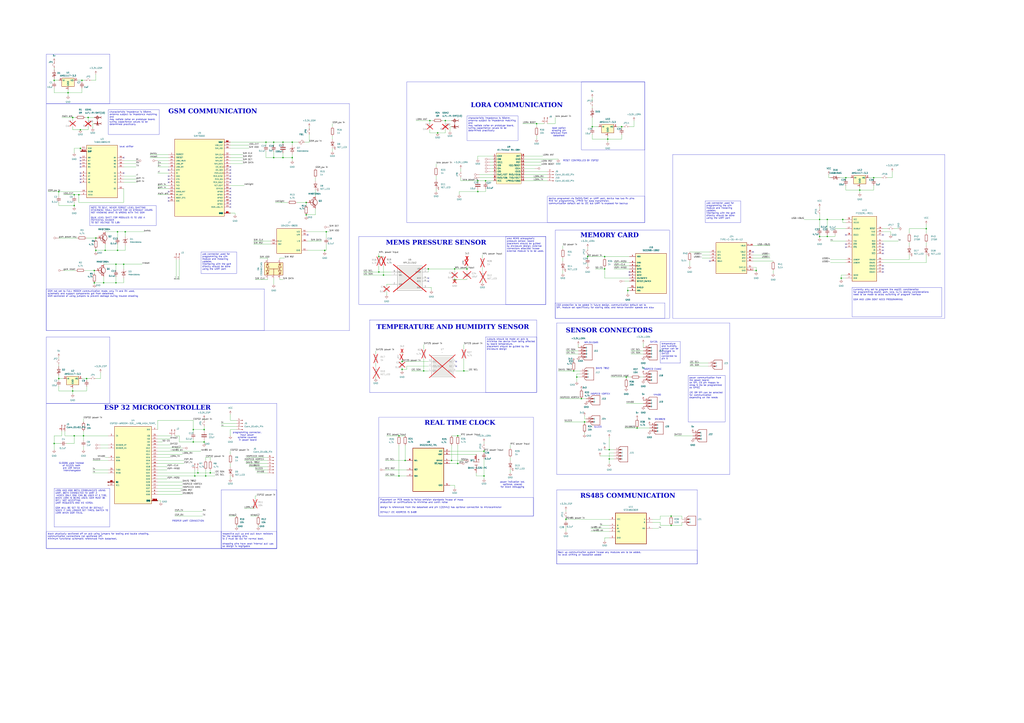
<source format=kicad_sch>
(kicad_sch (version 20250114) (generator "eeschema") (generator_version "9.0")
  (paper "A1")
  (title_block (title "GATEWAY BOARD") (date "2025-11-03") (rev "V-1.1") (company "AdeMNEA IoT-ra") (comment 1 "Designed By TN Muhanguzi") (comment 2 "For MPSE Research at Makerere University"))
  (rectangle (start 457.2 402.59) (end 572.77 463.55))
  (rectangle (start 455.93 189.23) (end 549.91 261.62))
  (rectangle (start 38.1 44.45) (end 90.17 85.09))
  (rectangle (start 457.2 265.43) (end 599.44 389.89))
  (rectangle (start 311.15 342.9) (end 438.15 424.18))
  (rectangle (start 303.53 262.89) (end 440.69 322.58))
  (rectangle (start 38.1 85.09) (end 287.02 271.78))
  (rectangle (start 552.45 127) (end 775.97 261.62))
  (rectangle (start 38.1 276.86) (end 90.17 331.47))
  (rectangle (start 294.64 194.31) (end 448.31 250.19))
  (rectangle (start 181.61 402.59) (end 227.33 450.85))
  (rectangle (start 477.52 67.31) (end 529.59 123.19))
  (rectangle (start 334.01 67.31) (end 529.59 182.88))
  (rectangle (start 38.1 331.47) (end 227.33 450.85))
  (text "REAL TIME CLOCK\n" (at 377.698 348.742 0) (effects (font (size 3.81 3.81) (bold yes))))
  (text "MPL3115ARI" (at 485.648 281.686 0) (effects (font (size 1.27 1.27))))
  (text "power indication led,\n optional, placed \nfor block debugging" (at 420.878 398.272 0) (effects (font (size 1.27 1.27))))
  (text "DS18B20\n" (at 542.036 344.678 0) (effects (font (size 1.27 1.27))))
  (text "programming connector,\n input power \nscheme covered\n in power board" (at 202.946 358.648 0) (effects (font (size 1.27 1.27))))
  (text "S1223" (at 490.982 351.028 0) (effects (font (size 1.27 1.27))))
  (text "MEMORY CARD\n" (at 500.634 194.564 0) (effects (font (size 3.81 3.81) (bold yes))))
  (text "MEMS PRESSURE SENSOR" (at 358.14 200.66 0) (effects (font (size 3.81 3.81) (bold yes))))
  (text "INSPEED VORTEX\n" (at 493.014 323.85 0) (effects (font (size 1.27 1.27))))
  (text "SENSOR CONNECTORS" (at 500.38 272.796 0) (effects (font (size 3.81 3.81) (bold yes))))
  (text "level shifter " (at 104.394 120.65 0) (effects (font (size 1.27 1.27))))
  (text "DAVIS 7852\n" (at 494.792 302.768 0) (effects (font (size 1.27 1.27))))
  (text "SHT25" (at 536.956 281.178 0) (effects (font (size 1.27 1.27))))
  (text "LORA COMMUNICATION" (at 424.434 87.63 0) (effects (font (size 3.81 3.81) (bold yes))))
  (text "RS485 COMMUNICATION" (at 515.62 408.686 0) (effects (font (size 3.81 3.81) (bold yes))))
  (text "TEMPERATURE AND HUMIDITY SENSOR\n" (at 371.856 270.002 0) (effects (font (size 3.81 3.81) (bold yes))))
  (text "PROPER UART CONNECTION " (at 154.94 428.244 0) (effects (font (size 1.27 1.27))))
  (text "GSM COMMUNICATION" (at 174.752 92.71 0) (effects (font (size 3.81 3.81) (bold yes))))
  (text "boot option \nstraping pin \nrefenced from \ndatasheet " (at 459.486 108.458 0) (effects (font (size 1.27 1.27))))
  (text "ESP 32 MICROCONTROLLER" (at 129.286 336.296 0) (effects (font (size 3.81 3.81) (bold yes))))
  (text "RESET CONTROLLED BY ESP32" (at 477.012 132.08 0) (effects (font (size 1.27 1.27))))
  (text "VH400" (at 539.75 324.612 0) (effects (font (size 1.27 1.27))))
  (text "GL5506 used instead \nof S1223, both \nare LDR hence \ninterchangable" (at 59.182 383.794 0) (effects (font (size 1.27 1.27))))
  (text "INSPEED EVANE\n" (at 535.94 303.53 0) (effects (font (size 1.27 1.27))))
  (text_box "ESD protection to be added in future design, communication default set to \nSPI, module set specifically for storing data, and hence transfer speeds are slow" (at 455.93 248.92 0) (size 90.17 12.7) (margins 0.9525 0.9525 0.9525 0.9525) (effects (font (size 1.27 1.27)) (justify left top)))
  (text_box "GSM not set to FULL MODEM communication mode, only TX and RX used, \nschematic and support components got from datasheet. \nGSM sectioned of using jumpers to prevent damage during trouble shooting" (at 38.1 237.49 0) (size 179.07 34.29) (margins 0.9525 0.9525 0.9525 0.9525) (effects (font (size 1.27 1.27)) (justify left top)))
  (text_box "temperature and humidity sensor can be changed to \nDHT22 connected to pin 5" (at 542.29 280.67 0) (size 16.51 17.78) (margins 0.9525 0.9525 0.9525 0.9525) (effects (font (size 1.27 1.27)) (justify left top)))
  (text_box "Placement on PCB needs to follow emision standards incase of mass \nproduction or certifications to minimise and contil noise\n\ndesign is referenced from the datasheet and pin 1(32khz) has oprional connection to microcontroller\n\nDEFAULT I2C ADDRESS IS 0x68" (at 311.15 408.94 0) (size 127 15.24) (margins 0.9525 0.9525 0.9525 0.9525) (effects (font (size 1.27 1.27)) (justify left top)))
  (text_box "device programed via SWDIO/SWC or UART port, device has two Rx pins \nRXD for programming, LPRXD for data transmision,\ncommunication default set to I2C but UART is exposed for backup" (at 449.58 161.29 0) (size 80.01 21.59) (margins 0.9525 0.9525 0.9525 0.9525) (effects (font (size 1.27 1.27)) (justify left top)))
  (text_box "currently only set to program the esp32, consideration \nfor programming esp32, gsm, lora, tx/rx desing considerations \nneed to be made to allow switching of program inerface\n\nGSM AND LORA DONT NEED PROGRAMMING" (at 699.77 236.22 0) (size 73.66 24.13) (margins 0.9525 0.9525 0.9525 0.9525) (effects (font (size 1.27 1.27)) (justify left top)))
  (text_box "characterisitc impedence is 50ohm, antenna subject to impedence matching and \nmay radiate noise on prototype board. tuning capacitence values to be determined practically" (at 383.54 95.25 0) (size 41.91 20.32) (margins 0.9525 0.9525 0.9525 0.9525) (effects (font (size 1.27 1.27)) (justify left top)))
  (text_box "block physically sectioned off on pcb using jumpers for testing and touble shooting.\ncommunication connections not sectioned off.\nminimum functional schematic referenced from datasheet." (at 38.1 436.88 0) (size 143.51 13.97) (margins 0.9525 0.9525 0.9525 0.9525) (effects (font (size 1.27 1.27)) (justify left top)))
  (text_box "NOTE TO SELF, NEVER FORGET LEVEL SHIFTING\nOTHERWISE YOULL SUFFER FOR 10 STRAIGHT HOURS \nNOT KNOWING WHAT IS WRONG WITH THE GSM\n\nQUIK LEVEL SHIFT FOR MODULES IS TO USE A POTTENTIAL DIVIDER \nTO SET VOLTAGE TO 1.8V" (at 73.66 168.91 0) (size 54.61 16.51) (margins 0.9525 0.9525 0.9525 0.9525) (effects (font (size 1.27 1.27)) (justify left top)))
  (text_box "usb connector used for programming the sim module and installing updates \ninterfacing with the gsm directly should be done using the UART port\n" (at 579.12 165.1 0) (size 29.21 17.78) (margins 0.9525 0.9525 0.9525 0.9525) (effects (font (size 1.27 1.27)) (justify left top)))
  (text_box "respective pull up and pull down resistors for the straping pins, \nio 2 must be low for normal boot.\n\nstrapping pins have weak internal pull ups so design is negligable" (at 181.61 436.88 0) (size 45.72 13.97) (margins 0.9525 0.9525 0.9525 0.9525) (effects (font (size 1.27 1.27)) (justify left top)))
  (text_box "characterisitc impedence is 50ohm, antenna subject to impedence matching and \nmay radiate noise on prototype board. tuning capacitence values to be determined practically" (at 88.9 90.17 0) (size 41.91 20.32) (margins 0.9525 0.9525 0.9525 0.9525) (effects (font (size 1.27 1.27)) (justify left top)))
  (text_box "usb connector used for programming the sim module and installing updates \ninterfacing with the gsm directly should be done using the UART port\n" (at 165.1 207.01 0) (size 29.21 17.78) (margins 0.9525 0.9525 0.9525 0.9525) (effects (font (size 1.27 1.27)) (justify left top)))
  (text_box "smd MEMS atmospheric pressure sensor, board placement should be guided\nby enclosure design, external connectors attached incase external module is to be used.\n" (at 415.29 194.31 0) (size 33.02 55.88) (margins 0.9525 0.9525 0.9525 0.9525) (effects (font (size 1.27 1.27)) (justify left top)))
  (text_box "power communication from the power board, \non SPI, CS pin mapps to strap 5 (to be programmed\nas GPIO)\n\nI2C OR SPI can be selected for communication depending on the needs" (at 565.15 308.61 0) (size 30.48 38.1) (margins 0.9525 0.9525 0.9525 0.9525) (effects (font (size 1.27 1.27)) (justify left top)))
  (text_box "Back up communication system incase any modules are to be added.\nno level shifting or issolation added " (at 457.2 452.12 0) (size 115.57 11.43) (margins 0.9525 0.9525 0.9525 0.9525) (effects (font (size 1.27 1.27)) (justify left top)))
  (text_box "cutouts should be made on pcb to minimise the device from being affected by board temperature.\nplacement should be guided by the enclosure design" (at 398.78 276.86 0) (size 41.91 45.72) (margins 0.9525 0.9525 0.9525 0.9525) (effects (font (size 1.27 1.27)) (justify left top)))
  (text_box "LORA AND GSM BOTH COMMUNICATE USING UART, BOTH CONNECTED TO UART 2\n HENCE ONLY ONE CAN BE USED AT A TIME, WHEN LORA IS BEING USED, GSM MUST BE OFF/ NOT ACCEPTING \nUART REQUESTS AND VIE VERSA, \n\nGSM WILL BE SET TO ACTIVE BY DEFAULT SINCE IT HAS LONGER SET TIMES. SWITCH TO LORA WHEN GSM FAILS." (at 44.45 401.32 0) (size 45.72 31.75) (margins 0.9525 0.9525 0.9525 0.9525) (effects (font (size 1.27 1.27)) (justify left top)))
  (junction (at 168.91 391.16))
  (junction (at 67.31 66.04))
  (junction (at 392.43 157.48))
  (junction (at 692.15 180.34))
  (junction (at 482.6 210.82))
  (junction (at 496.57 220.98))
  (junction (at 48.26 311.15))
  (junction (at 218.44 116.84))
  (junction (at 365.76 99.06))
  (junction (at 373.38 229.87))
  (junction (at 311.15 210.82))
  (junction (at 397.51 370.84))
  (junction (at 59.69 96.52))
  (junction (at 267.97 190.5))
  (junction (at 232.41 116.84))
  (junction (at 224.79 116.84))
  (junction (at 95.25 217.17))
  (junction (at 392.43 148.59))
  (junction (at 327.66 358.14))
  (junction (at 72.39 96.52))
  (junction (at 760.73 187.96))
  (junction (at 353.06 99.06))
  (junction (at 66.04 121.92))
  (junction (at 359.41 109.22))
  (junction (at 68.58 358.14))
  (junction (at 375.92 358.14))
  (junction (at 240.03 129.54))
  (junction (at 240.03 116.84))
  (junction (at 251.46 166.37))
  (junction (at 78.74 195.58))
  (junction (at 78.74 205.74))
  (junction (at 162.56 388.62))
  (junction (at 381 304.8))
  (junction (at 60.96 358.14))
  (junction (at 224.79 129.54))
  (junction (at 375.92 381))
  (junction (at 717.55 146.05))
  (junction (at 673.1 194.31))
  (junction (at 77.47 222.25))
  (junction (at 66.04 106.68))
  (junction (at 373.38 220.98))
  (junction (at 77.47 232.41))
  (junction (at 621.03 222.25))
  (junction (at 330.2 297.18))
  (junction (at 71.12 311.15))
  (junction (at 551.18 431.8))
  (junction (at 347.98 304.8))
  (junction (at 486.41 104.14))
  (junction (at 514.35 309.88))
  (junction (at 167.64 363.22))
  (junction (at 64.77 160.02))
  (junction (at 690.88 228.6))
  (junction (at 59.69 321.31))
  (junction (at 398.78 148.59))
  (junction (at 160.02 391.16))
  (junction (at 158.75 363.22))
  (junction (at 332.74 378.46))
  (junction (at 383.54 220.98))
  (junction (at 464.82 426.72))
  (junction (at 44.45 66.04))
  (junction (at 523.24 351.79))
  (junction (at 473.71 309.88))
  (junction (at 694.69 146.05))
  (junction (at 96.52 190.5))
  (junction (at 232.41 129.54))
  (junction (at 101.6 217.17))
  (junction (at 330.2 303.53))
  (junction (at 673.1 180.34))
  (junction (at 440.69 101.6))
  (junction (at 102.87 190.5))
  (junction (at 86.36 205.74))
  (junction (at 480.06 346.71))
  (junction (at 251.46 176.53))
  (junction (at 679.45 180.34))
  (junction (at 60.96 168.91))
  (junction (at 397.51 391.16))
  (junction (at 95.25 232.41))
  (junction (at 515.62 238.76))
  (junction (at 351.79 220.98))
  (junction (at 44.45 364.49))
  (junction (at 551.18 424.18))
  (junction (at 172.72 388.62))
  (junction (at 477.52 327.66))
  (junction (at 499.11 114.3))
  (junction (at 311.15 223.52))
  (junction (at 510.54 104.14))
  (junction (at 158.75 353.06))
  (junction (at 679.45 194.31))
  (junction (at 496.57 210.82))
  (junction (at 60.96 160.02))
  (junction (at 96.52 205.74))
  (junction (at 706.12 156.21))
  (junction (at 167.64 353.06))
  (junction (at 314.96 226.06))
  (junction (at 85.09 232.41))
  (junction (at 471.17 304.8))
  (junction (at 370.84 378.46))
  (junction (at 500.38 369.57))
  (junction (at 500.38 377.19))
  (junction (at 55.88 76.2))
  (junction (at 48.26 157.48))
  (junction (at 266.7 205.74))
  (junction (at 327.66 391.16))
  (no_connect (at 189.23 137.16))
  (no_connect (at 694.69 203.2))
  (no_connect (at 189.23 165.1))
  (no_connect (at 725.17 208.28))
  (no_connect (at 725.17 220.98))
  (no_connect (at 189.23 160.02))
  (no_connect (at 582.93 214.63))
  (no_connect (at 66.04 147.32))
  (no_connect (at 351.79 231.14))
  (no_connect (at 516.89 226.06))
  (no_connect (at 516.89 223.52))
  (no_connect (at 694.69 200.66))
  (no_connect (at 138.43 165.1))
  (no_connect (at 725.17 193.04))
  (no_connect (at 694.69 193.04))
  (no_connect (at 725.17 205.74))
  (no_connect (at 138.43 157.48))
  (no_connect (at 252.73 193.04))
  (no_connect (at 189.23 139.7))
  (no_connect (at 189.23 170.18))
  (no_connect (at 189.23 157.48))
  (no_connect (at 374.65 300.99))
  (no_connect (at 66.04 144.78))
  (no_connect (at 189.23 154.94))
  (no_connect (at 66.04 132.08))
  (no_connect (at 138.43 144.78))
  (no_connect (at 374.65 297.18))
  (no_connect (at 138.43 149.86))
  (no_connect (at 189.23 142.24))
  (no_connect (at 725.17 218.44))
  (no_connect (at 138.43 147.32))
  (no_connect (at 189.23 149.86))
  (no_connect (at 66.04 142.24))
  (no_connect (at 351.79 228.6))
  (no_connect (at 66.04 149.86))
  (no_connect (at 66.04 134.62))
  (no_connect (at 618.49 207.01))
  (no_connect (at 725.17 223.52))
  (no_connect (at 138.43 139.7))
  (no_connect (at 725.17 200.66))
  (no_connect (at 101.6 142.24))
  (no_connect (at 725.17 203.2))
  (no_connect (at 189.23 144.78))
  (no_connect (at 189.23 147.32))
  (no_connect (at 189.23 167.64))
  (no_connect (at 189.23 162.56))
  (no_connect (at 66.04 129.54))
  (no_connect (at 66.04 137.16))
  (no_connect (at 138.43 162.56))
  (no_connect (at 101.6 129.54))
  (wire (pts (xy 464.82 433.07) (xy 464.82 436.88)))
  (wire (pts (xy 576.58 212.09) (xy 582.93 212.09)))
  (wire (pts (xy 48.26 293.37) (xy 48.26 294.64)))
  (wire (pts (xy 383.54 222.25) (xy 383.54 220.98)))
  (wire (pts (xy 510.54 114.3) (xy 499.11 114.3)))
  (wire (pts (xy 60.96 358.14) (xy 68.58 358.14)))
  (wire (pts (xy 129.54 132.08) (xy 138.43 132.08)))
  (wire (pts (xy 514.35 311.15) (xy 514.35 309.88)))
  (wire (pts (xy 378.46 138.43) (xy 378.46 140.97)))
  (wire (pts (xy 690.88 228.6) (xy 690.88 229.87)))
  (wire (pts (xy 692.15 182.88) (xy 692.15 180.34)))
  (wire (pts (xy 553.72 358.14) (xy 568.96 358.14)))
  (wire (pts (xy 464.82 426.72) (xy 500.38 426.72)))
  (wire (pts (xy 129.54 160.02) (xy 138.43 160.02)))
  (wire (pts (xy 48.26 157.48) (xy 48.26 161.29)))
  (wire (pts (xy 85.09 217.17) (xy 95.25 217.17)))
  (wire (pts (xy 375.92 358.14) (xy 378.46 358.14)))
  (wire (pts (xy 516.89 236.22) (xy 515.62 236.22)))
  (wire (pts (xy 78.74 204.47) (xy 78.74 205.74)))
  (wire (pts (xy 298.45 226.06) (xy 314.96 226.06)))
  (wire (pts (xy 332.74 378.46) (xy 334.01 378.46)))
  (wire (pts (xy 518.16 288.29) (xy 528.32 288.29)))
  (wire (pts (xy 369.57 381) (xy 375.92 381)))
  (wire (pts (xy 189.23 175.26) (xy 193.04 175.26)))
  (wire (pts (xy 504.19 372.11) (xy 500.38 372.11)))
  (wire (pts (xy 760.73 199.39) (xy 760.73 201.93)))
  (wire (pts (xy 308.61 298.45) (xy 308.61 300.99)))
  (wire (pts (xy 60.96 125.73) (xy 60.96 121.92)))
  (wire (pts (xy 85.09 232.41) (xy 77.47 232.41)))
  (wire (pts (xy 298.45 223.52) (xy 311.15 223.52)))
  (wire (pts (xy 95.25 227.33) (xy 95.25 232.41)))
  (wire (pts (xy 193.04 175.26) (xy 193.04 176.53)))
  (wire (pts (xy 316.23 378.46) (xy 332.74 378.46)))
  (wire (pts (xy 189.23 134.62) (xy 199.39 134.62)))
  (wire (pts (xy 363.22 99.06) (xy 365.76 99.06)))
  (wire (pts (xy 82.55 365.76) (xy 88.9 365.76)))
  (wire (pts (xy 254 116.84) (xy 250.19 116.84)))
  (wire (pts (xy 725.17 213.36) (xy 746.76 213.36)))
  (wire (pts (xy 229.87 229.87) (xy 232.41 229.87)))
  (wire (pts (xy 209.55 407.67) (xy 209.55 410.21)))
  (wire (pts (xy 60.96 168.91) (xy 60.96 170.18)))
  (wire (pts (xy 64.77 160.02) (xy 60.96 160.02)))
  (wire (pts (xy 551.18 424.18) (xy 560.07 424.18)))
  (wire (pts (xy 334.01 300.99) (xy 334.01 303.53)))
  (wire (pts (xy 259.08 146.05) (xy 259.08 148.59)))
  (wire (pts (xy 158.75 353.06) (xy 158.75 355.6)))
  (wire (pts (xy 266.7 205.74) (xy 266.7 207.01)))
  (wire (pts (xy 86.36 200.66) (xy 86.36 205.74)))
  (wire (pts (xy 492.76 431.8) (xy 500.38 431.8)))
  (wire (pts (xy 209.55 386.08) (xy 219.71 386.08)))
  (wire (pts (xy 430.53 130.81) (xy 458.47 130.81)))
  (wire (pts (xy 398.78 148.59) (xy 405.13 148.59)))
  (wire (pts (xy 391.16 388.62) (xy 391.16 391.16)))
  (wire (pts (xy 317.5 240.03) (xy 317.5 242.57)))
  (wire (pts (xy 44.45 364.49) (xy 49.53 364.49)))
  (wire (pts (xy 308.61 288.29) (xy 308.61 290.83)))
  (wire (pts (xy 129.54 142.24) (xy 138.43 142.24)))
  (wire (pts (xy 358.14 144.78) (xy 358.14 147.32)))
  (wire (pts (xy 129.54 398.78) (xy 149.86 398.78)))
  (wire (pts (xy 243.84 166.37) (xy 251.46 166.37)))
  (wire (pts (xy 486.41 104.14) (xy 491.49 104.14)))
  (wire (pts (xy 679.45 180.34) (xy 692.15 180.34)))
  (wire (pts (xy 78.74 311.15) (xy 82.55 311.15)))
  (wire (pts (xy 72.39 99.06) (xy 72.39 96.52)))
  (wire (pts (xy 68.58 358.14) (xy 68.58 361.95)))
  (wire (pts (xy 172.72 375.92) (xy 172.72 378.46)))
  (wire (pts (xy 102.87 190.5) (xy 118.11 190.5)))
  (wire (pts (xy 680.72 146.05) (xy 681.99 146.05)))
  (wire (pts (xy 476.25 309.88) (xy 473.71 309.88)))
  (wire (pts (xy 482.6 203.2) (xy 482.6 204.47)))
  (wire (pts (xy 402.59 140.97) (xy 405.13 140.97)))
  (wire (pts (xy 71.12 311.15) (xy 73.66 311.15)))
  (wire (pts (xy 500.38 372.11) (xy 500.38 377.19)))
  (wire (pts (xy 167.64 364.49) (xy 167.64 363.22)))
  (wire (pts (xy 189.23 127) (xy 199.39 127)))
  (wire (pts (xy 542.29 424.18) (xy 551.18 424.18)))
  (wire (pts (xy 515.62 238.76) (xy 515.62 241.3)))
  (wire (pts (xy 76.2 386.08) (xy 88.9 386.08)))
  (wire (pts (xy 679.45 194.31) (xy 685.8 194.31)))
  (wire (pts (xy 189.23 381) (xy 189.23 383.54)))
  (wire (pts (xy 535.94 429.26) (xy 542.29 429.26)))
  (wire (pts (xy 746.76 187.96) (xy 760.73 187.96)))
  (wire (pts (xy 398.78 154.94) (xy 398.78 157.48)))
  (wire (pts (xy 78.74 60.96) (xy 78.74 66.04)))
  (wire (pts (xy 375.92 381) (xy 377.19 381)))
  (wire (pts (xy 496.57 220.98) (xy 496.57 228.6)))
  (wire (pts (xy 392.43 148.59) (xy 398.78 148.59)))
  (wire (pts (xy 54.61 364.49) (xy 60.96 364.49)))
  (wire (pts (xy 168.91 386.08) (xy 168.91 391.16)))
  (wire (pts (xy 77.47 233.68) (xy 77.47 232.41)))
  (wire (pts (xy 82.55 368.3) (xy 88.9 368.3)))
  (wire (pts (xy 167.64 361.95) (xy 167.64 363.22)))
  (wire (pts (xy 60.96 160.02) (xy 60.96 161.29)))
  (wire (pts (xy 68.58 344.17) (xy 68.58 346.71)))
  (wire (pts (xy 473.71 307.34) (xy 473.71 309.88)))
  (wire (pts (xy 496.57 369.57) (xy 500.38 369.57)))
  (wire (pts (xy 189.23 353.06) (xy 189.23 358.14)))
  (wire (pts (xy 167.64 344.17) (xy 167.64 345.44)))
  (wire (pts (xy 621.03 222.25) (xy 621.03 219.71)))
  (wire (pts (xy 273.05 111.76) (xy 273.05 114.3)))
  (wire (pts (xy 267.97 190.5) (xy 270.51 190.5)))
  (wire (pts (xy 240.03 127) (xy 240.03 129.54)))
  (wire (pts (xy 143.51 420.37) (xy 166.37 420.37)))
  (wire (pts (xy 218.44 116.84) (xy 218.44 119.38)))
  (wire (pts (xy 224.79 129.54) (xy 218.44 129.54)))
  (wire (pts (xy 504.19 218.44) (xy 516.89 218.44)))
  (wire (pts (xy 334.01 303.53) (xy 330.2 303.53)))
  (wire (pts (xy 694.69 226.06) (xy 690.88 226.06)))
  (wire (pts (xy 219.71 213.36) (xy 219.71 212.09)))
  (wire (pts (xy 66.04 121.92) (xy 66.04 124.46)))
  (wire (pts (xy 82.55 306.07) (xy 82.55 311.15)))
  (wire (pts (xy 101.6 166.37) (xy 64.77 166.37)))
  (wire (pts (xy 513.08 351.79) (xy 523.24 351.79)))
  (wire (pts (xy 168.91 375.92) (xy 172.72 375.92)))
  (wire (pts (xy 621.03 219.71) (xy 618.49 219.71)))
  (wire (pts (xy 162.56 388.62) (xy 172.72 388.62)))
  (wire (pts (xy 398.78 157.48) (xy 392.43 157.48)))
  (wire (pts (xy 240.03 129.54) (xy 232.41 129.54)))
  (wire (pts (xy 486.41 87.63) (xy 486.41 88.9)))
  (wire (pts (xy 551.18 431.8) (xy 560.07 431.8)))
  (wire (pts (xy 464.82 426.72) (xy 464.82 427.99)))
  (wire (pts (xy 209.55 407.67) (xy 210.82 407.67)))
  (wire (pts (xy 459.74 327.66) (xy 477.52 327.66)))
  (wire (pts (xy 101.6 217.17) (xy 116.84 217.17)))
  (wire (pts (xy 316.23 391.16) (xy 327.66 391.16)))
  (wire (pts (xy 76.2 105.41) (xy 76.2 101.6)))
  (wire (pts (xy 681.99 198.12) (xy 694.69 198.12)))
  (wire (pts (xy 67.31 66.04) (xy 67.31 67.31)))
  (wire (pts (xy 68.58 354.33) (xy 68.58 358.14)))
  (wire (pts (xy 463.55 346.71) (xy 480.06 346.71)))
  (wire (pts (xy 351.79 300.99) (xy 334.01 300.99)))
  (wire (pts (xy 72.39 96.52) (xy 77.47 96.52)))
  (wire (pts (xy 673.1 170.18) (xy 673.1 171.45)))
  (wire (pts (xy 673.1 194.31) (xy 679.45 194.31)))
  (wire (pts (xy 713.74 146.05) (xy 717.55 146.05)))
  (wire (pts (xy 59.69 99.06) (xy 59.69 96.52)))
  (wire (pts (xy 218.44 116.84) (xy 224.79 116.84)))
  (wire (pts (xy 365.76 99.06) (xy 370.84 99.06)))
  (wire (pts (xy 210.82 388.62) (xy 219.71 388.62)))
  (wire (pts (xy 440.69 101.6) (xy 447.04 101.6)))
  (wire (pts (xy 52.07 222.25) (xy 62.23 222.25)))
  (wire (pts (xy 189.23 132.08) (xy 199.39 132.08)))
  (wire (pts (xy 378.46 146.05) (xy 378.46 148.59)))
  (wire (pts (xy 48.26 168.91) (xy 60.96 168.91)))
  (wire (pts (xy 194.31 345.44) (xy 189.23 345.44)))
  (wire (pts (xy 488.95 220.98) (xy 496.57 220.98)))
  (wire (pts (xy 332.74 365.76) (xy 332.74 378.46)))
  (wire (pts (xy 194.31 353.06) (xy 189.23 353.06)))
  (wire (pts (xy 48.26 321.31) (xy 59.69 321.31)))
  (wire (pts (xy 314.96 226.06) (xy 321.31 226.06)))
  (wire (pts (xy 398.78 148.59) (xy 398.78 149.86)))
  (wire (pts (xy 480.06 347.98) (xy 480.06 346.71)))
  (wire (pts (xy 189.23 391.16) (xy 189.23 393.7)))
  (wire (pts (xy 224.79 228.6) (xy 224.79 233.68)))
  (wire (pts (xy 458.47 304.8) (xy 471.17 304.8)))
  (wire (pts (xy 746.76 209.55) (xy 746.76 213.36)))
  (wire (pts (xy 189.23 152.4) (xy 200.66 152.4)))
  (wire (pts (xy 480.06 344.17) (xy 480.06 341.63)))
  (wire (pts (xy 95.25 222.25) (xy 95.25 217.17)))
  (wire (pts (xy 129.54 378.46) (xy 151.13 378.46)))
  (wire (pts (xy 725.17 190.5) (xy 731.52 190.5)))
  (wire (pts (xy 706.12 153.67) (xy 706.12 156.21)))
  (wire (pts (xy 369.57 370.84) (xy 397.51 370.84)))
  (wire (pts (xy 50.8 96.52) (xy 59.69 96.52)))
  (wire (pts (xy 760.73 184.15) (xy 760.73 187.96)))
  (wire (pts (xy 72.39 104.14) (xy 72.39 106.68)))
  (wire (pts (xy 44.45 55.88) (xy 44.45 57.15)))
  (wire (pts (xy 528.32 331.47) (xy 514.35 331.47)))
  (wire (pts (xy 365.76 101.6) (xy 365.76 99.06)))
  (wire (pts (xy 48.26 166.37) (xy 48.26 168.91)))
  (wire (pts (xy 370.84 365.76) (xy 370.84 378.46)))
  (wire (pts (xy 167.64 350.52) (xy 167.64 353.06)))
  (wire (pts (xy 129.54 368.3) (xy 149.86 368.3)))
  (wire (pts (xy 129.54 411.48) (xy 132.08 411.48)))
  (wire (pts (xy 370.84 378.46) (xy 381 378.46)))
  (wire (pts (xy 160.02 391.16) (xy 168.91 391.16)))
  (wire (pts (xy 240.03 116.84) (xy 240.03 119.38)))
  (wire (pts (xy 212.09 433.07) (xy 212.09 431.8)))
  (wire (pts (xy 44.45 64.77) (xy 44.45 66.04)))
  (wire (pts (xy 510.54 104.14) (xy 511.81 104.14)))
  (wire (pts (xy 317.5 358.14) (xy 327.66 358.14)))
  (wire (pts (xy 396.24 209.55) (xy 396.24 212.09)))
  (wire (pts (xy 566.42 300.99) (xy 581.66 300.99)))
  (wire (pts (xy 419.1 386.08) (xy 419.1 388.62)))
  (wire (pts (xy 330.2 289.56) (xy 330.2 290.83)))
  (wire (pts (xy 63.5 66.04) (xy 67.31 66.04)))
  (wire (pts (xy 144.78 213.36) (xy 144.78 229.87)))
  (wire (pts (xy 746.76 199.39) (xy 746.76 201.93)))
  (wire (pts (xy 500.38 441.96) (xy 496.57 441.96)))
  (wire (pts (xy 158.75 353.06) (xy 167.64 353.06)))
  (wire (pts (xy 690.88 228.6) (xy 694.69 228.6)))
  (wire (pts (xy 251.46 177.8) (xy 251.46 176.53)))
  (wire (pts (xy 132.08 411.48) (xy 132.08 412.75)))
  (wire (pts (xy 208.28 198.12) (xy 222.25 198.12)))
  (wire (pts (xy 391.16 391.16) (xy 397.51 391.16)))
  (wire (pts (xy 430.53 133.35) (xy 444.5 133.35)))
  (wire (pts (xy 59.69 106.68) (xy 59.69 104.14)))
  (wire (pts (xy 393.7 146.05) (xy 405.13 146.05)))
  (wire (pts (xy 392.43 130.81) (xy 392.43 128.27)))
  (wire (pts (xy 160.02 386.08) (xy 160.02 391.16)))
  (wire (pts (xy 430.53 146.05) (xy 449.58 146.05)))
  (wire (pts (xy 123.19 127) (xy 138.43 127)))
  (wire (pts (xy 397.51 377.19) (xy 397.51 391.16)))
  (wire (pts (xy 359.41 109.22) (xy 353.06 109.22)))
  (wire (pts (xy 71.12 195.58) (xy 78.74 195.58)))
  (wire (pts (xy 168.91 378.46) (xy 168.91 375.92)))
  (wire (pts (xy 267.97 205.74) (xy 266.7 205.74)))
  (wire (pts (xy 680.72 143.51) (xy 680.72 146.05)))
  (wire (pts (xy 201.93 375.92) (xy 219.71 375.92)))
  (wire (pts (xy 480.06 346.71) (xy 481.33 346.71)))
  (wire (pts (xy 430.53 143.51) (xy 449.58 143.51)))
  (wire (pts (xy 731.52 190.5) (xy 731.52 193.04)))
  (wire (pts (xy 353.06 109.22) (xy 353.06 106.68)))
  (wire (pts (xy 351.79 220.98) (xy 373.38 220.98)))
  (wire (pts (xy 273.05 121.92) (xy 273.05 124.46)))
  (wire (pts (xy 746.76 191.77) (xy 746.76 187.96)))
  (wire (pts (xy 393.7 143.51) (xy 405.13 143.51)))
  (wire (pts (xy 143.51 424.18) (xy 166.37 424.18)))
  (wire (pts (xy 430.53 148.59) (xy 449.58 148.59)))
  (wire (pts (xy 685.8 193.04) (xy 685.8 194.31)))
  (wire (pts (xy 486.41 114.3) (xy 499.11 114.3)))
  (wire (pts (xy 520.7 99.06) (xy 520.7 104.14)))
  (wire (pts (xy 44.45 358.14) (xy 50.8 358.14)))
  (wire (pts (xy 39.37 157.48) (xy 48.26 157.48)))
  (wire (pts (xy 76.2 378.46) (xy 88.9 378.46)))
  (wire (pts (xy 71.12 311.15) (xy 71.12 312.42)))
  (wire (pts (xy 397.51 391.16) (xy 397.51 393.7)))
  (wire (pts (xy 129.54 360.68) (xy 139.7 360.68)))
  (wire (pts (xy 381 283.21) (xy 381 287.02)))
  (wire (pts (xy 143.51 358.14) (xy 147.32 358.14)))
  (wire (pts (xy 229.87 213.36) (xy 229.87 212.09)))
  (wire (pts (xy 167.64 354.33) (xy 167.64 353.06)))
  (wire (pts (xy 560.07 424.18) (xy 560.07 426.72)))
  (wire (pts (xy 96.52 190.5) (xy 102.87 190.5)))
  (wire (pts (xy 232.41 129.54) (xy 224.79 129.54)))
  (wire (pts (xy 373.38 228.6) (xy 373.38 229.87)))
  (wire (pts (xy 67.31 66.04) (xy 69.85 66.04)))
  (wire (pts (xy 101.6 149.86) (xy 111.76 149.86)))
  (wire (pts (xy 464.82 419.1) (xy 464.82 420.37)))
  (wire (pts (xy 50.8 354.33) (xy 50.8 358.14)))
  (wire (pts (xy 369.57 104.14) (xy 370.84 104.14)))
  (wire (pts (xy 224.79 116.84) (xy 224.79 119.38)))
  (wire (pts (xy 86.36 205.74) (xy 78.74 205.74)))
  (wire (pts (xy 44.45 358.14) (xy 44.45 364.49)))
  (wire (pts (xy 473.71 309.88) (xy 473.71 313.69)))
  (wire (pts (xy 72.39 106.68) (xy 66.04 106.68)))
  (wire (pts (xy 525.78 309.88) (xy 528.32 309.88)))
  (wire (pts (xy 129.54 383.54) (xy 137.16 383.54)))
  (wire (pts (xy 351.79 236.22) (xy 354.33 236.22)))
  (wire (pts (xy 430.53 140.97) (xy 449.58 140.97)))
  (wire (pts (xy 78.74 196.85) (xy 78.74 195.58)))
  (wire (pts (xy 158.75 345.44) (xy 158.75 353.06)))
  (wire (pts (xy 673.1 194.31) (xy 673.1 195.58)))
  (wire (pts (xy 440.69 104.14) (xy 440.69 101.6)))
  (wire (pts (xy 462.28 201.93) (xy 462.28 204.47)))
  (wire (pts (xy 224.79 116.84) (xy 232.41 116.84)))
  (wire (pts (xy 523.24 351.79) (xy 533.4 351.79)))
  (wire (pts (xy 618.49 222.25) (xy 621.03 222.25)))
  (wire (pts (xy 717.55 146.05) (xy 723.9 146.05)))
  (wire (pts (xy 330.2 302.26) (xy 330.2 303.53)))
  (wire (pts (xy 101.6 134.62) (xy 111.76 134.62)))
  (wire (pts (xy 60.96 121.92) (xy 66.04 121.92)))
  (wire (pts (xy 267.97 190.5) (xy 267.97 195.58)))
  (wire (pts (xy 95.25 217.17) (xy 101.6 217.17)))
  (wire (pts (xy 102.87 205.74) (xy 102.87 201.93)))
  (wire (pts (xy 86.36 190.5) (xy 96.52 190.5)))
  (wire (pts (xy 129.54 345.44) (xy 158.75 345.44)))
  (wire (pts (xy 189.23 116.84) (xy 218.44 116.84)))
  (wire (pts (xy 673.1 176.53) (xy 673.1 180.34)))
  (wire (pts (xy 316.23 386.08) (xy 334.01 386.08)))
  (wire (pts (xy 327.66 391.16) (xy 334.01 391.16)))
  (wire (pts (xy 96.52 205.74) (xy 102.87 205.74)))
  (wire (pts (xy 690.88 226.06) (xy 690.88 228.6)))
  (wire (pts (xy 129.54 363.22) (xy 133.35 363.22)))
  (wire (pts (xy 492.76 374.65) (xy 504.19 374.65)))
  (wire (pts (xy 378.46 148.59) (xy 392.43 148.59)))
  (wire (pts (xy 60.96 166.37) (xy 60.96 168.91)))
  (wire (pts (xy 496.57 210.82) (xy 516.89 210.82)))
  (wire (pts (xy 86.36 205.74) (xy 96.52 205.74)))
  (wire (pts (xy 232.41 116.84) (xy 232.41 118.11)))
  (wire (pts (xy 52.07 160.02) (xy 60.96 160.02)))
  (wire (pts (xy 68.58 367.03) (xy 68.58 369.57)))
  (wire (pts (xy 129.54 345.44) (xy 129.54 353.06)))
  (wire (pts (xy 397.51 363.22) (xy 397.51 364.49)))
  (wire (pts (xy 129.54 396.24) (xy 149.86 396.24)))
  (wire (pts (xy 129.54 388.62) (xy 162.56 388.62)))
  (wire (pts (xy 694.69 182.88) (xy 692.15 182.88)))
  (wire (pts (xy 486.41 96.52) (xy 486.41 104.14)))
  (wire (pts (xy 365.76 109.22) (xy 359.41 109.22)))
  (wire (pts (xy 397.51 369.57) (xy 397.51 370.84)))
  (wire (pts (xy 510.54 110.49) (xy 510.54 114.3)))
  (wire (pts (xy 321.31 233.68) (xy 317.5 233.68)))
  (wire (pts (xy 482.6 210.82) (xy 482.6 212.09)))
  (wire (pts (xy 48.26 308.61) (xy 48.26 311.15)))
  (wire (pts (xy 172.72 386.08) (xy 172.72 388.62)))
  (wire (pts (xy 725.17 215.9) (xy 760.73 215.9)))
  (wire (pts (xy 369.57 378.46) (xy 370.84 378.46)))
  (wire (pts (xy 347.98 283.21) (xy 347.98 287.02)))
  (wire (pts (xy 694.69 146.05) (xy 698.5 146.05)))
  (wire (pts (xy 123.19 129.54) (xy 138.43 129.54)))
  (wire (pts (xy 85.09 232.41) (xy 95.25 232.41)))
  (wire (pts (xy 48.26 311.15) (xy 52.07 311.15)))
  (wire (pts (xy 501.65 309.88) (xy 514.35 309.88)))
  (wire (pts (xy 129.54 358.14) (xy 140.97 358.14)))
  (wire (pts (xy 147.32 363.22) (xy 158.75 363.22)))
  (wire (pts (xy 462.28 222.25) (xy 462.28 224.79)))
  (wire (pts (xy 68.58 358.14) (xy 88.9 358.14)))
  (wire (pts (xy 474.98 283.21) (xy 474.98 285.75)))
  (wire (pts (xy 689.61 146.05) (xy 694.69 146.05)))
  (wire (pts (xy 513.08 231.14) (xy 516.89 231.14)))
  (wire (pts (xy 660.4 180.34) (xy 673.1 180.34)))
  (wire (pts (xy 430.53 138.43) (xy 439.42 138.43)))
  (wire (pts (xy 358.14 154.94) (xy 358.14 157.48)))
  (wire (pts (xy 383.54 218.44) (xy 383.54 220.98)))
  (wire (pts (xy 725.17 187.96) (xy 728.98 187.96)))
  (wire (pts (xy 480.06 356.87) (xy 480.06 355.6)))
  (wire (pts (xy 327.66 358.14) (xy 332.74 358.14)))
  (wire (pts (xy 232.41 116.84) (xy 240.03 116.84)))
  (wire (pts (xy 129.54 373.38) (xy 149.86 373.38)))
  (wire (pts (xy 77.47 224.79) (xy 77.47 222.25)))
  (wire (pts (xy 500.38 377.19) (xy 504.19 377.19)))
  (wire (pts (xy 351.79 220.98) (xy 351.79 223.52)))
  (wire (pts (xy 187.96 424.18) (xy 194.31 424.18)))
  (wire (pts (xy 44.45 66.04) (xy 48.26 66.04)))
  (wire (pts (xy 259.08 176.53) (xy 251.46 176.53)))
  (wire (pts (xy 377.19 157.48) (xy 392.43 157.48)))
  (wire (pts (xy 430.53 128.27) (xy 445.77 128.27)))
  (wire (pts (xy 240.03 129.54) (xy 240.03 132.08)))
  (wire (pts (xy 464.82 288.29) (xy 474.98 288.29)))
  (wire (pts (xy 510.54 104.14) (xy 510.54 105.41)))
  (wire (pts (xy 129.54 152.4) (xy 138.43 152.4)))
  (wire (pts (xy 147.32 358.14) (xy 147.32 363.22)))
  (wire (pts (xy 59.69 318.77) (xy 59.69 321.31)))
  (wire (pts (xy 480.06 344.17) (xy 481.33 344.17)))
  (wire (pts (xy 429.26 101.6) (xy 440.69 101.6)))
  (wire (pts (xy 259.08 156.21) (xy 259.08 161.29)))
  (wire (pts (xy 69.85 222.25) (xy 77.47 222.25)))
  (wire (pts (xy 232.41 125.73) (xy 232.41 129.54)))
  (wire (pts (xy 219.71 228.6) (xy 219.71 229.87)))
  (wire (pts (xy 251.46 168.91) (xy 251.46 166.37)))
  (wire (pts (xy 53.34 358.14) (xy 53.34 354.33)))
  (wire (pts (xy 419.1 365.76) (xy 419.1 368.3)))
  (wire (pts (xy 402.59 138.43) (xy 405.13 138.43)))
  (wire (pts (xy 430.53 135.89) (xy 444.5 135.89)))
  (wire (pts (xy 60.96 364.49) (xy 60.96 358.14)))
  (wire (pts (xy 53.34 358.14) (xy 60.96 358.14)))
  (wire (pts (xy 48.26 311.15) (xy 48.26 312.42)))
  (wire (pts (xy 311.15 210.82) (xy 314.96 210.82)))
  (wire (pts (xy 101.6 147.32) (xy 111.76 147.32)))
  (wire (pts (xy 528.32 281.94) (xy 528.32 285.75)))
  (wire (pts (xy 419.1 375.92) (xy 419.1 378.46)))
  (wire (pts (xy 213.36 212.09) (xy 219.71 212.09)))
  (wire (pts (xy 506.73 104.14) (xy 510.54 104.14)))
  (wire (pts (xy 59.69 96.52) (xy 62.23 96.52)))
  (wire (pts (xy 486.41 110.49) (xy 486.41 114.3)))
  (wire (pts (xy 66.04 157.48) (xy 48.26 157.48)))
  (wire (pts (xy 101.6 137.16) (xy 111.76 137.16)))
  (wire (pts (xy 67.31 311.15) (xy 71.12 311.15)))
  (wire (pts (xy 402.59 130.81) (xy 405.13 130.81)))
  (wire (pts (xy 209.55 229.87) (xy 219.71 229.87)))
  (wire (pts (xy 566.42 214.63) (xy 566.42 218.44)))
  (wire (pts (xy 129.54 406.4) (xy 149.86 406.4)))
  (wire (pts (xy 226.06 166.37) (xy 236.22 166.37)))
  (wire (pts (xy 101.6 232.41) (xy 101.6 228.6)))
  (wire (pts (xy 208.28 200.66) (xy 222.25 200.66)))
  (wire (pts (xy 71.12 317.5) (xy 71.12 321.31)))
  (wire (pts (xy 224.79 124.46) (xy 224.79 129.54)))
  (wire (pts (xy 254 104.14) (xy 254 105.41)))
  (wire (pts (xy 402.59 135.89) (xy 405.13 135.89)))
  (wire (pts (xy 102.87 194.31) (xy 102.87 190.5)))
  (wire (pts (xy 267.97 200.66) (xy 267.97 205.74)))
  (wire (pts (xy 496.57 441.96) (xy 496.57 444.5)))
  (wire (pts (xy 129.54 381) (xy 151.13 381)))
  (wire (pts (xy 129.54 154.94) (xy 138.43 154.94)))
  (wire (pts (xy 402.59 133.35) (xy 405.13 133.35)))
  (wire (pts (xy 200.66 378.46) (xy 219.71 378.46)))
  (wire (pts (xy 314.96 218.44) (xy 314.96 226.06)))
  (wire (pts (xy 354.33 236.22) (xy 354.33 238.76)))
  (wire (pts (xy 373.38 398.78) (xy 373.38 401.32)))
  (wire (pts (xy 369.57 373.38) (xy 391.16 373.38)))
  (wire (pts (xy 485.14 436.88) (xy 500.38 436.88)))
  (wire (pts (xy 375.92 365.76) (xy 375.92 381)))
  (wire (pts (xy 397.51 372.11) (xy 397.51 370.84)))
  (wire (pts (xy 734.06 187.96) (xy 737.87 187.96)))
  (wire (pts (xy 392.43 156.21) (xy 392.43 157.48)))
  (wire (pts (xy 205.74 424.18) (xy 212.09 424.18)))
  (wire (pts (xy 129.54 137.16) (xy 138.43 137.16)))
  (wire (pts (xy 229.87 212.09) (xy 233.68 212.09)))
  (wire (pts (xy 129.54 386.08) (xy 137.16 386.08)))
  (wire (pts (xy 67.31 72.39) (xy 67.31 76.2)))
  (wire (pts (xy 566.42 207.01) (xy 582.93 207.01)))
  (wire (pts (xy 706.12 156.21) (xy 694.69 156.21)))
  (wire (pts (xy 353.06 99.06) (xy 355.6 99.06)))
  (wire (pts (xy 85.09 227.33) (xy 85.09 232.41)))
  (wire (pts (xy 44.45 72.39) (xy 44.45 76.2)))
  (wire (pts (xy 476.25 307.34) (xy 473.71 307.34)))
  (wire (pts (xy 681.99 215.9) (xy 694.69 215.9)))
  (wire (pts (xy 504.19 215.9) (xy 516.89 215.9)))
  (wire (pts (xy 440.69 111.76) (xy 440.69 114.3)))
  (wire (pts (xy 95.25 232.41) (xy 101.6 232.41)))
  (wire (pts (xy 189.23 129.54) (xy 199.39 129.54)))
  (wire (pts (xy 542.29 426.72) (xy 542.29 424.18)))
  (wire (pts (xy 59.69 323.85) (xy 59.69 321.31)))
  (wire (pts (xy 542.29 429.26) (xy 542.29 431.8)))
  (wire (pts (xy 500.38 359.41) (xy 500.38 369.57)))
  (wire (pts (xy 96.52 195.58) (xy 96.52 190.5)))
  (wire (pts (xy 311.15 223.52) (xy 321.31 223.52)))
  (wire (pts (xy 252.73 198.12) (xy 264.16 198.12)))
  (wire (pts (xy 311.15 218.44) (xy 311.15 223.52)))
  (wire (pts (xy 717.55 152.4) (xy 717.55 156.21)))
  (wire (pts (xy 373.38 229.87) (xy 383.54 229.87)))
  (wire (pts (xy 535.94 434.34) (xy 541.02 434.34)))
  (wire (pts (xy 485.14 434.34) (xy 500.38 434.34)))
  (wire (pts (xy 499.11 116.84) (xy 499.11 114.3)))
  (wire (pts (xy 692.15 180.34) (xy 694.69 180.34)))
  (wire (pts (xy 129.54 365.76) (xy 139.7 365.76)))
  (wire (pts (xy 464.82 290.83) (xy 474.98 290.83)))
  (wire (pts (xy 515.62 236.22) (xy 515.62 238.76)))
  (wire (pts (xy 308.61 308.61) (xy 308.61 311.15)))
  (wire (pts (xy 374.65 304.8) (xy 381 304.8)))
  (wire (pts (xy 273.05 101.6) (xy 273.05 104.14)))
  (wire (pts (xy 381 294.64) (xy 381 304.8)))
  (wire (pts (xy 496.57 210.82) (xy 496.57 212.09)))
  (wire (pts (xy 330.2 304.8) (xy 330.2 303.53)))
  (wire (pts (xy 396.24 229.87) (xy 396.24 232.41)))
  (wire (pts (xy 370.84 358.14) (xy 375.92 358.14)))
  (wire (pts (xy 189.23 121.92) (xy 204.47 121.92)))
  (wire (pts (xy 55.88 73.66) (xy 55.88 76.2)))
  (wire (pts (xy 201.93 381) (xy 219.71 381)))
  (wire (pts (xy 189.23 119.38) (xy 204.47 119.38)))
  (wire (pts (xy 462.28 212.09) (xy 462.28 214.63)))
  (wire (pts (xy 44.45 364.49) (xy 44.45 369.57)))
  (wire (pts (xy 621.03 223.52) (xy 621.03 222.25)))
  (wire (pts (xy 514.35 309.88) (xy 518.16 309.88)))
  (wire (pts (xy 576.58 209.55) (xy 582.93 209.55)))
  (wire (pts (xy 129.54 401.32) (xy 149.86 401.32)))
  (wire (pts (xy 496.57 228.6) (xy 516.89 228.6)))
  (wire (pts (xy 341.63 99.06) (xy 353.06 99.06)))
  (wire (pts (xy 330.2 295.91) (xy 330.2 297.18)))
  (wire (pts (xy 381 304.8) (xy 384.81 304.8)))
  (wire (pts (xy 535.94 426.72) (xy 542.29 426.72)))
  (wire (pts (xy 673.1 193.04) (xy 673.1 194.31)))
  (wire (pts (xy 189.23 340.36) (xy 189.23 345.44)))
  (wire (pts (xy 504.19 220.98) (xy 516.89 220.98)))
  (wire (pts (xy 679.45 180.34) (xy 679.45 187.96)))
  (wire (pts (xy 694.69 156.21) (xy 694.69 152.4)))
  (wire (pts (xy 69.85 96.52) (xy 72.39 96.52)))
  (wire (pts (xy 373.38 220.98) (xy 373.38 223.52)))
  (wire (pts (xy 147.32 213.36) (xy 147.32 229.87)))
  (wire (pts (xy 369.57 107.95) (xy 369.57 104.14)))
  (wire (pts (xy 566.42 298.45) (xy 581.66 298.45)))
  (wire (pts (xy 48.26 299.72) (xy 48.26 300.99)))
  (wire (pts (xy 717.55 146.05) (xy 717.55 147.32)))
  (wire (pts (xy 44.45 66.04) (xy 44.45 67.31)))
  (wire (pts (xy 377.19 157.48) (xy 377.19 160.02)))
  (wire (pts (xy 96.52 200.66) (xy 96.52 205.74)))
  (wire (pts (xy 66.04 106.68) (xy 59.69 106.68)))
  (wire (pts (xy 618.49 214.63) (xy 635 214.63)))
  (wire (pts (xy 158.75 360.68) (xy 158.75 363.22)))
  (wire (pts (xy 681.99 213.36) (xy 694.69 213.36)))
  (wire (pts (xy 129.54 370.84) (xy 165.1 370.84)))
  (wire (pts (xy 252.73 190.5) (xy 267.97 190.5)))
  (wire (pts (xy 66.04 160.02) (xy 64.77 160.02)))
  (wire (pts (xy 48.26 195.58) (xy 63.5 195.58)))
  (wire (pts (xy 101.6 132.08) (xy 111.76 132.08)))
  (wire (pts (xy 542.29 431.8) (xy 551.18 431.8)))
  (wire (pts (xy 129.54 134.62) (xy 138.43 134.62)))
  (wire (pts (xy 181.61 350.52) (xy 194.31 350.52)))
  (wire (pts (xy 449.58 101.6) (xy 455.93 101.6)))
  (wire (pts (xy 347.98 304.8) (xy 351.79 304.8)))
  (wire (pts (xy 158.75 363.22) (xy 167.64 363.22)))
  (wire (pts (xy 373.38 220.98) (xy 383.54 220.98)))
  (wire (pts (xy 516.89 104.14) (xy 520.7 104.14)))
  (wire (pts (xy 482.6 218.44) (xy 482.6 217.17)))
  (wire (pts (xy 482.6 209.55) (xy 482.6 210.82)))
  (wire (pts (xy 327.66 365.76) (xy 327.66 391.16)))
  (wire (pts (xy 673.1 180.34) (xy 673.1 187.96)))
  (wire (pts (xy 189.23 370.84) (xy 189.23 373.38)))
  (wire (pts (xy 464.82 425.45) (xy 464.82 426.72)))
  (wire (pts (xy 311.15 208.28) (xy 311.15 210.82)))
  (wire (pts (xy 694.69 146.05) (xy 694.69 147.32)))
  (wire (pts (xy 101.6 144.78) (xy 111.76 144.78)))
  (wire (pts (xy 347.98 294.64) (xy 347.98 304.8)))
  (wire (pts (xy 71.12 321.31) (xy 59.69 321.31)))
  (wire (pts (xy 353.06 101.6) (xy 353.06 99.06)))
  (wire (pts (xy 732.79 140.97) (xy 732.79 146.05)))
  (wire (pts (xy 706.12 158.75) (xy 706.12 156.21)))
  (wire (pts (xy 725.17 198.12) (xy 737.87 198.12)))
  (wire (pts (xy 486.41 104.14) (xy 486.41 105.41)))
  (wire (pts (xy 229.87 228.6) (xy 229.87 229.87)))
  (wire (pts (xy 129.54 375.92) (xy 139.7 375.92)))
  (wire (pts (xy 168.91 391.16) (xy 176.53 391.16)))
  (wire (pts (xy 717.55 156.21) (xy 706.12 156.21)))
  (wire (pts (xy 760.73 209.55) (xy 760.73 215.9)))
  (wire (pts (xy 560.07 429.26) (xy 560.07 431.8)))
  (wire (pts (xy 618.49 209.55) (xy 632.46 209.55)))
  (wire (pts (xy 218.44 129.54) (xy 218.44 124.46)))
  (wire (pts (xy 499.11 111.76) (xy 499.11 114.3)))
  (wire (pts (xy 240.03 116.84) (xy 245.11 116.84)))
  (wire (pts (xy 471.17 304.8) (xy 476.25 304.8)))
  (wire (pts (xy 330.2 297.18) (xy 351.79 297.18)))
  (wire (pts (xy 482.6 210.82) (xy 496.57 210.82)))
  (wire (pts (xy 477.52 327.66) (xy 481.33 327.66)))
  (wire (pts (xy 618.49 212.09) (xy 632.46 212.09)))
  (wire (pts (xy 76.2 101.6) (xy 77.47 101.6)))
  (wire (pts (xy 518.16 290.83) (xy 528.32 290.83)))
  (wire (pts (xy 396.24 219.71) (xy 396.24 222.25)))
  (wire (pts (xy 64.77 166.37) (xy 64.77 160.02)))
  (wire (pts (xy 48.26 317.5) (xy 48.26 321.31)))
  (wire (pts (xy 254 110.49) (xy 254 116.84)))
  (wire (pts (xy 55.88 78.74) (xy 55.88 76.2)))
  (wire (pts (xy 673.1 180.34) (xy 679.45 180.34)))
  (wire (pts (xy 685.8 187.96) (xy 694.69 187.96)))
  (wire (pts (xy 392.43 128.27) (xy 405.13 128.27)))
  (wire (pts (xy 365.76 106.68) (xy 365.76 109.22)))
  (wire (pts (xy 129.54 393.7) (xy 137.16 393.7)))
  (wire (pts (xy 259.08 171.45) (xy 259.08 176.53)))
  (wire (pts (xy 515.62 238.76) (xy 516.89 238.76)))
  (wire (pts (xy 358.14 134.62) (xy 358.14 137.16)))
  (wire (pts (xy 728.98 146.05) (xy 732.79 146.05)))
  (wire (pts (xy 194.31 433.07) (xy 194.31 431.8)))
  (wire (pts (xy 86.36 375.92) (xy 88.9 375.92)))
  (wire (pts (xy 129.54 403.86) (xy 148.59 403.86)))
  (wire (pts (xy 76.2 388.62) (xy 88.9 388.62)))
  (wire (pts (xy 679.45 193.04) (xy 679.45 194.31)))
  (wire (pts (xy 67.31 76.2) (xy 55.88 76.2)))
  (wire (pts (xy 44.45 76.2) (xy 55.88 76.2)))
  (wire (pts (xy 500.38 369.57) (xy 504.19 369.57)))
  (wire (pts (xy 317.5 233.68) (xy 317.5 234.95)))
  (wire (pts (xy 337.82 304.8) (xy 347.98 304.8)))
  (wire (pts (xy 252.73 205.74) (xy 266.7 205.74)))
  (wire (pts (xy 496.57 219.71) (xy 496.57 220.98)))
  (wire (pts (xy 486.41 80.01) (xy 486.41 82.55)))
  (wire (pts (xy 101.6 220.98) (xy 101.6 217.17)))
  (wire (pts (xy 78.74 207.01) (xy 78.74 205.74)))
  (wire (pts (xy 369.57 398.78) (xy 373.38 398.78)))
  (wire (pts (xy 172.72 388.62) (xy 176.53 388.62)))
  (wire (pts (xy 162.56 386.08) (xy 162.56 388.62)))
  (wire (pts (xy 200.66 417.83) (xy 209.55 417.83)))
  (wire (pts (xy 500.38 377.19) (xy 500.38 381)))
  (wire (pts (xy 618.49 201.93) (xy 632.46 201.93)))
  (wire (pts (xy 204.47 383.54) (xy 219.71 383.54)))
  (wire (pts (xy 101.6 154.94) (xy 101.6 166.37)))
  (wire (pts (xy 74.93 66.04) (xy 78.74 66.04)))
  (wire (pts (xy 455.93 96.52) (xy 455.93 101.6)))
  (wire (pts (xy 635 222.25) (xy 635 224.79)))
  (wire (pts (xy 760.73 187.96) (xy 760.73 191.77)))
  (wire (pts (xy 129.54 391.16) (xy 160.02 391.16)))
  (wire (pts (xy 181.61 347.98) (xy 194.31 347.98)))
  (label "32khz" (at 378.46 378.46 0))
  (label "DAVIS 7852" (at 201.93 381 0))
  (label "S1223" (at 209.55 386.08 0))
  (label "VH400" (at 86.36 375.92 180))
  (label "ESP_TX" (at 143.51 420.37 0))
  (label "strap2" (at 187.96 424.18 0))
  (label "RTC power input" (at 419.1 365.76 0))
  (label "SIM DATA" (at 232.41 229.87 0))
  (label "RTC power input" (at 317.5 358.14 0))
  (label "rx" (at 76.2 388.62 0))
  (label "I2C SDA" (at 337.82 304.8 0))
  (label "INSPEED VORTEX" (at 200.66 378.46 0))
  (label "SIM DET" (at 270.51 186.69 0))
  (label "nreset" (at 116.84 217.17 0))
  (label "tx" (at 492.76 431.8 0))
  (label "ESP_TX" (at 151.13 381 0))
  (label "gsm tx" (at 129.54 152.4 0))
  (label "ESP32 power in" (at 189.23 370.84 0))
  (label "main ant" (at 50.8 96.52 0))
  (label "TX" (at 111.76 137.16 0))
  (label "LORA_TX" (at 200.66 417.83 0))
  (label "rs485 en" (at 165.1 370.84 0))
  (label "MPL power input" (at 373.38 220.98 0))
  (label "LORA BOOT" (at 444.5 135.89 0))
  (label "ESP32 power in" (at 168.91 375.92 0))
  (label "I2C SDA" (at 176.53 388.62 0))
  (label "DS18B20" (at 513.08 351.79 0))
  (label "gsm rx" (at 129.54 154.94 0))
  (label "SIM CLK" (at 209.55 229.87 0))
  (label "DAVIS 7852" (at 149.86 396.24 0))
  (label "RX" (at 166.37 420.37 0))
  (label "I2C SDA" (at 298.45 226.06 0))
  (label "RTC RST" (at 316.23 386.08 0))
  (label "VSPI-MISO" (at 137.16 386.08 0))
  (label "SHT25 power in" (at 330.2 297.18 0))
  (label "SD power in" (at 462.28 201.93 0))
  (label "SD CS" (at 133.35 363.22 0))
  (label "SIM RST" (at 233.68 212.09 0))
  (label "USBD-" (at 632.46 209.55 180))
  (label "rx" (at 181.61 350.52 0))
  (label "USBD+" (at 681.99 213.36 180))
  (label "D+" (at 147.32 229.87 90))
  (label "GSM_pw in" (at 254 116.84 0))
  (label "I2C SCL" (at 316.23 378.46 0))
  (label "lora power in" (at 358.14 134.62 0))
  (label "MPL power input" (at 311.15 208.28 0))
  (label "LORA BOOT" (at 429.26 101.6 0))
  (label "SHT25 power in" (at 381 283.21 0))
  (label "LORA ANT" (at 341.63 99.06 0))
  (label "I2C SCL" (at 176.53 391.16 0))
  (label "INSPEEED VANE" (at 201.93 375.92 0))
  (label "nreset" (at 123.19 129.54 0))
  (label "rx" (at 541.02 434.34 0))
  (label "USBD+" (at 632.46 212.09 180))
  (label "LORA RST" (at 148.59 403.86 0))
  (label "GSM_pw in" (at 273.05 101.6 0))
  (label "tx" (at 76.2 386.08 0))
  (label "I2C SDA" (at 316.23 391.16 0))
  (label "RTC power input" (at 378.46 358.14 0))
  (label "SIM CLK" (at 199.39 127 0))
  (label "DS18B20" (at 149.86 406.4 0))
  (label "gsm power key" (at 48.26 195.58 0))
  (label "D-" (at 129.54 137.16 0))
  (label "S1223" (at 463.55 346.71 0))
  (label "RS485 power in" (at 464.82 426.72 0))
  (label "tx" (at 181.61 347.98 0))
  (label "INSPEED VORTEX" (at 149.86 398.78 0))
  (label "rs485 en" (at 485.14 434.34 0))
  (label "pwkey" (at 123.19 127 0))
  (label "DS18B20" (at 204.47 383.54 0))
  (label "LORA_RX" (at 438.15 146.05 0))
  (label "INSPEED VORTEX" (at 459.74 327.66 0))
  (label "ri" (at 111.76 144.78 0))
  (label "USBD-" (at 576.58 212.09 180))
  (label "VSPI-CLK" (at 504.19 218.44 0))
  (label "ESP32 power in" (at 68.58 344.17 0))
  (label "VSPI-MISO" (at 504.19 220.98 0))
  (label "I2C SCL" (at 384.81 304.8 0))
  (label "USB-VBUS" (at 632.46 201.93 180))
  (label "USBD-" (at 681.99 215.9 180))
  (label "DHT22" (at 139.7 365.76 0))
  (label "GSM_pw in" (at 259.08 138.43 0))
  (label "ESP_RX" (at 143.51 424.18 0))
  (label "VDD_EXT" (at 204.47 119.38 0))
  (label "ri" (at 129.54 142.24 0))
  (label "RTC power input" (at 397.51 370.84 0))
  (label "I2C SCL" (at 298.45 223.52 0))
  (label "VH400" (at 514.35 331.47 0))
  (label "ESP32 power in" (at 210.82 407.67 0))
  (label "I2C SCL" (at 464.82 290.83 0))
  (label "S1223" (at 76.2 378.46 0))
  (label "main ant" (at 129.54 160.02 0))
  (label "LORA_RX" (at 149.86 373.38 0))
  (label "SIM DATA" (at 199.39 134.62 0))
  (label "netlight" (at 200.66 152.4 0))
  (label "RTC INT" (at 377.19 381 0))
  (label "-rs485 en" (at 485.14 436.88 0))
  (label "gsm reset" (at 52.07 222.25 0))
  (label "gsm tx" (at 111.76 149.86 0))
  (label "rx" (at 681.99 198.12 0))
  (label "TX" (at 166.37 424.18 0))
  (label "SD CS" (at 488.95 220.98 0))
  (label "SIM VDD" (at 213.36 212.09 0))
  (label "I2C SDA" (at 518.16 290.83 0))
  (label "D+" (at 129.54 134.62 0))
  (label "pwkey" (at 118.11 190.5 0))
  (label "LORA_TX" (at 438.15 148.59 0))
  (label "strap12" (at 205.74 424.18 0))
  (label "LORA_TX" (at 139.7 375.92 0))
  (label "I2C SDA" (at 566.42 300.99 0))
  (label "strap12" (at 140.97 368.3 0))
  (label "VDD_EXT" (at 52.07 160.02 0))
  (label "gsm rx" (at 111.76 147.32 0))
  (label "USB-VBUS" (at 660.4 180.34 180))
  (label "SIM CLK" (at 208.28 198.12 0))
  (label "SIM RST" (at 199.39 129.54 0))
  (label "MPL power input" (at 396.24 209.55 0))
  (label "GSM_pw in" (at 39.37 157.48 0))
  (label "LORA RST" (at 444.5 133.35 0))
  (label "DHT22" (at 553.72 358.14 0))
  (label "I2C SCL" (at 566.42 298.45 0))
  (label "ESP32 power in" (at 158.75 345.44 0))
  (label "-rs485 en" (at 139.7 370.84 0))
  (label "SIM VDD" (at 204.47 121.92 0))
  (label "SHT25 power in" (at 308.61 288.29 0))
  (label "USBD+" (at 576.58 209.55 180))
  (label "LORA ANT" (at 445.77 128.27 0))
  (label "VSPI-CLK" (at 137.16 383.54 0))
  (label "INSPEEED VANE" (at 149.86 401.32 0))
  (label "tx" (at 737.87 198.12 0))
  (label "SIM VDD" (at 270.51 190.5 0))
  (label "VSPI-MOSI" (at 137.16 393.7 0))
  (label "lora power in" (at 455.93 96.52 0))
  (label "SIM DATA" (at 264.16 198.12 180))
  (label "lora power in" (at 379.73 148.59 0))
  (label "netlight" (at 226.06 166.37 0))
  (label "SHT25 power in" (at 347.98 283.21 0))
  (label "SIM DET" (at 199.39 132.08 0))
  (label "strap2" (at 139.7 360.68 0))
  (label "VSPI-MOSI" (at 504.19 215.9 0))
  (label "INSPEEED VANE" (at 501.65 309.88 0))
  (label "ESP_RX" (at 151.13 378.46 0))
  (label "SD power in" (at 482.6 210.82 0))
  (label "DAVIS 7852" (at 458.47 304.8 0))
  (label "D-" (at 144.78 229.87 90))
  (label "I2C SDA" (at 464.82 288.29 0))
  (label "VH400" (at 210.82 388.62 0))
  (label "RI" (at 111.76 132.08 0))
  (label "I2C SCL" (at 518.16 288.29 0))
  (label "SIM RST" (at 208.28 200.66 0))
  (label "RX" (at 111.76 134.62 0))
  (symbol (lib_id "power:GND") (at 358.14 157.48 0) (unit 1)
    (property "Reference" "#PWR035" (effects (hide yes)))
    (property "Value" "GND" (at 358.14 161.29 0))
  )
  (symbol (lib_id "Connector:TestPoint") (at 439.42 138.43 270) (unit 1) (in_bom no)
    (property "Reference" "SNS_TX19" (effects (hide yes)))
    (property "Value" "TestPoint" (effects (hide yes)))
    (property "Footprint" "TestPoint:TestPoint_Pad_D1.5mm" (effects (hide yes)))
    (property "Description" "test point" (effects (hide yes)))
  )
  (symbol (lib_id "Device:R") (at 496.57 215.9 180) (unit 1)
    (property "Reference" "R35" (at 499.11 214.6299 0) (effects (justify right)))
    (property "Value" "1k" (at 499.11 217.1699 0) (effects (justify right)))
    (property "Footprint" "Resistor_SMD:R_0603_1608Metric" (effects (hide yes)))
    (property "Description" "Resistor" (effects (hide yes)))
    (property "LCSC" "C22548" (effects (hide yes)))
  )
  (symbol (lib_id "Device:C_Small") (at 59.69 101.6 0) (unit 1) (dnp yes)
    (property "Reference" "C5" (at 55.88 99.568 0) (effects (justify left)))
    (property "Value" "Cm" (at 53.848 103.632 0) (effects (justify left)))
    (property "Footprint" "Capacitor_SMD:C_0603_1608Metric" (effects (hide yes)))
    (property "Description" "Unpolarized capacitor, small symbol" (effects (hide yes)))
  )
  (symbol (lib_id "power:GND") (at 273.05 124.46 0) (unit 1)
    (property "Reference" "#PWR029" (effects (hide yes)))
    (property "Value" "GND" (at 273.05 128.27 0))
  )
  (symbol (lib_id "Regulator_Linear:AMS1117-3.3") (at 706.12 146.05 0) (unit 1)
    (property "Reference" "U12" (at 706.12 139.7 0))
    (property "Value" "AMS1117-3.3" (at 706.12 142.24 0))
    (property "Footprint" "Package_TO_SOT_SMD:SOT-223-3_TabPin2" (effects (hide yes)))
    (property "Datasheet" "http://www.advanced-monolithic.com/pdf/ds1117.pdf" (effects (hide yes)))
    (property "Description" "1A Low Dropout regulator, positive, 3.3V fixed output, SOT-223" (effects (hide yes)))
    (property "LCSC" "C6186" (effects (hide yes)))
  )
  (symbol (lib_id "TXB0108RGYR:TXB0108RGYR") (at 83.82 139.7 180) (unit 1)
    (property "Reference" "U3" (at 83.82 114.3 0))
    (property "Value" "TXB0108RGYR" (at 83.82 116.84 0))
    (property "Footprint" "TXB0108RGYR:IC_TXB0108RGYR" (effects (hide yes)))
    (property "MF" "Texas Instruments" (effects (hide yes)))
    (property "MAXIMUM_PACKAGE_HEIGHT" "1 mm" (effects (hide yes)))
    (property "Package" "VQFN-20 Texas Instruments" (effects (hide yes)))
    (property "Price" "None" (effects (hide yes)))
    (property "Check_prices" "https://www.snapeda.com/parts/TXB0108RGYR/Texas+Instruments/view-part/?ref=eda" (effects (hide yes)))
    (property "STANDARD" "Manufacturer recommendations" (effects (hide yes)))
    (property "PARTREV" "H" (effects (hide yes)))
    (property "SnapEDA_Link" "https://www.snapeda.com/parts/TXB0108RGYR/Texas+Instruments/view-part/?ref=snap" (effects (hide yes)))
    (property "MP" "TXB0108RGYR" (effects (hide yes)))
    (property "Description_1" "8-Bit Bidirectional Voltage-Level Shifter with Auto Direction Sensing and +/-15-kV ESD Protect" (effects (hide yes)))
    (property "Availability" "In Stock" (effects (hide yes)))
    (property "MANUFACTURER" "Texas Instruments" (effects (hide yes)))
    (property "LCSC" "C194701" (effects (hide yes)))
  )
  (symbol (lib_id "power:+5V") (at 78.74 60.96 0) (unit 1)
    (property "Reference" "#PWR012" (effects (hide yes)))
    (property "Value" "+3.3V_GSM" (at 78.74 55.88 0))
    (property "Description" "Power symbol creates a global label with name \"+5V\"" (effects (hide yes)))
  )
  (symbol (lib_id "Connector:TestPoint") (at 270.51 186.69 90) (unit 1) (in_bom no)
    (property "Reference" "SNS_TX8" (effects (hide yes)))
    (property "Value" "TestPoint" (effects (hide yes)))
    (property "Footprint" "TestPoint:TestPoint_Pad_D1.5mm" (effects (hide yes)))
    (property "Description" "test point" (effects (hide yes)))
  )
  (symbol (lib_id "Device:R") (at 480.06 351.79 180) (unit 1)
    (property "Reference" "R34" (at 482.6 350.5199 0) (effects (justify right)))
    (property "Value" "10k" (at 482.6 353.0599 0) (effects (justify right)))
    (property "Footprint" "Resistor_SMD:R_0603_1608Metric" (effects (hide yes)))
    (property "Description" "Resistor" (effects (hide yes)))
    (property "LCSC" "C98220" (effects (hide yes)))
  )
  (symbol (lib_id "Connector:TestPoint") (at 402.59 133.35 90) (unit 1) (in_bom no)
    (property "Reference" "SNS_TX15" (effects (hide yes)))
    (property "Value" "TestPoint" (effects (hide yes)))
    (property "Footprint" "TestPoint:TestPoint_Pad_D1.5mm" (effects (hide yes)))
    (property "Description" "test point" (effects (hide yes)))
  )
  (symbol (lib_id "power:GND") (at 55.88 78.74 0) (unit 1)
    (property "Reference" "#PWR04" (effects (hide yes)))
    (property "Value" "GND" (at 55.88 83.82 0))
    (property "Description" "Power symbol creates a global label with name \"GND\" , ground" (effects (hide yes)))
  )
  (symbol (lib_id "Device:R") (at 551.18 427.99 180) (unit 1)
    (property "Reference" "R39" (at 553.72 426.7199 0) (effects (justify right)))
    (property "Value" "120" (at 553.72 429.2599 0) (effects (justify right)))
    (property "Footprint" "Resistor_SMD:R_0603_1608Metric" (effects (hide yes)))
    (property "Description" "Resistor" (effects (hide yes)))
    (property "LCSC" "C22787" (effects (hide yes)))
  )
  (symbol (lib_id "Device:R") (at 347.98 290.83 180) (unit 1) (on_board no) (dnp yes)
    (property "Reference" "R22" (at 342.9 287.528 0) (effects (justify right)))
    (property "Value" "4.7k" (at 341.884 290.83 0) (effects (justify right)))
    (property "Footprint" "Resistor_SMD:R_0603_1608Metric" (effects (hide yes)))
    (property "Description" "Resistor" (effects (hide yes)))
  )
  (symbol (lib_id "Device:C_Small") (at 486.41 107.95 0) (unit 1)
    (property "Reference" "C30" (at 482.6 105.918 0) (effects (justify left)))
    (property "Value" "10uF" (at 480.568 109.728 0) (effects (justify left)))
    (property "Footprint" "Capacitor_SMD:C_0603_1608Metric" (effects (hide yes)))
    (property "Description" "Unpolarized capacitor, small symbol" (effects (hide yes)))
    (property "LCSC" "C19702" (effects (hide yes)))
  )
  (symbol (lib_id "power:VCC") (at 383.54 213.36 0) (unit 1) (dnp yes)
    (property "Reference" "#PWR042" (effects (hide yes)))
    (property "Value" "3v3" (at 383.54 208.28 0))
    (property "Description" "Power symbol creates a global label with name \"VCC\"" (effects (hide yes)))
  )
  (symbol (lib_id "Device:C_Small") (at 48.26 314.96 0) (unit 1)
    (property "Reference" "C3" (at 44.45 312.928 0) (effects (justify left)))
    (property "Value" "10uF" (at 42.418 316.738 0) (effects (justify left)))
    (property "Footprint" "Capacitor_SMD:C_0603_1608Metric" (effects (hide yes)))
    (property "Description" "Unpolarized capacitor, small symbol" (effects (hide yes)))
    (property "LCSC" "C19702" (effects (hide yes)))
  )
  (symbol (lib_id "power:GND") (at 377.19 160.02 0) (unit 1)
    (property "Reference" "#PWR040" (effects (hide yes)))
    (property "Value" "GND" (at 377.19 163.83 0))
  )
  (symbol (lib_id "Jumper:Jumper_2_Small_Open") (at 673.1 173.99 90) (unit 1) (in_bom no)
    (property "Reference" "JP15" (at 670.052 173.99 0))
    (property "Value" "Jumper_2_Small_Open" (effects (hide yes)))
    (property "Footprint" "Jumper:SolderJumper-2_P1.3mm_Open_RoundedPad1.0x1.5mm" (effects (hide yes)))
    (property "Description" "Jumper, 2-pole, small symbol, open" (effects (hide yes)))
  )
  (symbol (lib_id "Device:R") (at 212.09 427.99 0) (unit 1)
    (property "Reference" "R12" (at 214.63 426.7199 0) (effects (justify left)))
    (property "Value" "10k" (at 214.63 429.2599 0) (effects (justify left)))
    (property "Footprint" "Resistor_SMD:R_0603_1608Metric" (effects (hide yes)))
    (property "Description" "Resistor" (effects (hide yes)))
    (property "LCSC" "C98220" (effects (hide yes)))
  )
  (symbol (lib_id "Device:R") (at 419.1 372.11 180) (unit 1)
    (property "Reference" "R29" (at 422.91 370.8399 0) (effects (justify right)))
    (property "Value" "1k" (at 422.91 373.3799 0) (effects (justify right)))
    (property "Footprint" "Resistor_SMD:R_0603_1608Metric" (effects (hide yes)))
    (property "Description" "Resistor" (effects (hide yes)))
    (property "LCSC" "C22548" (effects (hide yes)))
  )
  (symbol (lib_id "power:+5V") (at 254 104.14 0) (unit 1)
    (property "Reference" "#PWR027" (effects (hide yes)))
    (property "Value" "+3.3V_GSM" (at 254 99.06 0))
    (property "Description" "Power symbol creates a global label with name \"+5V\"" (effects (hide yes)))
  )
  (symbol (lib_id "RA-08H:Ai-Thinker RA-08H") (at 417.83 133.35 0) (unit 1)
    (property "Reference" "U9" (at 417.83 120.65 0))
    (property "Value" "Ai-Thinker RA-08H" (at 417.83 123.19 0))
    (property "Footprint" "RA-08H-Ai-Thinker-Symbol-Kicad-88998:RA-08H" (effects (hide yes)))
    (property "Datasheet" "https://docs.ai-thinker.com/_media/lora/docs/ra-08h_v1.1.0_specification.pdf" (effects (hide yes)))
    (property "LCSC" "C2991932" (effects (hide yes)))
  )
  (symbol (lib_id "Device:C_Small") (at 267.97 198.12 0) (unit 1)
    (property "Reference" "C18" (at 268.732 196.088 0) (effects (justify left)))
    (property "Value" "0.1uF" (at 268.986 200.152 0) (effects (justify left)))
    (property "Footprint" "Capacitor_SMD:C_0603_1608Metric" (effects (hide yes)))
    (property "Description" "Unpolarized capacitor, small symbol" (effects (hide yes)))
    (property "LCSC" "C14663" (effects (hide yes)))
  )
  (symbol (lib_id "power:VCC") (at 568.96 355.6 0) (unit 1)
    (property "Reference" "#PWR083" (effects (hide yes)))
    (property "Value" "5v" (at 568.96 350.52 0))
    (property "Description" "Power symbol creates a global label with name \"VCC\"" (effects (hide yes)))
  )
  (symbol (lib_id "Jumper:Jumper_2_Small_Open") (at 72.39 66.04 0) (unit 1) (in_bom no)
    (property "Reference" "JP3" (at 72.39 62.992 0))
    (property "Value" "Jumper_2_Small_Open" (effects (hide yes)))
    (property "Footprint" "Jumper:SolderJumper-2_P1.3mm_Open_RoundedPad1.0x1.5mm" (effects (hide yes)))
    (property "Description" "Jumper, 2-pole, small symbol, open" (effects (hide yes)))
  )
  (symbol (lib_id "Device:C_Small") (at 317.5 237.49 0) (unit 1) (on_board no) (dnp yes)
    (property "Reference" "C19" (at 312.674 235.712 0) (effects (justify left)))
    (property "Value" "0.1uF" (at 311.912 239.522 0) (effects (justify left)))
    (property "Footprint" "Capacitor_SMD:C_0603_1608Metric" (effects (hide yes)))
    (property "Description" "Unpolarized capacitor, small symbol" (effects (hide yes)))
    (property "LCSC" "C14663" (effects (hide yes)))
  )
  (symbol (lib_id "Jumper:Jumper_2_Small_Open") (at 726.44 146.05 0) (unit 1) (in_bom no)
    (property "Reference" "JP16" (at 726.44 143.002 0))
    (property "Value" "Jumper_2_Small_Open" (effects (hide yes)))
    (property "Footprint" "Jumper:SolderJumper-2_P1.3mm_Open_RoundedPad1.0x1.5mm" (effects (hide yes)))
    (property "Description" "Jumper, 2-pole, small symbol, open" (effects (hide yes)))
  )
  (symbol (lib_id "B2B-XH-A_LF__SN_:B2B-XH-A_LF__SN_") (at 589.28 300.99 0) (unit 1) (in_bom no)
    (property "Reference" "J23" (at 594.36 298.4499 0) (effects (justify left)))
    (property "Value" "B2B-XH-A_LF__SN_" (effects (hide yes)))
    (property "Footprint" "B2B-XH-A_LF__SN_:JST_B2B-XH-A_LF__SN_" (effects (hide yes)))
    (property "MF" "JST Sales" (effects (hide yes)))
    (property "MAXIMUM_PACKAGE_HEIGHT" "7 mm" (effects (hide yes)))
    (property "Package" "None" (effects (hide yes)))
    (property "Price" "None" (effects (hide yes)))
    (property "Check_prices" "https://www.snapeda.com/parts/B2B-XH-A(LF)(SN)/JST/view-part/?ref=eda" (effects (hide yes)))
    (property "STANDARD" "Manufacturer Recommendations" (effects (hide yes)))
    (property "PARTREV" "N/A" (effects (hide yes)))
    (property "SnapEDA_Link" "https://www.snapeda.com/parts/B2B-XH-A(LF)(SN)/JST/view-part/?ref=snap" (effects (hide yes)))
    (property "MP" "B2B-XH-A(LF)(SN)" (effects (hide yes)))
    (property "Description_1" "Connector Header Through Hole 2 position 0.098 (2.50mm)" (effects (hide yes)))
    (property "Availability" "In Stock" (effects (hide yes)))
    (property "MANUFACTURER" "JST Sales America Inc." (effects (hide yes)))
  )
  (symbol (lib_id "power:GND") (at 189.23 358.14 0) (unit 1)
    (property "Reference" "#PWR019" (effects (hide yes)))
    (property "Value" "GND" (at 189.23 363.22 0))
    (property "Description" "Power symbol creates a global label with name \"GND\" , ground" (effects (hide yes)))
  )
  (symbol (lib_id "power:GND") (at 514.35 318.77 0) (unit 1)
    (property "Reference" "#PWR070" (effects (hide yes)))
    (property "Value" "GND" (at 514.35 323.85 0))
    (property "Description" "Power symbol creates a global label with name \"GND\" , ground" (effects (hide yes)))
  )
  (symbol (lib_id "Jumper:Jumper_2_Small_Open") (at 383.54 215.9 90) (unit 1) (in_bom no) (on_board no) (dnp yes)
    (property "Reference" "JP9" (at 380.492 215.9 0))
    (property "Value" "Jumper_2_Small_Open" (effects (hide yes)))
    (property "Footprint" "Jumper:SolderJumper-2_P1.3mm_Open_RoundedPad1.0x1.5mm" (effects (hide yes)))
    (property "Description" "Jumper, 2-pole, small symbol, open" (effects (hide yes)))
  )
  (symbol (lib_id "Connector:Conn_01x02_Pin") (at 147.32 208.28 270) (unit 1) (in_bom no)
    (property "Reference" "J3" (at 148.59 207.6449 90) (effects (justify left)))
    (property "Value" "Conn_01x02_Pin" (effects (hide yes)))
    (property "Footprint" "Connector_PinHeader_2.54mm:PinHeader_1x02_P2.54mm_Vertical" (effects (hide yes)))
    (property "Description" "Generic connector, single row, 01x02, script generated" (effects (hide yes)))
  )
  (symbol (lib_id "Connector:TestPoint") (at 402.59 135.89 90) (unit 1) (in_bom no)
    (property "Reference" "SNS_TX16" (effects (hide yes)))
    (property "Value" "TestPoint" (effects (hide yes)))
    (property "Footprint" "TestPoint:TestPoint_Pad_D1.5mm" (effects (hide yes)))
    (property "Description" "test point" (effects (hide yes)))
  )
  (symbol (lib_id "power:VCC") (at 500.38 359.41 0) (unit 1)
    (property "Reference" "#PWR068" (effects (hide yes)))
    (property "Value" "VCC" (at 500.38 354.33 0))
    (property "Description" "Power symbol creates a global label with name \"VCC\"" (effects (hide yes)))
  )
  (symbol (lib_id "Device:C_Small") (at 679.45 190.5 0) (unit 1)
    (property "Reference" "C33" (at 675.64 188.468 0) (effects (justify left)))
    (property "Value" "0.1uF" (at 674.116 186.436 0) (effects (justify left)))
    (property "Footprint" "Capacitor_SMD:C_0603_1608Metric" (effects (hide yes)))
    (property "Description" "Unpolarized capacitor, small symbol" (effects (hide yes)))
    (property "LCSC" "C14663" (effects (hide yes)))
  )
  (symbol (lib_id "Jumper:Jumper_2_Small_Open") (at 514.35 104.14 0) (unit 1) (in_bom no)
    (property "Reference" "JP14" (at 514.35 101.092 0))
    (property "Value" "Jumper_2_Small_Open" (effects (hide yes)))
    (property "Footprint" "Jumper:SolderJumper-2_P1.3mm_Open_RoundedPad1.0x1.5mm" (effects (hide yes)))
    (property "Description" "Jumper, 2-pole, small symbol, open" (effects (hide yes)))
  )
  (symbol (lib_id "Device:R") (at 251.46 172.72 180) (unit 1)
    (property "Reference" "R14" (at 247.65 169.164 0) (effects (justify right)))
    (property "Value" "4.7k" (at 245.872 171.45 0) (effects (justify right)))
    (property "Footprint" "Resistor_SMD:R_0603_1608Metric" (effects (hide yes)))
    (property "Description" "Resistor" (effects (hide yes)))
    (property "LCSC" "C99782" (effects (hide yes)))
  )
  (symbol (lib_id "power:VCC") (at 680.72 143.51 0) (unit 1)
    (property "Reference" "#PWR089" (effects (hide yes)))
    (property "Value" "VCC" (at 680.72 138.43 0))
    (property "Description" "Power symbol creates a global label with name \"VCC\"" (effects (hide yes)))
  )
  (symbol (lib_id "power:GND") (at 480.06 356.87 0) (unit 1)
    (property "Reference" "#PWR059" (effects (hide yes)))
    (property "Value" "GND" (at 483.616 358.14 0))
    (property "Description" "Power symbol creates a global label with name \"GND\" , ground" (effects (hide yes)))
  )
  (symbol (lib_id "Connector:Conn_01x04_Pin") (at 199.39 350.52 180) (unit 1) (in_bom no)
    (property "Reference" "J5" (at 200.66 347.9799 0) (effects (justify right)))
    (property "Value" "Conn_01x04_Pin" (at 200.66 350.5199 0) (effects (justify right)))
    (property "Footprint" "Connector_PinHeader_2.54mm:PinHeader_1x04_P2.54mm_Vertical" (effects (hide yes)))
    (property "Description" "Generic connector, single row, 01x04, script generated" (effects (hide yes)))
  )
  (symbol (lib_id "Device:LED") (at 396.24 226.06 90) (unit 1) (on_board no) (dnp yes)
    (property "Reference" "D12" (at 400.05 226.3774 90) (effects (justify right)))
    (property "Value" "NET_LED" (at 400.05 228.9174 90) (effects (justify right)))
    (property "Footprint" "Diode_SMD:D_0603_1608Metric" (effects (hide yes)))
    (property "Description" "Light emitting diode" (effects (hide yes)))
  )
  (symbol (lib_id "MPL3115A2:MPL3115A2") (at 336.55 228.6 0) (unit 1) (on_board no) (dnp yes)
    (property "Reference" "U6" (at 336.55 213.36 0))
    (property "Value" "MPL3115A2" (at 336.55 215.9 0))
    (property "Footprint" "MPL3115A2:PSON125P300X500X120-8N" (effects (hide yes)))
    (property "MF" "NXP Semiconductors" (effects (hide yes)))
    (property "Description_1" "Pressure Sensor 7.25PSI ~ 15.95PSI (50kPa ~ 110kPa) Absolute - 24 b 8-TLGA" (effects (hide yes)))
    (property "Package" "TLGA-8 NXP Semiconductors" (effects (hide yes)))
    (property "Price" "None" (effects (hide yes)))
    (property "Check_prices" "https://www.snapeda.com/parts/MPL3115A2/NXP+Semiconductors/view-part/?ref=eda" (effects (hide yes)))
    (property "SnapEDA_Link" "https://www.snapeda.com/parts/MPL3115A2/NXP+Semiconductors/view-part/?ref=snap" (effects (hide yes)))
    (property "MP" "MPL3115A2" (effects (hide yes)))
    (property "Availability" "In Stock" (effects (hide yes)))
    (property "MANUFACTURER" "Freescale Semiconductor" (effects (hide yes)))
  )
  (symbol (lib_id "Device:R") (at 189.23 377.19 180) (unit 1)
    (property "Reference" "R9" (at 193.04 375.9199 0) (effects (justify right)))
    (property "Value" "1k" (at 193.04 378.4599 0) (effects (justify right)))
    (property "Footprint" "Resistor_SMD:R_0603_1608Metric" (effects (hide yes)))
    (property "Description" "Resistor" (effects (hide yes)))
    (property "LCSC" "C22548" (effects (hide yes)))
  )
  (symbol (lib_id "Connector:TestPoint") (at 52.07 222.25 90) (unit 1) (in_bom no)
    (property "Reference" "SNS_TX2" (effects (hide yes)))
    (property "Value" "TestPoint" (effects (hide yes)))
    (property "Footprint" "TestPoint:TestPoint_Pad_D1.5mm" (effects (hide yes)))
    (property "Description" "test point" (effects (hide yes)))
  )
  (symbol (lib_id "power:GND") (at 499.11 116.84 0) (unit 1)
    (property "Reference" "#PWR067" (effects (hide yes)))
    (property "Value" "GND" (at 499.11 121.92 0))
    (property "Description" "Power symbol creates a global label with name \"GND\" , ground" (effects (hide yes)))
  )
  (symbol (lib_id "Device:C_Small") (at 44.45 69.85 0) (unit 1)
    (property "Reference" "C1" (at 40.64 67.818 0) (effects (justify left)))
    (property "Value" "10uF" (at 38.608 71.628 0) (effects (justify left)))
    (property "Footprint" "Capacitor_SMD:C_0603_1608Metric" (effects (hide yes)))
    (property "Description" "Unpolarized capacitor, small symbol" (effects (hide yes)))
    (property "LCSC" "C19702" (effects (hide yes)))
  )
  (symbol (lib_id "503398-1892:503398-1892") (at 534.67 223.52 0) (mirror y) (unit 1)
    (property "Reference" "J16" (at 534.67 203.2 0))
    (property "Value" "503398-1892" (at 534.67 205.74 0))
    (property "Footprint" "503398-1892:MOLEX_503398-1892" (effects (hide yes)))
    (property "MF" "Molex" (effects (hide yes)))
    (property "Description_1" "9 (8 + 1) Position Card Connector Secure Digital - microSD™ Surface Mount, Right Angle Gold" (effects (hide yes)))
    (property "Package" "None" (effects (hide yes)))
    (property "Price" "None" (effects (hide yes)))
    (property "Check_prices" "https://www.snapeda.com/parts/5033981892/Molex/view-part/?ref=eda" (effects (hide yes)))
    (property "STANDARD" "MANUFACTURER RECOMMENDATIONS" (effects (hide yes)))
    (property "PARTREV" "0" (effects (hide yes)))
    (property "SnapEDA_Link" "https://www.snapeda.com/parts/5033981892/Molex/view-part/?ref=snap" (effects (hide yes)))
    (property "MP" "5033981892" (effects (hide yes)))
    (property "Availability" "In Stock" (effects (hide yes)))
    (property "MANUFACTURER" "molex" (effects (hide yes)))
    (property "LCSC" "C428492" (effects (hide yes)))
  )
  (symbol (lib_id "Connector:TestPoint") (at 513.08 231.14 90) (unit 1) (in_bom no)
    (property "Reference" "SNS_TX20" (effects (hide yes)))
    (property "Value" "TestPoint" (effects (hide yes)))
    (property "Footprint" "TestPoint:TestPoint_Pad_D1.5mm" (effects (hide yes)))
    (property "Description" "test point" (effects (hide yes)))
  )
  (symbol (lib_id "power:GND") (at 482.6 218.44 0) (unit 1)
    (property "Reference" "#PWR062" (effects (hide yes)))
    (property "Value" "GND" (at 482.6 223.52 0))
    (property "Description" "Power symbol creates a global label with name \"GND\" , ground" (effects (hide yes)))
  )
  (symbol (lib_id "Jumper:Jumper_2_Small_Open") (at 44.45 53.34 90) (unit 1) (in_bom no)
    (property "Reference" "JP1" (at 39.878 51.054 90) (effects (justify right)))
    (property "Value" "Jumper_2_Small_Open" (effects (hide yes)))
    (property "Footprint" "Jumper:SolderJumper-2_P1.3mm_Open_RoundedPad1.0x1.5mm" (effects (hide yes)))
    (property "Description" "Jumper, 2-pole, small symbol, open" (effects (hide yes)))
  )
  (symbol (lib_id "Device:FerriteBead_Small") (at 247.65 116.84 90) (unit 1)
    (property "Reference" "FB1" (at 247.6119 110.49 90))
    (property "Value" "FerriteBead_Small" (effects (hide yes)))
    (property "Footprint" "BLM03HG601SZ1D:BEADC0603X33N" (effects (hide yes)))
    (property "Description" "Ferrite bead, small symbol" (effects (hide yes)))
    (property "LCSC" "C3764553" (effects (hide yes)))
  )
  (symbol (lib_id "power:GND") (at 59.69 323.85 0) (unit 1)
    (property "Reference" "#PWR05" (effects (hide yes)))
    (property "Value" "GND" (at 59.69 328.93 0))
    (property "Description" "Power symbol creates a global label with name \"GND\" , ground" (effects (hide yes)))
  )
  (symbol (lib_id "power:+5V") (at 482.6 203.2 0) (unit 1)
    (property "Reference" "#PWR061" (effects (hide yes)))
    (property "Value" "+3.3V_LORA" (at 482.6 198.12 0))
    (property "Description" "Power symbol creates a global label with name \"+5V\"" (effects (hide yes)))
  )
  (symbol (lib_id "Jumper:Jumper_2_Small_Open") (at 330.2 293.37 90) (unit 1) (in_bom no) (on_board no) (dnp yes)
    (property "Reference" "JP7" (at 327.152 293.37 0))
    (property "Value" "Jumper_2_Small_Open" (effects (hide yes)))
    (property "Footprint" "Jumper:SolderJumper-2_P1.3mm_Open_RoundedPad1.0x1.5mm" (effects (hide yes)))
    (property "Description" "Jumper, 2-pole, small symbol, open" (effects (hide yes)))
  )
  (symbol (lib_id "power:GND") (at 706.12 158.75 0) (unit 1)
    (property "Reference" "#PWR091" (effects (hide yes)))
    (property "Value" "GND" (at 706.12 163.83 0))
    (property "Description" "Power symbol creates a global label with name \"GND\" , ground" (effects (hide yes)))
  )
  (symbol (lib_id "Device:R") (at 521.97 309.88 270) (unit 1)
    (property "Reference" "R37" (at 521.97 303.53 90))
    (property "Value" "10K" (at 521.97 306.07 90))
    (property "Footprint" "Resistor_SMD:R_0603_1608Metric" (effects (hide yes)))
    (property "Description" "Resistor" (effects (hide yes)))
    (property "LCSC" "C98220" (effects (hide yes)))
  )
  (symbol (lib_id "B4B-XH-A_LF__SN_:B4B-XH-A_LF__SN_") (at 482.6 288.29 0) (unit 1) (in_bom no)
    (property "Reference" "J11" (at 487.68 288.2899 0) (effects (justify left)))
    (property "Value" "B4B-XH-A_LF__SN_" (effects (hide yes)))
    (property "Footprint" "B4B-XH-A_LF__SN_:JST_B4B-XH-A_LF__SN_" (effects (hide yes)))
    (property "MF" "JST Sales" (effects (hide yes)))
    (property "MAXIMUM_PACKAGE_HEIGHT" "7.00 mm" (effects (hide yes)))
    (property "Package" "None" (effects (hide yes)))
    (property "Price" "None" (effects (hide yes)))
    (property "Check_prices" "https://www.snapeda.com/parts/B4B-XH-A(LF)(SN)/JST/view-part/?ref=eda" (effects (hide yes)))
    (property "STANDARD" "Manufacturer Recommendations" (effects (hide yes)))
    (property "PARTREV" "7/4/21" (effects (hide yes)))
    (property "SnapEDA_Link" "https://www.snapeda.com/parts/B4B-XH-A(LF)(SN)/JST/view-part/?ref=snap" (effects (hide yes)))
    (property "MP" "B4B-XH-A(LF)(SN)" (effects (hide yes)))
    (property "Description_1" "Connector Header Through Hole 4 position 0.098 (2.50mm)" (effects (hide yes)))
    (property "Availability" "In Stock" (effects (hide yes)))
    (property "MANUFACTURER" "JST" (effects (hide yes)))
  )
  (symbol (lib_id "Connector:TestPoint") (at 393.7 143.51 90) (unit 1) (in_bom no)
    (property "Reference" "SNS_TX12" (effects (hide yes)))
    (property "Value" "TestPoint" (effects (hide yes)))
    (property "Footprint" "TestPoint:TestPoint_Pad_D1.5mm" (effects (hide yes)))
    (property "Description" "test point" (effects (hide yes)))
  )
  (symbol (lib_id "power:GND") (at 60.96 125.73 0) (unit 1)
    (property "Reference" "#PWR06" (effects (hide yes)))
    (property "Value" "GND" (at 60.96 130.81 0))
    (property "Description" "Power symbol creates a global label with name \"GND\" , ground" (effects (hide yes)))
  )
  (symbol (lib_id "Device:R") (at 314.96 214.63 180) (unit 1) (on_board no) (dnp yes)
    (property "Reference" "R19" (at 317.5 213.3599 0) (effects (justify right)))
    (property "Value" "4.7k" (at 317.5 215.8999 0) (effects (justify right)))
    (property "Footprint" "Resistor_SMD:R_0603_1608Metric" (effects (hide yes)))
    (property "Description" "Resistor" (effects (hide yes)))
  )
  (symbol (lib_id "Device:C_Small") (at 72.39 101.6 0) (unit 1) (dnp yes)
    (property "Reference" "C10" (at 72.644 99.822 0) (effects (justify left)))
    (property "Value" "Cm" (at 68.326 103.378 0) (effects (justify left)))
    (property "Footprint" "Capacitor_SMD:C_0603_1608Metric" (effects (hide yes)))
    (property "Description" "Unpolarized capacitor, small symbol" (effects (hide yes)))
  )
  (symbol (lib_id "Device:C_Small") (at 158.75 358.14 0) (unit 1)
    (property "Reference" "C13" (at 154.94 356.108 0) (effects (justify left)))
    (property "Value" "0.1uF" (at 152.654 360.68 0) (effects (justify left)))
    (property "Footprint" "Capacitor_SMD:C_0603_1608Metric" (effects (hide yes)))
    (property "Description" "Unpolarized capacitor, small symbol" (effects (hide yes)))
    (property "LCSC" "C14663" (effects (hide yes)))
  )
  (symbol (lib_id "PCM_JLCPCB-Diodes:TVS-Uni,SMAJ10A") (at 101.6 224.79 180) (unit 1)
    (property "Reference" "D3" (at 105.41 223.2024 0) (effects (justify right)))
    (property "Value" "PESDHC3D3V3U" (at 105.41 225.7425 0) (effects (font (size 0.8 0.8)) (justify right)))
    (property "Footprint" "Diode_SMD:D_SOD-323F" (effects (hide yes)))
    (property "Datasheet" "https://www.lcsc.com/datasheet/lcsc_datasheet_2409191648_hongjiacheng-SMAJ10A_C41376407.pdf" (effects (hide yes)))
    (property "Description" "17V 400W 12.3V Unidirectional 10V SMA ESD and Surge Protection (TVS/ESD) ROHS" (effects (hide yes)))
    (property "LCSC" "C41376407" (effects (hide yes)))
    (property "Stock" "10749" (effects (hide yes)))
    (property "Price" "0.036USD" (effects (hide yes)))
    (property "Process" "SMT" (effects (hide yes)))
    (property "Minimum Qty" "5" (effects (hide yes)))
    (property "Attrition Qty" "2" (effects (hide yes)))
    (property "Class" "Preferred Component" (effects (hide yes)))
    (property "Category" "Circuit Protection,ESD And Surge Protection (TVS/ESD)" (effects (hide yes)))
    (property "Manufacturer" "hongjiacheng" (effects (hide yes)))
    (property "Part" "SMAJ10A" (effects (hide yes)))
    (property "Operating Temperature" "-55°C~+155°C" (effects (hide yes)))
    (property "Type" "TVS" (effects (hide yes)))
    (property "Peak Pulse Power Dissipation (Ppp)" "400W" (effects (hide yes)))
    (property "Number of Lines" "Single channel" (effects (hide yes)))
    (property "Breakdown Voltage" "12.3V" (effects (hide yes)))
    (property "Maximum Clamping Voltage" "17V" (effects (hide yes)))
    (property "Reverse Stand-Off Voltage (Vrwm)" "10V" (effects (hide yes)))
    (property "Reverse Leakage Current (Ir)" "5uA" (effects (hide yes)))
    (property "polarity" "Unidirectional" (effects (hide yes)))
  )
  (symbol (lib_id "Device:R") (at 308.61 294.64 180) (unit 1) (on_board no) (dnp yes)
    (property "Reference" "R17" (at 312.42 293.3699 0) (effects (justify right)))
    (property "Value" "1k" (at 312.42 295.9099 0) (effects (justify right)))
    (property "Footprint" "Resistor_SMD:R_0603_1608Metric" (effects (hide yes)))
    (property "Description" "Resistor" (effects (hide yes)))
  )
  (symbol (lib_id "Connector:Conn_01x02_Pin") (at 454.66 148.59 180) (unit 1) (in_bom no)
    (property "Reference" "J10" (at 455.93 146.0499 0) (effects (justify right)))
    (property "Value" "Conn_01x02_Pin" (at 455.93 148.5899 0) (effects (justify right)))
    (property "Footprint" "Connector_PinHeader_2.54mm:PinHeader_1x02_P2.54mm_Vertical" (effects (hide yes)))
    (property "Description" "Generic connector, single row, 01x02, script generated" (effects (hide yes)))
  )
  (symbol (lib_id "power:VCC") (at 496.57 369.57 0) (unit 1)
    (property "Reference" "#PWR065" (effects (hide yes)))
    (property "Value" "5v" (at 496.57 364.49 0))
    (property "Description" "Power symbol creates a global label with name \"VCC\"" (effects (hide yes)))
  )
  (symbol (lib_id "Device:C_Small") (at 510.54 107.95 0) (unit 1)
    (property "Reference" "C31" (at 506.73 105.918 0) (effects (justify left)))
    (property "Value" "1uF" (effects (hide yes)))
    (property "Footprint" "Capacitor_SMD:C_0603_1608Metric" (effects (hide yes)))
    (property "Description" "Unpolarized capacitor, small symbol" (effects (hide yes)))
    (property "LCSC" "C15849" (effects (hide yes)))
  )
  (symbol (lib_id "power:GND") (at 373.38 401.32 0) (unit 1)
    (property "Reference" "#PWR039" (effects (hide yes)))
    (property "Value" "GND" (at 373.38 405.13 0))
  )
  (symbol (lib_id "power:+5V") (at 486.41 80.01 0) (unit 1)
    (property "Reference" "#PWR063" (effects (hide yes)))
    (property "Value" "5v" (at 486.41 74.93 0))
    (property "Description" "Power symbol creates a global label with name \"+5V\"" (effects (hide yes)))
  )
  (symbol (lib_id "B3B-XH-A_LF__SN_:B3B-XH-A_LF__SN_") (at 535.94 331.47 0) (unit 1) (in_bom no)
    (property "Reference" "J19" (at 541.02 330.1999 0) (effects (justify left)))
    (property "Value" "B3B-XH-A_LF__SN_" (effects (hide yes)))
    (property "Footprint" "B3B-XH-A_LF__SN_:JST_B3B-XH-A_LF__SN_" (effects (hide yes)))
    (property "MF" "JST Sales" (effects (hide yes)))
    (property "MAXIMUM_PACKAGE_HEIGHT" "7.00 mm" (effects (hide yes)))
    (property "Package" "None" (effects (hide yes)))
    (property "Price" "None" (effects (hide yes)))
    (property "Check_prices" "https://www.snapeda.com/parts/B3B-XH-A(LF)(SN)/JST/view-part/?ref=eda" (effects (hide yes)))
    (property "STANDARD" "Manufacturer Recommendations" (effects (hide yes)))
    (property "PARTREV" "7/4/21" (effects (hide yes)))
    (property "SnapEDA_Link" "https://www.snapeda.com/parts/B3B-XH-A(LF)(SN)/JST/view-part/?ref=snap" (effects (hide yes)))
    (property "MP" "B3B-XH-A(LF)(SN)" (effects (hide yes)))
    (property "Description_1" "Connector Header Through Hole 3 position 0.098 (2.50mm)" (effects (hide yes)))
    (property "Availability" "In Stock" (effects (hide yes)))
    (property "MANUFACTURER" "JST Sales America Inc." (effects (hide yes)))
  )
  (symbol (lib_id "power:VCC") (at 471.17 297.18 0) (unit 1)
    (property "Reference" "#PWR053" (effects (hide yes)))
    (property "Value" "3v3" (at 468.376 294.894 0))
    (property "Description" "Power symbol creates a global label with name \"VCC\"" (effects (hide yes)))
  )
  (symbol (lib_id "Jumper:Jumper_2_Small_Open") (at 486.41 85.09 90) (unit 1) (in_bom no)
    (property "Reference" "JP13" (at 481.838 82.804 90) (effects (justify right)))
    (property "Value" "Jumper_2_Small_Open" (effects (hide yes)))
    (property "Footprint" "Jumper:SolderJumper-2_P1.3mm_Open_RoundedPad1.0x1.5mm" (effects (hide yes)))
    (property "Description" "Jumper, 2-pole, small symbol, open" (effects (hide yes)))
  )
  (symbol (lib_id "Device:LED") (at 746.76 205.74 90) (unit 1)
    (property "Reference" "D17" (at 750.57 206.0574 90) (effects (justify right)))
    (property "Value" "NET_LED" (at 750.57 208.5974 90) (effects (justify right)))
    (property "Footprint" "Diode_SMD:D_0603_1608Metric" (effects (hide yes)))
    (property "Description" "Light emitting diode" (effects (hide yes)))
    (property "LCSC" "C22371297" (effects (hide yes)))
  )
  (symbol (lib_id "Device:C_Small") (at 96.52 198.12 0) (unit 1)
    (property "Reference" "C12" (at 92.71 196.088 0) (effects (justify left)))
    (property "Value" "0.1uF" (at 90.678 200.152 0) (effects (justify left)))
    (property "Footprint" "Capacitor_SMD:C_0603_1608Metric" (effects (hide yes)))
    (property "Description" "Unpolarized capacitor, small symbol" (effects (hide yes)))
    (property "LCSC" "C14663" (effects (hide yes)))
  )
  (symbol (lib_id "Jumper:Jumper_2_Small_Open") (at 48.26 297.18 90) (unit 1) (in_bom no)
    (property "Reference" "JP2" (at 43.688 294.894 90) (effects (justify right)))
    (property "Value" "Jumper_2_Small_Open" (effects (hide yes)))
    (property "Footprint" "Jumper:SolderJumper-2_P1.3mm_Open_RoundedPad1.0x1.5mm" (effects (hide yes)))
    (property "Description" "Jumper, 2-pole, small symbol, open" (effects (hide yes)))
  )
  (symbol (lib_id "power:GND") (at 481.33 330.2 0) (unit 1)
    (property "Reference" "#PWR060" (effects (hide yes)))
    (property "Value" "GND" (at 481.584 334.518 0))
    (property "Description" "Power symbol creates a global label with name \"GND\" , ground" (effects (hide yes)))
  )
  (symbol (lib_id "power:GND") (at 194.31 433.07 0) (unit 1)
    (property "Reference" "#PWR022" (effects (hide yes)))
    (property "Value" "GND" (at 197.358 432.562 0))
    (property "Description" "Power symbol creates a global label with name \"GND\" , ground" (effects (hide yes)))
  )
  (symbol (lib_id "Device:R") (at 66.04 96.52 90) (unit 1)
    (property "Reference" "R1" (at 66.04 90.17 90))
    (property "Value" "0R" (at 66.04 92.71 90))
    (property "Footprint" "Resistor_SMD:R_0603_1608Metric" (effects (hide yes)))
    (property "Description" "Resistor" (effects (hide yes)))
    (property "LCSC" "C95177" (effects (hide yes)))
  )
  (symbol (lib_id "power:GND") (at 568.96 360.68 0) (unit 1)
    (property "Reference" "#PWR084" (effects (hide yes)))
    (property "Value" "GND" (at 568.96 365.76 0))
    (property "Description" "Power symbol creates a global label with name \"GND\" , ground" (effects (hide yes)))
  )
  (symbol (lib_id "BHX1-1225-PC:BHX1-1225-PC") (at 391.16 381 270) (unit 1)
    (property "Reference" "BT1" (at 386.334 378.46 90) (effects (justify left)))
    (property "Value" "BHX1-1225-PC" (at 384.302 384.556 90) (effects (justify left)))
    (property "Footprint" "BHX1-1225-PC:BAT_BHX1-1225-PC" (effects (hide yes)))
    (property "MF" "MPD" (effects (hide yes)))
    (property "MAXIMUM_PACKAGE_HEIGHT" "2.9mm" (effects (hide yes)))
    (property "Package" "None" (effects (hide yes)))
    (property "Price" "None" (effects (hide yes)))
    (property "Check_prices" "https://www.snapeda.com/parts/BHX1-1225-PC/MPD/view-part/?ref=eda" (effects (hide yes)))
    (property "STANDARD" "Manufacturer Recommendations" (effects (hide yes)))
    (property "PARTREV" "H" (effects (hide yes)))
    (property "SnapEDA_Link" "https://www.snapeda.com/parts/BHX1-1225-PC/MPD/view-part/?ref=snap" (effects (hide yes)))
    (property "MP" "BHX1-1225-PC" (effects (hide yes)))
    (property "Description_1" "Battery Retainer Coin, 12.0mm 1 Cell PC Pin" (effects (hide yes)))
    (property "Availability" "In Stock" (effects (hide yes)))
    (property "MANUFACTURER" "MPD" (effects (hide yes)))
    (property "LCSC" "C6868959" (effects (hide yes)))
  )
  (symbol (lib_id "power:VCC") (at 189.23 340.36 0) (unit 1)
    (property "Reference" "#PWR018" (effects (hide yes)))
    (property "Value" "VCC" (at 189.23 335.28 0))
    (property "Description" "Power symbol creates a global label with name \"VCC\"" (effects (hide yes)))
  )
  (symbol (lib_id "power:VCC") (at 492.76 374.65 0) (unit 1)
    (property "Reference" "#PWR064" (effects (hide yes)))
    (property "Value" "3v3" (at 492.76 369.57 0))
    (property "Description" "Power symbol creates a global label with name \"VCC\"" (effects (hide yes)))
  )
  (symbol (lib_id "Device:C") (at 232.41 121.92 0) (unit 1)
    (property "Reference" "C17" (at 229.108 119.634 0) (effects (justify left)))
    (property "Value" "100uF" (at 226.06 124.46 0) (effects (justify left)))
    (property "Footprint" "Capacitor_SMD:C_1206_3216Metric_Pad1.33x1.80mm_HandSolder" (effects (hide yes)))
    (property "Description" "Unpolarized capacitor" (effects (hide yes)))
    (property "LCSC" "C15008" (effects (hide yes)))
  )
  (symbol (lib_id "Connector:TestPoint") (at 129.54 132.08 90) (unit 1) (in_bom no)
    (property "Reference" "SNS_TX6" (effects (hide yes)))
    (property "Value" "TestPoint" (effects (hide yes)))
    (property "Footprint" "TestPoint:TestPoint_Pad_D1.5mm" (effects (hide yes)))
    (property "Description" "test point" (effects (hide yes)))
  )
  (symbol (lib_id "power:GND") (at 673.1 195.58 0) (unit 1)
    (property "Reference" "#PWR088" (effects (hide yes)))
    (property "Value" "GND" (at 673.1 200.66 0))
    (property "Description" "Power symbol creates a global label with name \"GND\" , ground" (effects (hide yes)))
  )
  (symbol (lib_id "power:+5V") (at 464.82 419.1 0) (unit 1)
    (property "Reference" "#PWR051" (effects (hide yes)))
    (property "Value" "+3.3V_ESP" (at 464.82 414.02 0))
    (property "Description" "Power symbol creates a global label with name \"+5V\"" (effects (hide yes)))
  )
  (symbol (lib_id "Device:R") (at 332.74 361.95 180) (unit 1)
    (property "Reference" "R21" (at 335.28 360.6799 0) (effects (justify right)))
    (property "Value" "4.7k" (at 335.28 363.2199 0) (effects (justify right)))
    (property "Footprint" "Resistor_SMD:R_0603_1608Metric" (effects (hide yes)))
    (property "Description" "Resistor" (effects (hide yes)))
    (property "LCSC" "C99782" (effects (hide yes)))
  )
  (symbol (lib_id "power:+5V") (at 397.51 363.22 0) (unit 1)
    (property "Reference" "#PWR045" (effects (hide yes)))
    (property "Value" "+3.3V_LORA" (at 397.51 358.14 0))
    (property "Description" "Power symbol creates a global label with name \"+5V\"" (effects (hide yes)))
  )
  (symbol (lib_id "B4B-XH-A_LF__SN_:B4B-XH-A_LF__SN_") (at 535.94 288.29 0) (unit 1) (in_bom no)
    (property "Reference" "J17" (at 541.02 288.2899 0) (effects (justify left)))
    (property "Value" "B4B-XH-A_LF__SN_" (effects (hide yes)))
    (property "Footprint" "B4B-XH-A_LF__SN_:JST_B4B-XH-A_LF__SN_" (effects (hide yes)))
    (property "MF" "JST Sales" (effects (hide yes)))
    (property "MAXIMUM_PACKAGE_HEIGHT" "7.00 mm" (effects (hide yes)))
    (property "Package" "None" (effects (hide yes)))
    (property "Price" "None" (effects (hide yes)))
    (property "Check_prices" "https://www.snapeda.com/parts/B4B-XH-A(LF)(SN)/JST/view-part/?ref=eda" (effects (hide yes)))
    (property "STANDARD" "Manufacturer Recommendations" (effects (hide yes)))
    (property "PARTREV" "7/4/21" (effects (hide yes)))
    (property "SnapEDA_Link" "https://www.snapeda.com/parts/B4B-XH-A(LF)(SN)/JST/view-part/?ref=snap" (effects (hide yes)))
    (property "MP" "B4B-XH-A(LF)(SN)" (effects (hide yes)))
    (property "Description_1" "Connector Header Through Hole 4 position 0.098 (2.50mm)" (effects (hide yes)))
    (property "Availability" "In Stock" (effects (hide yes)))
    (property "MANUFACTURER" "JST" (effects (hide yes)))
  )
  (symbol (lib_id "U.FL-R-SMT_10_:U.FL-R-SMT(10)") (at 373.38 101.6 0) (mirror y) (unit 1)
    (property "Reference" "GSM2" (at 363.22 92.71 0) (effects (justify right)))
    (property "Value" "U.FL-R-SMT(10)" (at 363.22 95.25 0) (effects (justify right)))
    (property "Footprint" "Connector_Coaxial:U.FL_Molex_MCRF_73412-0110_Vertical" (effects (hide yes)))
    (property "PRICE" "None" (effects (hide yes)))
    (property "MP" "U.FL-R-SMT_10_" (effects (hide yes)))
    (property "PACKAGE" "FakePackage u" (effects (hide yes)))
    (property "AVAILABILITY" "Unavailable" (effects (hide yes)))
    (property "DESCRIPTION" "U.FL Series 50 Ohm Receptacle Male Pins Ultra Small SMT Coaxial Connector" (effects (hide yes)))
    (property "MF" "Hirose" (effects (hide yes)))
    (property "LCSC Part #" "C88373" (effects (hide yes)))
    (property "LCSC" "C434808" (effects (hide yes)))
  )
  (symbol (lib_id "power:VCC") (at 330.2 289.56 0) (unit 1) (dnp yes)
    (property "Reference" "#PWR032" (effects (hide yes)))
    (property "Value" "3v3" (at 330.2 284.48 0))
    (property "Description" "Power symbol creates a global label with name \"VCC\"" (effects (hide yes)))
  )
  (symbol (lib_id "Device:R") (at 78.74 200.66 180) (unit 1)
    (property "Reference" "R6" (at 75.184 198.12 0) (effects (justify right)))
    (property "Value" "4.7k" (at 72.898 200.914 0) (effects (justify right)))
    (property "Footprint" "Resistor_SMD:R_0603_1608Metric" (effects (hide yes)))
    (property "Description" "Resistor" (effects (hide yes)))
    (property "LCSC" "C99782" (effects (hide yes)))
  )
  (symbol (lib_id "Jumper:Jumper_2_Small_Open") (at 167.64 347.98 90) (unit 1) (in_bom no)
    (property "Reference" "JP5" (at 164.592 347.98 0))
    (property "Value" "Jumper_2_Small_Open" (effects (hide yes)))
    (property "Footprint" "Jumper:SolderJumper-2_P1.3mm_Open_RoundedPad1.0x1.5mm" (effects (hide yes)))
    (property "Description" "Jumper, 2-pole, small symbol, open" (effects (hide yes)))
  )
  (symbol (lib_id "power:GND") (at 500.38 381 0) (unit 1)
    (property "Reference" "#PWR069" (effects (hide yes)))
    (property "Value" "GND" (at 500.38 386.08 0))
    (property "Description" "Power symbol creates a global label with name \"GND\" , ground" (effects (hide yes)))
  )
  (symbol (lib_id "Device:R") (at 240.03 166.37 90) (unit 1)
    (property "Reference" "R13" (at 240.03 160.02 90))
    (property "Value" "4.7k" (at 240.03 162.56 90))
    (property "Footprint" "Resistor_SMD:R_0603_1608Metric" (effects (hide yes)))
    (property "Description" "Resistor" (effects (hide yes)))
    (property "LCSC" "C99782" (effects (hide yes)))
  )
  (symbol (lib_id "Device:R") (at 67.31 195.58 90) (unit 1)
    (property "Reference" "R3" (at 67.31 189.23 90))
    (property "Value" "4.7k" (at 67.31 191.77 90))
    (property "Footprint" "Resistor_SMD:R_0603_1608Metric" (effects (hide yes)))
    (property "Description" "Resistor" (effects (hide yes)))
    (property "LCSC" "C99782" (effects (hide yes)))
  )
  (symbol (lib_id "Jumper:Jumper_2_Small_Open") (at 76.2 311.15 0) (unit 1) (in_bom no)
    (property "Reference" "JP4" (at 76.2 308.102 0))
    (property "Value" "Jumper_2_Small_Open" (effects (hide yes)))
    (property "Footprint" "Jumper:SolderJumper-2_P1.3mm_Open_RoundedPad1.0x1.5mm" (effects (hide yes)))
    (property "Description" "Jumper, 2-pole, small symbol, open" (effects (hide yes)))
  )
  (symbol (lib_id "Transistor_BJT:MMBT3904") (at 83.82 195.58 0) (unit 1)
    (property "Reference" "Q2" (at 88.9 194.3099 0) (effects (justify left)))
    (property "Value" "MMBT3904" (at 80.518 188.468 0) (effects (justify left)))
    (property "Footprint" "Package_TO_SOT_SMD:SOT-23" (effects (hide yes)))
    (property "Datasheet" "https://www.onsemi.com/pdf/datasheet/pzt3904-d.pdf" (effects (hide yes)))
    (property "Description" "0.2A Ic, 40V Vce, Small Signal NPN Transistor, SOT-23" (effects (hide yes)))
    (property "LCSC" "C242260" (effects (hide yes)))
  )
  (symbol (lib_id "SIM7000E:SIM7000E") (at 163.83 147.32 0) (unit 1)
    (property "Reference" "U5" (at 163.83 109.22 0))
    (property "Value" "SIM7000E" (at 163.83 111.76 0))
    (property "Footprint" "SIM7000E:SIMCON_SIM7000E" (effects (hide yes)))
    (property "MF" "SIMCom" (effects (hide yes)))
    (property "Description_1" "Cellular Cat-M, Cat-NB, EDGE, GPRS, LPWA Transceiver Module 900MHz, 1.8GHz Antenna Not Included Surface Mount" (effects (hide yes)))
    (property "Package" "None" (effects (hide yes)))
    (property "Price" "None" (effects (hide yes)))
    (property "Check_prices" "https://www.snapeda.com/parts/SIM7000E/SIMCom/view-part/?ref=eda" (effects (hide yes)))
    (property "STANDARD" "MANUFACTURER RECOMMENDATIONS" (effects (hide yes)))
    (property "PARTREV" "1.01" (effects (hide yes)))
    (property "SnapEDA_Link" "https://www.snapeda.com/parts/SIM7000E/SIMCom/view-part/?ref=snap" (effects (hide yes)))
    (property "MP" "SIM7000E" (effects (hide yes)))
    (property "Availability" "In Stock" (effects (hide yes)))
    (property "MANUFACTURER" "SIMCOM" (effects (hide yes)))
    (property "LCSC" "C126272" (effects (hide yes)))
  )
  (symbol (lib_id "power:GND") (at 251.46 177.8 0) (unit 1)
    (property "Reference" "#PWR026" (effects (hide yes)))
    (property "Value" "GND" (at 254.508 178.562 0))
  )
  (symbol (lib_id "ST3485EBDR:ST3485EBDR") (at 518.16 431.8 0) (unit 1)
    (property "Reference" "U11" (at 518.16 416.56 0))
    (property "Value" "ST3485EBDR" (at 518.16 419.1 0))
    (property "Footprint" "ST3485EBDR:SOIC127P600X175-8N" (effects (hide yes)))
    (property "MF" "STMicroelectronics" (effects (hide yes)))
    (property "Description_1" "1/1 Transceiver Half RS422, RS485 8-SOIC" (effects (hide yes)))
    (property "PACKAGE" "SOIC-8" (effects (hide yes)))
    (property "MPN" "ST3485EBDR" (effects (hide yes)))
    (property "Price" "None" (effects (hide yes)))
    (property "Package" "SOIC-8 STMicroelectronics" (effects (hide yes)))
    (property "OC_FARNELL" "-" (effects (hide yes)))
    (property "SnapEDA_Link" "https://www.snapeda.com/parts/ST3485EBDR/STMicroelectronics/view-part/?ref=snap" (effects (hide yes)))
    (property "MP" "ST3485EBDR" (effects (hide yes)))
    (property "SUPPLIER" "STMICROELECTRONICS" (effects (hide yes)))
    (property "OC_NEWARK" "89K1003" (effects (hide yes)))
    (property "Availability" "In Stock" (effects (hide yes)))
    (property "Check_prices" "https://www.snapeda.com/parts/ST3485EBDR/STMicroelectronics/view-part/?ref=eda" (effects (hide yes)))
    (property "LCSC" "C75809" (effects (hide yes)))
  )
  (symbol (lib_id "B3B-XH-A_LF__SN_:B3B-XH-A_LF__SN_") (at 576.58 358.14 0) (unit 1) (in_bom no)
    (property "Reference" "J22" (at 581.66 356.8699 0) (effects (justify left)))
    (property "Value" "B3B-XH-A_LF__SN_" (effects (hide yes)))
    (property "Footprint" "B3B-XH-A_LF__SN_:JST_B3B-XH-A_LF__SN_" (effects (hide yes)))
    (property "MF" "JST Sales" (effects (hide yes)))
    (property "MAXIMUM_PACKAGE_HEIGHT" "7.00 mm" (effects (hide yes)))
    (property "Package" "None" (effects (hide yes)))
    (property "Price" "None" (effects (hide yes)))
    (property "Check_prices" "https://www.snapeda.com/parts/B3B-XH-A(LF)(SN)/JST/view-part/?ref=eda" (effects (hide yes)))
    (property "STANDARD" "Manufacturer Recommendations" (effects (hide yes)))
    (property "PARTREV" "7/4/21" (effects (hide yes)))
    (property "SnapEDA_Link" "https://www.snapeda.com/parts/B3B-XH-A(LF)(SN)/JST/view-part/?ref=snap" (effects (hide yes)))
    (property "MP" "B3B-XH-A(LF)(SN)" (effects (hide yes)))
    (property "Description_1" "Connector Header Through Hole 3 position 0.098 (2.50mm)" (effects (hide yes)))
    (property "Availability" "In Stock" (effects (hide yes)))
    (property "MANUFACTURER" "JST Sales America Inc." (effects (hide yes)))
  )
  (symbol (lib_id "Device:LED") (at 358.14 151.13 90) (unit 1)
    (property "Reference" "D11" (at 361.95 151.4474 90) (effects (justify right)))
    (property "Value" "NET_LED" (at 361.95 153.9874 90) (effects (justify right)))
    (property "Footprint" "Diode_SMD:D_0603_1608Metric" (effects (hide yes)))
    (property "Description" "Light emitting diode" (effects (hide yes)))
    (property "LCSC" "C22371297" (effects (hide yes)))
  )
  (symbol (lib_id "Device:R") (at 259.08 142.24 180) (unit 1)
    (property "Reference" "R15" (at 262.89 140.9699 0) (effects (justify right)))
    (property "Value" "1k" (at 262.89 143.5099 0) (effects (justify right)))
    (property "Footprint" "Resistor_SMD:R_0603_1608Metric" (effects (hide yes)))
    (property "Description" "Resistor" (effects (hide yes)))
    (property "LCSC" "C22548" (effects (hide yes)))
  )
  (symbol (lib_id "power:GND") (at 189.23 393.7 0) (unit 1)
    (property "Reference" "#PWR020" (effects (hide yes)))
    (property "Value" "GND" (at 189.23 397.51 0))
  )
  (symbol (lib_id "power:GND") (at 621.03 223.52 0) (unit 1)
    (property "Reference" "#PWR085" (effects (hide yes)))
    (property "Value" "GND" (at 621.03 228.6 0))
    (property "Description" "Power symbol creates a global label with name \"GND\" , ground" (effects (hide yes)))
  )
  (symbol (lib_id "Connector:TestPoint") (at 393.7 146.05 90) (unit 1) (in_bom no)
    (property "Reference" "SNS_TX13" (effects (hide yes)))
    (property "Value" "TestPoint" (effects (hide yes)))
    (property "Footprint" "TestPoint:TestPoint_Pad_D1.5mm" (effects (hide yes)))
    (property "Description" "test point" (effects (hide yes)))
  )
  (symbol (lib_id "power:GND") (at 528.32 334.01 0) (unit 1)
    (property "Reference" "#PWR079" (effects (hide yes)))
    (property "Value" "GND" (at 528.32 339.09 0))
    (property "Description" "Power symbol creates a global label with name \"GND\" , ground" (effects (hide yes)))
  )
  (symbol (lib_id "B4B-XH-A_LF__SN_:B4B-XH-A_LF__SN_") (at 511.81 372.11 0) (unit 1) (in_bom no)
    (property "Reference" "J15" (at 516.89 372.1099 0) (effects (justify left)))
    (property "Value" "B4B-XH-A_LF__SN_" (effects (hide yes)))
    (property "Footprint" "B4B-XH-A_LF__SN_:JST_B4B-XH-A_LF__SN_" (effects (hide yes)))
    (property "MF" "JST Sales" (effects (hide yes)))
    (property "MAXIMUM_PACKAGE_HEIGHT" "7.00 mm" (effects (hide yes)))
    (property "Package" "None" (effects (hide yes)))
    (property "Price" "None" (effects (hide yes)))
    (property "Check_prices" "https://www.snapeda.com/parts/B4B-XH-A(LF)(SN)/JST/view-part/?ref=eda" (effects (hide yes)))
    (property "STANDARD" "Manufacturer Recommendations" (effects (hide yes)))
    (property "PARTREV" "7/4/21" (effects (hide yes)))
    (property "SnapEDA_Link" "https://www.snapeda.com/parts/B4B-XH-A(LF)(SN)/JST/view-part/?ref=snap" (effects (hide yes)))
    (property "MP" "B4B-XH-A(LF)(SN)" (effects (hide yes)))
    (property "Description_1" "Connector Header Through Hole 4 position 0.098 (2.50mm)" (effects (hide yes)))
    (property "Availability" "In Stock" (effects (hide yes)))
    (property "MANUFACTURER" "JST" (effects (hide yes)))
  )
  (symbol (lib_id "power:GND") (at 354.33 238.76 0) (unit 1)
    (property "Reference" "#PWR034" (effects (hide yes)))
    (property "Value" "GND" (at 354.33 243.84 0))
    (property "Description" "Power symbol creates a global label with name \"GND\" , ground" (effects (hide yes)))
  )
  (symbol (lib_id "Connector:TestPoint") (at 111.76 132.08 270) (unit 1) (in_bom no)
    (property "Reference" "SNS_TX5" (effects (hide yes)))
    (property "Value" "TestPoint" (effects (hide yes)))
    (property "Footprint" "TestPoint:TestPoint_Pad_D1.5mm" (effects (hide yes)))
    (property "Description" "test point" (effects (hide yes)))
  )
  (symbol (lib_id "Device:C_Small") (at 397.51 374.65 0) (unit 1)
    (property "Reference" "C26" (at 398.018 372.11 0) (effects (justify left)))
    (property "Value" "0.1uF" (at 398.018 376.936 0) (effects (justify left)))
    (property "Footprint" "Capacitor_SMD:C_0603_1608Metric" (effects (hide yes)))
    (property "Description" "Unpolarized capacitor, small symbol" (effects (hide yes)))
    (property "LCSC" "C14663" (effects (hide yes)))
  )
  (symbol (lib_id "Device:C_Small") (at 48.26 163.83 0) (unit 1)
    (property "Reference" "C2" (at 44.45 161.798 0) (effects (justify left)))
    (property "Value" "0.1uF" (at 42.418 165.862 0) (effects (justify left)))
    (property "Footprint" "Capacitor_SMD:C_0603_1608Metric" (effects (hide yes)))
    (property "Description" "Unpolarized capacitor, small symbol" (effects (hide yes)))
    (property "LCSC" "C14663" (effects (hide yes)))
  )
  (symbol (lib_id "Jumper:Jumper_2_Small_Open") (at 464.82 422.91 90) (unit 1) (in_bom no)
    (property "Reference" "JP11" (at 461.772 422.91 0))
    (property "Value" "Jumper_2_Small_Open" (effects (hide yes)))
    (property "Footprint" "Jumper:SolderJumper-2_P1.3mm_Open_RoundedPad1.0x1.5mm" (effects (hide yes)))
    (property "Description" "Jumper, 2-pole, small symbol, open" (effects (hide yes)))
  )
  (symbol (lib_id "power:VCC") (at 48.26 293.37 0) (unit 1)
    (property "Reference" "#PWR03" (effects (hide yes)))
    (property "Value" "5v" (at 48.26 288.29 0))
    (property "Description" "Power symbol creates a global label with name \"VCC\"" (effects (hide yes)))
  )
  (symbol (lib_id "power:+5V") (at 82.55 306.07 0) (unit 1)
    (property "Reference" "#PWR014" (effects (hide yes)))
    (property "Value" "+3.3V_ESP" (at 82.55 300.99 0))
    (property "Description" "Power symbol creates a global label with name \"+5V\"" (effects (hide yes)))
  )
  (symbol (lib_id "Connector:Conn_01x02_Pin") (at 53.34 349.25 270) (unit 1) (in_bom no)
    (property "Reference" "J1" (at 54.61 348.6149 90) (effects (justify left)))
    (property "Value" "Conn_01x02_Pin" (at 54.61 351.1549 90) (effects (justify left)))
    (property "Footprint" "Connector_PinHeader_2.54mm:PinHeader_1x02_P2.54mm_Vertical" (effects (hide yes)))
    (property "Description" "Generic connector, single row, 01x02, script generated" (effects (hide yes)))
  )
  (symbol (lib_id "Jumper:Jumper_2_Small_Open") (at 254 107.95 90) (unit 1) (in_bom no)
    (property "Reference" "JP6" (at 250.952 107.95 0))
    (property "Value" "Jumper_2_Small_Open" (effects (hide yes)))
    (property "Footprint" "Jumper:SolderJumper-2_P1.3mm_Open_RoundedPad1.0x1.5mm" (effects (hide yes)))
    (property "Description" "Jumper, 2-pole, small symbol, open" (effects (hide yes)))
  )
  (symbol (lib_id "power:GND") (at 392.43 130.81 0) (unit 1)
    (property "Reference" "#PWR043" (effects (hide yes)))
    (property "Value" "GND" (at 392.43 134.62 0))
  )
  (symbol (lib_id "power:GND") (at 419.1 388.62 0) (unit 1)
    (property "Reference" "#PWR047" (effects (hide yes)))
    (property "Value" "GND" (at 419.1 392.43 0))
  )
  (symbol (lib_id "Device:C_Small") (at 673.1 190.5 0) (unit 1)
    (property "Reference" "C32" (at 669.29 188.468 0) (effects (justify left)))
    (property "Value" "4.7uF" (at 667.258 192.532 0) (effects (justify left)))
    (property "Footprint" "Capacitor_SMD:C_0603_1608Metric" (effects (hide yes)))
    (property "Description" "Unpolarized capacitor, small symbol" (effects (hide yes)))
    (property "LCSC" "C1705" (effects (hide yes)))
  )
  (symbol (lib_id "Device:LED") (at 308.61 304.8 90) (unit 1) (on_board no) (dnp yes)
    (property "Reference" "D10" (at 312.42 305.1174 90) (effects (justify right)))
    (property "Value" "NET_LED" (at 312.42 307.6574 90) (effects (justify right)))
    (property "Footprint" "Diode_SMD:D_0603_1608Metric" (effects (hide yes)))
    (property "Description" "Light emitting diode" (effects (hide yes)))
  )
  (symbol (lib_id "power:GND") (at 473.71 313.69 0) (unit 1)
    (property "Reference" "#PWR054" (effects (hide yes)))
    (property "Value" "GND" (at 470.154 316.23 0))
    (property "Description" "Power symbol creates a global label with name \"GND\" , ground" (effects (hide yes)))
  )
  (symbol (lib_id "Device:R") (at 635 218.44 180) (unit 1)
    (property "Reference" "R41" (at 638.81 217.1699 0) (effects (justify right)))
    (property "Value" "5.1k" (at 638.81 219.7099 0) (effects (justify right)))
    (property "Footprint" "Resistor_SMD:R_0603_1608Metric" (effects (hide yes)))
    (property "Description" "Resistor" (effects (hide yes)))
    (property "LCSC" "C2907044" (effects (hide yes)))
  )
  (symbol (lib_id "Device:R") (at 746.76 195.58 180) (unit 1)
    (property "Reference" "R42" (at 750.57 194.3099 0) (effects (justify right)))
    (property "Value" "270R" (at 750.57 196.8499 0) (effects (justify right)))
    (property "Footprint" "Resistor_SMD:R_0603_1608Metric" (effects (hide yes)))
    (property "Description" "Resistor" (effects (hide yes)))
    (property "LCSC" "C2907020" (effects (hide yes)))
  )
  (symbol (lib_id "Device:LED") (at 259.08 152.4 90) (unit 1)
    (property "Reference" "D8" (at 262.89 152.7174 90) (effects (justify right)))
    (property "Value" "NET_LED" (at 262.89 155.2574 90) (effects (justify right)))
    (property "Footprint" "Diode_SMD:D_0603_1608Metric" (effects (hide yes)))
    (property "Description" "Light emitting diode" (effects (hide yes)))
    (property "LCSC" "C22371297" (effects (hide yes)))
  )
  (symbol (lib_id "power:GND") (at 528.32 293.37 0) (unit 1)
    (property "Reference" "#PWR075" (effects (hide yes)))
    (property "Value" "GND" (at 528.32 298.45 0))
    (property "Description" "Power symbol creates a global label with name \"GND\" , ground" (effects (hide yes)))
  )
  (symbol (lib_id "Connector:Conn_01x06_Pin") (at 224.79 383.54 180) (unit 1) (in_bom no)
    (property "Reference" "J6" (at 208.026 368.808 0) (effects (justify right)))
    (property "Value" "Conn_01x06_Pin" (at 208.026 371.348 0) (effects (justify right)))
    (property "Footprint" "Connector_PinHeader_2.54mm:PinHeader_1x06_P2.54mm_Vertical" (effects (hide yes)))
    (property "Description" "Generic connector, single row, 01x06, script generated" (effects (hide yes)))
  )
  (symbol (lib_id "Device:R") (at 358.14 140.97 180) (unit 1)
    (property "Reference" "R23" (at 361.95 139.6999 0) (effects (justify right)))
    (property "Value" "1k" (at 361.95 142.2399 0) (effects (justify right)))
    (property "Footprint" "Resistor_SMD:R_0603_1608Metric" (effects (hide yes)))
    (property "Description" "Resistor" (effects (hide yes)))
    (property "LCSC" "C22548" (effects (hide yes)))
  )
  (symbol (lib_id "Device:C_Small") (at 353.06 104.14 0) (unit 1) (dnp yes)
    (property "Reference" "C21" (at 349.25 102.108 0) (effects (justify left)))
    (property "Value" "Cm" (at 347.218 106.172 0) (effects (justify left)))
    (property "Footprint" "Capacitor_SMD:C_0603_1608Metric" (effects (hide yes)))
    (property "Description" "Unpolarized capacitor, small symbol" (effects (hide yes)))
  )
  (symbol (lib_id "Device:C") (at 392.43 152.4 0) (unit 1)
    (property "Reference" "C25" (at 389.128 150.114 0) (effects (justify left)))
    (property "Value" "10uF" (at 386.08 154.94 0) (effects (justify left)))
    (property "Footprint" "Capacitor_SMD:C_1206_3216Metric_Pad1.33x1.80mm_HandSolder" (effects (hide yes)))
    (property "Description" "Unpolarized capacitor" (effects (hide yes)))
    (property "LCSC" "C89632" (effects (hide yes)))
  )
  (symbol (lib_id "DS3231MZ_TRL:DS3231MZ_TRL") (at 351.79 386.08 0) (unit 1)
    (property "Reference" "U8" (at 351.79 363.22 0))
    (property "Value" "DS3231MZ_TRL" (at 351.79 365.76 0))
    (property "Footprint" "DS3231MZ_TRL:SOIC127P600X175-8N" (effects (hide yes)))
    (property "MF" "Analog Devices" (effects (hide yes)))
    (property "Description_1" "±5ppm, I2C Real-Time Clock" (effects (hide yes)))
    (property "Package" "SOIC-8 Maxim" (effects (hide yes)))
    (property "Price" "None" (effects (hide yes)))
    (property "SnapEDA_Link" "https://www.snapeda.com/parts/DS3231MZ+TRL/Analog+Devices/view-part/?ref=snap" (effects (hide yes)))
    (property "MP" "DS3231MZ+TRL" (effects (hide yes)))
    (property "Availability" "In Stock" (effects (hide yes)))
    (property "Check_prices" "https://www.snapeda.com/parts/DS3231MZ+TRL/Analog+Devices/view-part/?ref=eda" (effects (hide yes)))
    (property "LCSC" "C107410" (effects (hide yes)))
  )
  (symbol (lib_id "power:GND") (at 66.04 106.68 0) (unit 1)
    (property "Reference" "#PWR08" (effects (hide yes)))
    (property "Value" "GND" (at 66.04 110.49 0))
  )
  (symbol (lib_id "Connector:Conn_01x02_Pin") (at 143.51 353.06 270) (unit 1) (in_bom no)
    (property "Reference" "J2" (at 144.78 352.4249 90) (effects (justify left)))
    (property "Value" "Conn_01x02_Pin" (effects (hide yes)))
    (property "Footprint" "Connector_PinHeader_2.54mm:PinHeader_1x02_P2.54mm_Vertical" (effects (hide yes)))
    (property "Description" "Generic connector, single row, 01x02, script generated" (effects (hide yes)))
  )
  (symbol (lib_id "Device:R") (at 370.84 361.95 180) (unit 1)
    (property "Reference" "R25" (at 362.966 360.934 0) (effects (justify right)))
    (property "Value" "4.7k" (at 362.458 363.474 0) (effects (justify right)))
    (property "Footprint" "Resistor_SMD:R_0603_1608Metric" (effects (hide yes)))
    (property "Description" "Resistor" (effects (hide yes)))
    (property "LCSC" "C99782" (effects (hide yes)))
  )
  (symbol (lib_id "Device:C_Small") (at 224.79 121.92 0) (unit 1)
    (property "Reference" "C16" (at 220.98 119.888 0) (effects (justify left)))
    (property "Value" "1uF" (at 220.726 123.698 0) (effects (justify left)))
    (property "Footprint" "Capacitor_SMD:C_0603_1608Metric" (effects (hide yes)))
    (property "Description" "Unpolarized capacitor, small symbol" (effects (hide yes)))
    (property "LCSC" "C15849" (effects (hide yes)))
  )
  (symbol (lib_id "power:+5V") (at 474.98 283.21 0) (unit 1)
    (property "Reference" "#PWR055" (effects (hide yes)))
    (property "Value" "+3.3V_LORA" (at 474.98 278.13 0))
    (property "Description" "Power symbol creates a global label with name \"+5V\"" (effects (hide yes)))
  )
  (symbol (lib_id "B3B-XH-A_LF__SN_:B3B-XH-A_LF__SN_") (at 483.87 307.34 0) (unit 1) (in_bom no)
    (property "Reference" "J12" (at 488.95 306.0699 0) (effects (justify left)))
    (property "Value" "B3B-XH-A_LF__SN_" (effects (hide yes)))
    (property "Footprint" "B3B-XH-A_LF__SN_:JST_B3B-XH-A_LF__SN_" (effects (hide yes)))
    (property "MF" "JST Sales" (effects (hide yes)))
    (property "MAXIMUM_PACKAGE_HEIGHT" "7.00 mm" (effects (hide yes)))
    (property "Package" "None" (effects (hide yes)))
    (property "Price" "None" (effects (hide yes)))
    (property "Check_prices" "https://www.snapeda.com/parts/B3B-XH-A(LF)(SN)/JST/view-part/?ref=eda" (effects (hide yes)))
    (property "STANDARD" "Manufacturer Recommendations" (effects (hide yes)))
    (property "PARTREV" "7/4/21" (effects (hide yes)))
    (property "SnapEDA_Link" "https://www.snapeda.com/parts/B3B-XH-A(LF)(SN)/JST/view-part/?ref=snap" (effects (hide yes)))
    (property "MP" "B3B-XH-A(LF)(SN)" (effects (hide yes)))
    (property "Description_1" "Connector Header Through Hole 3 position 0.098 (2.50mm)" (effects (hide yes)))
    (property "Availability" "In Stock" (effects (hide yes)))
    (property "MANUFACTURER" "JST Sales America Inc." (effects (hide yes)))
  )
  (symbol (lib_id "Device:R") (at 396.24 215.9 180) (unit 1) (on_board no) (dnp yes)
    (property "Reference" "R28" (at 400.05 214.6299 0) (effects (justify right)))
    (property "Value" "1k" (at 400.05 217.1699 0) (effects (justify right)))
    (property "Footprint" "Resistor_SMD:R_0603_1608Metric" (effects (hide yes)))
    (property "Description" "Resistor" (effects (hide yes)))
  )
  (symbol (lib_id "B2B-XH-A_LF__SN_:B2B-XH-A_LF__SN_") (at 488.95 330.2 0) (unit 1) (in_bom no)
    (property "Reference" "J13" (at 494.03 327.6599 0) (effects (justify left)))
    (property "Value" "B2B-XH-A_LF__SN_" (effects (hide yes)))
    (property "Footprint" "B2B-XH-A_LF__SN_:JST_B2B-XH-A_LF__SN_" (effects (hide yes)))
    (property "MF" "JST Sales" (effects (hide yes)))
    (property "MAXIMUM_PACKAGE_HEIGHT" "7 mm" (effects (hide yes)))
    (property "Package" "None" (effects (hide yes)))
    (property "Price" "None" (effects (hide yes)))
    (property "Check_prices" "https://www.snapeda.com/parts/B2B-XH-A(LF)(SN)/JST/view-part/?ref=eda" (effects (hide yes)))
    (property "STANDARD" "Manufacturer Recommendations" (effects (hide yes)))
    (property "PARTREV" "N/A" (effects (hide yes)))
    (property "SnapEDA_Link" "https://www.snapeda.com/parts/B2B-XH-A(LF)(SN)/JST/view-part/?ref=snap" (effects (hide yes)))
    (property "MP" "B2B-XH-A(LF)(SN)" (effects (hide yes)))
    (property "Description_1" "Connector Header Through Hole 2 position 0.098 (2.50mm)" (effects (hide yes)))
    (property "Availability" "In Stock" (effects (hide yes)))
    (property "MANUFACTURER" "JST Sales America Inc." (effects (hide yes)))
  )
  (symbol (lib_id "B2B-XH-A_LF__SN_:B2B-XH-A_LF__SN_") (at 488.95 346.71 0) (unit 1) (in_bom no)
    (property "Reference" "J14" (at 494.03 344.1699 0) (effects (justify left)))
    (property "Value" "B2B-XH-A_LF__SN_" (effects (hide yes)))
    (property "Footprint" "B2B-XH-A_LF__SN_:JST_B2B-XH-A_LF__SN_" (effects (hide yes)))
    (property "MF" "JST Sales" (effects (hide yes)))
    (property "MAXIMUM_PACKAGE_HEIGHT" "7 mm" (effects (hide yes)))
    (property "Package" "None" (effects (hide yes)))
    (property "Price" "None" (effects (hide yes)))
    (property "Check_prices" "https://www.snapeda.com/parts/B2B-XH-A(LF)(SN)/JST/view-part/?ref=eda" (effects (hide yes)))
    (property "STANDARD" "Manufacturer Recommendations" (effects (hide yes)))
    (property "PARTREV" "N/A" (effects (hide yes)))
    (property "SnapEDA_Link" "https://www.snapeda.com/parts/B2B-XH-A(LF)(SN)/JST/view-part/?ref=snap" (effects (hide yes)))
    (property "MP" "B2B-XH-A(LF)(SN)" (effects (hide yes)))
    (property "Description_1" "Connector Header Through Hole 2 position 0.098 (2.50mm)" (effects (hide yes)))
    (property "Availability" "In Stock" (effects (hide yes)))
    (property "MANUFACTURER" "JST Sales America Inc." (effects (hide yes)))
  )
  (symbol (lib_id "power:+5V") (at 167.64 344.17 0) (unit 1)
    (property "Reference" "#PWR016" (effects (hide yes)))
    (property "Value" "+3.3V_ESP" (at 167.64 339.09 0))
    (property "Description" "Power symbol creates a global label with name \"+5V\"" (effects (hide yes)))
  )
  (symbol (lib_id "Device:C_Small") (at 60.96 163.83 0) (unit 1)
    (property "Reference" "C6" (at 57.15 161.798 0) (effects (justify left)))
    (property "Value" "0.1uF" (at 55.118 165.862 0) (effects (justify left)))
    (property "Footprint" "Capacitor_SMD:C_0603_1608Metric" (effects (hide yes)))
    (property "Description" "Unpolarized capacitor, small symbol" (effects (hide yes)))
    (property "LCSC" "C14663" (effects (hide yes)))
  )
  (symbol (lib_id "ESP32-WROOM-32E__4MB_HIGH_TEMP_:ESP32-WROOM-32E__4MB_HIGH_TEMP_") (at 109.22 383.54 0) (unit 1)
    (property "Reference" "U4" (at 109.22 345.44 0))
    (property "Value" "ESP32-WROOM-32E__4MB_HIGH_TEMP_" (at 109.22 347.98 0))
    (property "Footprint" "ESP32-WROOM-32UE_M113EH6400UH3Q0_:MODULE_ESP32-WROOM-32UE_M113EH6400UH3Q0_" (effects (hide yes)))
    (property "MF" "Espressif Systems" (effects (hide yes)))
    (property "MAXIMUM_PACKAGE_HEIGHT" "3.25mm" (effects (hide yes)))
    (property "Package" "SMD-44 Espressif Systems" (effects (hide yes)))
    (property "Price" "None" (effects (hide yes)))
    (property "Check_prices" "https://www.snapeda.com/parts/ESP32-WROOM-32E%20(4MB%20HIGH%20TEMP)/Espressif+Systems/view-part/?ref=eda" (effects (hide yes)))
    (property "STANDARD" "Manufacturer Recommendations" (effects (hide yes)))
    (property "PARTREV" "1.3" (effects (hide yes)))
    (property "SnapEDA_Link" "https://www.snapeda.com/parts/ESP32-WROOM-32E%20(4MB%20HIGH%20TEMP)/Espressif+Systems/view-part/?ref=snap" (effects (hide yes)))
    (property "MP" "ESP32-WROOM-32E (4MB HIGH TEMP)" (effects (hide yes)))
    (property "Description_1" "Bluetooth, WiFi 802.11b/g/n, Bluetooth v4.2 +EDR, Class 1, 2 and 3 Transceiver Module 2.4GHz ~ 2.5GHz Integrated, Trace Surface Mount" (effects (hide yes)))
    (property "Availability" "Not in stock" (effects (hide yes)))
    (property "MANUFACTURER" "Espressif Systems" (effects (hide yes)))
    (property "LCSC" "C701344" (effects (hide yes)))
  )
  (symbol (lib_id "Device:LED") (at 189.23 387.35 90) (unit 1)
    (property "Reference" "D5" (at 193.04 387.6674 90) (effects (justify right)))
    (property "Value" "NET_LED" (at 193.04 390.2074 90) (effects (justify right)))
    (property "Footprint" "Diode_SMD:D_0603_1608Metric" (effects (hide yes)))
    (property "Description" "Light emitting diode" (effects (hide yes)))
    (property "LCSC" "C22371297" (effects (hide yes)))
  )
  (symbol (lib_id "power:GND") (at 396.24 232.41 0) (unit 1)
    (property "Reference" "#PWR044" (effects (hide yes)))
    (property "Value" "GND" (at 396.24 236.22 0))
  )
  (symbol (lib_id "power:VCC") (at 533.4 349.25 0) (unit 1)
    (property "Reference" "#PWR080" (effects (hide yes)))
    (property "Value" "5v" (at 533.4 344.17 0))
    (property "Description" "Power symbol creates a global label with name \"VCC\"" (effects (hide yes)))
  )
  (symbol (lib_id "power:GND") (at 440.69 114.3 0) (unit 1)
    (property "Reference" "#PWR048" (effects (hide yes)))
    (property "Value" "GND" (at 440.69 118.11 0))
  )
  (symbol (lib_id "power:VCC") (at 673.1 170.18 0) (unit 1)
    (property "Reference" "#PWR087" (effects (hide yes)))
    (property "Value" "VCC" (at 673.1 165.1 0))
    (property "Description" "Power symbol creates a global label with name \"VCC\"" (effects (hide yes)))
  )
  (symbol (lib_id "Regulator_Linear:AMS1117-3.3") (at 59.69 311.15 0) (unit 1)
    (property "Reference" "U2" (at 59.69 304.8 0))
    (property "Value" "AMS1117-3.3" (at 59.69 307.34 0))
    (property "Footprint" "Package_TO_SOT_SMD:SOT-223-3_TabPin2" (effects (hide yes)))
    (property "Datasheet" "http://www.advanced-monolithic.com/pdf/ds1117.pdf" (effects (hide yes)))
    (property "Description" "1A Low Dropout regulator, positive, 3.3V fixed output, SOT-223" (effects (hide yes)))
    (property "LCSC" "C6186" (effects (hide yes)))
  )
  (symbol (lib_id "power:GND") (at 737.87 187.96 90) (unit 1)
    (property "Reference" "#PWR094" (effects (hide yes)))
    (property "Value" "GND" (at 737.87 185.166 0))
    (property "Description" "Power symbol creates a global label with name \"GND\" , ground" (effects (hide yes)))
  )
  (symbol (lib_id "ESDA6V1W5:ESDA6V1W5") (at 224.79 220.98 90) (unit 1)
    (property "Reference" "D6" (at 212.09 220.98 0))
    (property "Value" "ESDA6V1W5" (at 214.63 220.98 0))
    (property "Footprint" "ESDA6V1W5:SOT65P210X110-5N" (effects (hide yes)))
    (property "MF" "STMicroelectronics" (effects (hide yes)))
    (property "MAXIMUM_PACKAGE_HEIGHT" "1.10mm" (effects (hide yes)))
    (property "Package" "SOT-323 STMicroelectronics" (effects (hide yes)))
    (property "Price" "None" (effects (hide yes)))
    (property "Check_prices" "https://www.snapeda.com/parts/ESDA6V1W5/STMicroelectronics/view-part/?ref=eda" (effects (hide yes)))
    (property "STANDARD" "IPC-7351B" (effects (hide yes)))
    (property "PARTREV" "2" (effects (hide yes)))
    (property "SnapEDA_Link" "https://www.snapeda.com/parts/ESDA6V1W5/STMicroelectronics/view-part/?ref=snap" (effects (hide yes)))
    (property "MP" "ESDA6V1W5" (effects (hide yes)))
    (property "Description_1" "\n                        \n                            - Clamp - Ipp Tvs Diode Surface Mount SOT-323-5\n                        \n" (effects (hide yes)))
    (property "Availability" "In Stock" (effects (hide yes)))
    (property "MANUFACTURER" "STMicroelectronics" (effects (hide yes)))
    (property "LCSC" "C48677" (effects (hide yes)))
  )
  (symbol (lib_id "Regulator_Linear:AMS1117-3.3") (at 499.11 104.14 0) (unit 1)
    (property "Reference" "U10" (at 499.11 97.79 0))
    (property "Value" "AMS1117-3.3" (at 499.11 100.33 0))
    (property "Footprint" "Package_TO_SOT_SMD:SOT-223-3_TabPin2" (effects (hide yes)))
    (property "Datasheet" "http://www.advanced-monolithic.com/pdf/ds1117.pdf" (effects (hide yes)))
    (property "Description" "1A Low Dropout regulator, positive, 3.3V fixed output, SOT-223" (effects (hide yes)))
    (property "LCSC" "C6186" (effects (hide yes)))
  )
  (symbol (lib_id "Device:C_Small") (at 330.2 299.72 0) (unit 1) (on_board no) (dnp yes)
    (property "Reference" "C20" (at 325.374 297.942 0) (effects (justify left)))
    (property "Value" "0.1uF" (at 324.612 301.752 0) (effects (justify left)))
    (property "Footprint" "Capacitor_SMD:C_0603_1608Metric" (effects (hide yes)))
    (property "Description" "Unpolarized capacitor, small symbol" (effects (hide yes)))
    (property "LCSC" "C14663" (effects (hide yes)))
  )
  (symbol (lib_id "power:+5V") (at 378.46 138.43 0) (unit 1)
    (property "Reference" "#PWR041" (effects (hide yes)))
    (property "Value" "+3.3V_LORA" (at 378.46 133.35 0))
    (property "Description" "Power symbol creates a global label with name \"+5V\"" (effects (hide yes)))
  )
  (symbol (lib_id "power:VCC") (at 528.32 307.34 0) (unit 1)
    (property "Reference" "#PWR076" (effects (hide yes)))
    (property "Value" "5v" (at 528.32 302.26 0))
    (property "Description" "Power symbol creates a global label with name \"VCC\"" (effects (hide yes)))
  )
  (symbol (lib_id "Diode:1N5819WS") (at 44.45 60.96 90) (unit 1) (on_board no)
    (property "Reference" "D1" (at 46.99 60.0074 90) (effects (justify right)))
    (property "Value" "1N5819WS" (effects (hide yes)))
    (property "Footprint" "Diode_SMD:D_SOD-323" (effects (hide yes)))
    (property "Datasheet" "https://datasheet.lcsc.com/lcsc/2204281430_Guangdong-Hottech-1N5819WS_C191023.pdf" (effects (hide yes)))
    (property "Description" "40V 600mV@1A 1A SOD-323 Schottky Barrier Diodes, SOD-323" (effects (hide yes)))
    (property "LCSC" "C191023" (effects (hide yes)))
  )
  (symbol (lib_id "power:GND") (at 635 224.79 0) (unit 1)
    (property "Reference" "#PWR086" (effects (hide yes)))
    (property "Value" "GND" (at 635 229.87 0))
    (property "Description" "Power symbol creates a global label with name \"GND\" , ground" (effects (hide yes)))
  )
  (symbol (lib_id "Device:LED") (at 273.05 118.11 90) (unit 1)
    (property "Reference" "D9" (at 276.86 118.4274 90) (effects (justify right)))
    (property "Value" "NET_LED" (at 276.86 120.9674 90) (effects (justify right)))
    (property "Footprint" "Diode_SMD:D_0603_1608Metric" (effects (hide yes)))
    (property "Description" "Light emitting diode" (effects (hide yes)))
    (property "LCSC" "C22371297" (effects (hide yes)))
  )
  (symbol (lib_id "B3B-XH-A_LF__SN_:B3B-XH-A_LF__SN_") (at 541.02 351.79 0) (unit 1) (in_bom no)
    (property "Reference" "J20" (at 546.1 350.5199 0) (effects (justify left)))
    (property "Value" "B3B-XH-A_LF__SN_" (effects (hide yes)))
    (property "Footprint" "B3B-XH-A_LF__SN_:JST_B3B-XH-A_LF__SN_" (effects (hide yes)))
    (property "MF" "JST Sales" (effects (hide yes)))
    (property "MAXIMUM_PACKAGE_HEIGHT" "7.00 mm" (effects (hide yes)))
    (property "Package" "None" (effects (hide yes)))
    (property "Price" "None" (effects (hide yes)))
    (property "Check_prices" "https://www.snapeda.com/parts/B3B-XH-A(LF)(SN)/JST/view-part/?ref=eda" (effects (hide yes)))
    (property "STANDARD" "Manufacturer Recommendations" (effects (hide yes)))
    (property "PARTREV" "7/4/21" (effects (hide yes)))
    (property "SnapEDA_Link" "https://www.snapeda.com/parts/B3B-XH-A(LF)(SN)/JST/view-part/?ref=snap" (effects (hide yes)))
    (property "MP" "B3B-XH-A(LF)(SN)" (effects (hide yes)))
    (property "Description_1" "Connector Header Through Hole 3 position 0.098 (2.50mm)" (effects (hide yes)))
    (property "Availability" "In Stock" (effects (hide yes)))
    (property "MANUFACTURER" "JST Sales America Inc." (effects (hide yes)))
  )
  (symbol (lib_id "Device:C_Small") (at 71.12 314.96 0) (unit 1)
    (property "Reference" "C9" (at 67.31 312.928 0) (effects (justify left)))
    (property "Value" "1uF" (effects (hide yes)))
    (property "Footprint" "Capacitor_SMD:C_0603_1608Metric" (effects (hide yes)))
    (property "Description" "Unpolarized capacitor, small symbol" (effects (hide yes)))
    (property "LCSC" "C15849" (effects (hide yes)))
  )
  (symbol (lib_id "power:+5V") (at 528.32 281.94 0) (unit 1)
    (property "Reference" "#PWR074" (effects (hide yes)))
    (property "Value" "+3.3V_LORA" (at 528.32 276.86 0))
    (property "Description" "Power symbol creates a global label with name \"+5V\"" (effects (hide yes)))
  )
  (symbol (lib_id "Device:C_Small") (at 95.25 224.79 0) (unit 1)
    (property "Reference" "C11" (at 91.44 222.758 0) (effects (justify left)))
    (property "Value" "0.1uF" (at 89.408 226.822 0) (effects (justify left)))
    (property "Footprint" "Capacitor_SMD:C_0603_1608Metric" (effects (hide yes)))
    (property "Description" "Unpolarized capacitor, small symbol" (effects (hide yes)))
    (property "LCSC" "C14663" (effects (hide yes)))
  )
  (symbol (lib_id "power:GND") (at 317.5 242.57 0) (unit 1)
    (property "Reference" "#PWR031" (effects (hide yes)))
    (property "Value" "GND" (at 317.5 247.65 0))
    (property "Description" "Power symbol creates a global label with name \"GND\" , ground" (effects (hide yes)))
  )
  (symbol (lib_id "power:VCC") (at 480.06 341.63 0) (unit 1)
    (property "Reference" "#PWR058" (effects (hide yes)))
    (property "Value" "3v3" (at 477.774 339.09 0))
    (property "Description" "Power symbol creates a global label with name \"VCC\"" (effects (hide yes)))
  )
  (symbol (lib_id "PCM_JLCPCB-Diodes:TVS-Uni,SMAJ10A") (at 102.87 198.12 180) (unit 1)
    (property "Reference" "D4" (at 106.68 196.5324 0) (effects (justify right)))
    (property "Value" "PESDHC3D3V3U" (at 106.68 199.0725 0) (effects (font (size 0.8 0.8)) (justify right)))
    (property "Footprint" "Diode_SMD:D_SOD-323F" (effects (hide yes)))
    (property "Datasheet" "https://www.lcsc.com/datasheet/lcsc_datasheet_2409191648_hongjiacheng-SMAJ10A_C41376407.pdf" (effects (hide yes)))
    (property "Description" "17V 400W 12.3V Unidirectional 10V SMA ESD and Surge Protection (TVS/ESD) ROHS" (effects (hide yes)))
    (property "LCSC" "C41376407" (effects (hide yes)))
    (property "Stock" "10749" (effects (hide yes)))
    (property "Price" "0.036USD" (effects (hide yes)))
    (property "Process" "SMT" (effects (hide yes)))
    (property "Minimum Qty" "5" (effects (hide yes)))
    (property "Attrition Qty" "2" (effects (hide yes)))
    (property "Class" "Preferred Component" (effects (hide yes)))
    (property "Category" "Circuit Protection,ESD And Surge Protection (TVS/ESD)" (effects (hide yes)))
    (property "Manufacturer" "hongjiacheng" (effects (hide yes)))
    (property "Part" "SMAJ10A" (effects (hide yes)))
    (property "Operating Temperature" "-55°C~+155°C" (effects (hide yes)))
    (property "Type" "TVS" (effects (hide yes)))
    (property "Peak Pulse Power Dissipation (Ppp)" "400W" (effects (hide yes)))
    (property "Number of Lines" "Single channel" (effects (hide yes)))
    (property "Breakdown Voltage" "12.3V" (effects (hide yes)))
    (property "Maximum Clamping Voltage" "17V" (effects (hide yes)))
    (property "Reverse Stand-Off Voltage (Vrwm)" "10V" (effects (hide yes)))
    (property "Reverse Leakage Current (Ir)" "5uA" (effects (hide yes)))
    (property "polarity" "Unidirectional" (effects (hide yes)))
  )
  (symbol (lib_id "Device:R") (at 514.35 314.96 180) (unit 1)
    (property "Reference" "R36" (at 516.89 313.6899 0) (effects (justify right)))
    (property "Value" "20K" (at 516.89 316.2299 0) (effects (justify right)))
    (property "Footprint" "Resistor_SMD:R_0603_1608Metric" (effects (hide yes)))
    (property "Description" "Resistor" (effects (hide yes)))
    (property "LCSC" "C105575" (effects (hide yes)))
  )
  (symbol (lib_id "power:GND") (at 167.64 364.49 0) (unit 1)
    (property "Reference" "#PWR017" (effects (hide yes)))
    (property "Value" "GND" (at 170.18 364.744 0))
    (property "Description" "Power symbol creates a global label with name \"GND\" , ground" (effects (hide yes)))
  )
  (symbol (lib_id "power:GND") (at 397.51 393.7 0) (unit 1)
    (property "Reference" "#PWR046" (effects (hide yes)))
    (property "Value" "GND" (at 397.51 397.51 0))
  )
  (symbol (lib_id "power:GND") (at 359.41 109.22 0) (unit 1)
    (property "Reference" "#PWR036" (effects (hide yes)))
    (property "Value" "GND" (at 359.41 113.03 0))
  )
  (symbol (lib_id "U.FL-R-SMT_10_:U.FL-R-SMT(10)") (at 80.01 99.06 0) (mirror y) (unit 1)
    (property "Reference" "GSM1" (at 69.85 90.17 0) (effects (justify right)))
    (property "Value" "U.FL-R-SMT(10)" (at 69.85 92.71 0) (effects (justify right)))
    (property "Footprint" "Connector_Coaxial:U.FL_Molex_MCRF_73412-0110_Vertical" (effects (hide yes)))
    (property "PRICE" "None" (effects (hide yes)))
    (property "MP" "U.FL-R-SMT_10_" (effects (hide yes)))
    (property "PACKAGE" "FakePackage u" (effects (hide yes)))
    (property "AVAILABILITY" "Unavailable" (effects (hide yes)))
    (property "DESCRIPTION" "U.FL Series 50 Ohm Receptacle Male Pins Ultra Small SMT Coaxial Connector" (effects (hide yes)))
    (property "MF" "Hirose" (effects (hide yes)))
    (property "LCSC Part #" "C88373" (effects (hide yes)))
    (property "LCSC" "C434808" (effects (hide yes)))
  )
  (symbol (lib_id "Connector:TestPoint") (at 381 378.46 270) (unit 1) (in_bom no)
    (property "Reference" "SNS_TX11" (effects (hide yes)))
    (property "Value" "TestPoint" (effects (hide yes)))
    (property "Footprint" "TestPoint:TestPoint_Pad_D1.5mm" (effects (hide yes)))
    (property "Description" "test point" (effects (hide yes)))
  )
  (symbol (lib_id "power:GND") (at 68.58 369.57 0) (unit 1)
    (property "Reference" "#PWR09" (effects (hide yes)))
    (property "Value" "GND" (at 68.58 374.65 0))
    (property "Description" "Power symbol creates a global label with name \"GND\" , ground" (effects (hide yes)))
  )
  (symbol (lib_id "power:GND") (at 330.2 304.8 0) (unit 1)
    (property "Reference" "#PWR033" (effects (hide yes)))
    (property "Value" "GND" (at 330.2 309.88 0))
    (property "Description" "Power symbol creates a global label with name \"GND\" , ground" (effects (hide yes)))
  )
  (symbol (lib_id "Device:R") (at 273.05 107.95 180) (unit 1)
    (property "Reference" "R16" (at 276.86 106.6799 0) (effects (justify right)))
    (property "Value" "1k" (at 276.86 109.2199 0) (effects (justify right)))
    (property "Footprint" "Resistor_SMD:R_0603_1608Metric" (effects (hide yes)))
    (property "Description" "Resistor" (effects (hide yes)))
    (property "LCSC" "C22548" (effects (hide yes)))
  )
  (symbol (lib_id "Connector:TestPoint") (at 316.23 386.08 90) (unit 1) (in_bom no)
    (property "Reference" "SNS_TX9" (effects (hide yes)))
    (property "Value" "TestPoint" (effects (hide yes)))
    (property "Footprint" "TestPoint:TestPoint_Pad_D1.5mm" (effects (hide yes)))
    (property "Description" "test point" (effects (hide yes)))
  )
  (symbol (lib_id "power:+5V") (at 520.7 99.06 0) (unit 1)
    (property "Reference" "#PWR072" (effects (hide yes)))
    (property "Value" "+3.3V_LORA" (at 520.7 93.98 0))
    (property "Description" "Power symbol creates a global label with name \"+5V\"" (effects (hide yes)))
  )
  (symbol (lib_id "Device:C_Small") (at 694.69 149.86 0) (unit 1)
    (property "Reference" "C35" (at 690.88 147.828 0) (effects (justify left)))
    (property "Value" "10uF" (at 688.848 151.638 0) (effects (justify left)))
    (property "Footprint" "Capacitor_SMD:C_0603_1608Metric" (effects (hide yes)))
    (property "Description" "Unpolarized capacitor, small symbol" (effects (hide yes)))
    (property "LCSC" "C19702" (effects (hide yes)))
  )
  (symbol (lib_id "Connector:TestPoint") (at 48.26 195.58 90) (unit 1) (in_bom no)
    (property "Reference" "SNS_TX1" (effects (hide yes)))
    (property "Value" "TestPoint" (effects (hide yes)))
    (property "Footprint" "TestPoint:TestPoint_Pad_D1.5mm" (effects (hide yes)))
    (property "Description" "test point" (effects (hide yes)))
  )
  (symbol (lib_id "Device:C_Small") (at 398.78 152.4 0) (unit 1)
    (property "Reference" "C27" (at 399.542 150.368 0) (effects (justify left)))
    (property "Value" "0.1uF" (at 399.796 154.432 0) (effects (justify left)))
    (property "Footprint" "Capacitor_SMD:C_0603_1608Metric" (effects (hide yes)))
    (property "Description" "Unpolarized capacitor, small symbol" (effects (hide yes)))
    (property "LCSC" "C14663" (effects (hide yes)))
  )
  (symbol (lib_id "Device:R") (at 375.92 361.95 180) (unit 1)
    (property "Reference" "R26" (at 378.46 360.6799 0) (effects (justify right)))
    (property "Value" "4.7k" (at 378.46 363.2199 0) (effects (justify right)))
    (property "Footprint" "Resistor_SMD:R_0603_1608Metric" (effects (hide yes)))
    (property "Description" "Resistor" (effects (hide yes)))
    (property "LCSC" "C99782" (effects (hide yes)))
  )
  (symbol (lib_id "Device:R") (at 477.52 323.85 180) (unit 1)
    (property "Reference" "R33" (at 480.06 322.5799 0) (effects (justify right)))
    (property "Value" "4.7k" (at 480.06 325.1199 0) (effects (justify right)))
    (property "Footprint" "Resistor_SMD:R_0603_1608Metric" (effects (hide yes)))
    (property "Description" "Resistor" (effects (hide yes)))
    (property "LCSC" "C99782" (effects (hide yes)))
  )
  (symbol (lib_id "power:GND") (at 369.57 107.95 0) (unit 1)
    (property "Reference" "#PWR037" (effects (hide yes)))
    (property "Value" "GND" (at 369.57 111.76 0))
  )
  (symbol (lib_id "Device:R") (at 194.31 427.99 0) (unit 1)
    (property "Reference" "R10" (at 196.85 426.7199 0) (effects (justify left)))
    (property "Value" "10k" (at 196.85 429.2599 0) (effects (justify left)))
    (property "Footprint" "Resistor_SMD:R_0603_1608Metric" (effects (hide yes)))
    (property "Description" "Resistor" (effects (hide yes)))
    (property "LCSC" "C98220" (effects (hide yes)))
  )
  (symbol (lib_id "Device:R") (at 462.28 208.28 180) (unit 1)
    (property "Reference" "R31" (at 466.09 207.0099 0) (effects (justify right)))
    (property "Value" "1k" (at 466.09 209.5499 0) (effects (justify right)))
    (property "Footprint" "Resistor_SMD:R_0603_1608Metric" (effects (hide yes)))
    (property "Description" "Resistor" (effects (hide yes)))
    (property "LCSC" "C22548" (effects (hide yes)))
  )
  (symbol (lib_id "Device:C_Small") (at 717.55 149.86 0) (unit 1)
    (property "Reference" "C36" (at 713.74 147.828 0) (effects (justify left)))
    (property "Value" "1uF" (at 719.328 151.638 0) (effects (justify left)))
    (property "Footprint" "Capacitor_SMD:C_0603_1608Metric" (effects (hide yes)))
    (property "Description" "Unpolarized capacitor, small symbol" (effects (hide yes)))
    (property "LCSC" "C15849" (effects (hide yes)))
  )
  (symbol (lib_id "power:GND") (at 78.74 207.01 0) (unit 1)
    (property "Reference" "#PWR013" (effects (hide yes)))
    (property "Value" "GND" (at 81.788 207.772 0))
  )
  (symbol (lib_id "power:GND") (at 458.47 130.81 0) (unit 1)
    (property "Reference" "#PWR049" (effects (hide yes)))
    (property "Value" "GND" (at 458.47 134.62 0))
  )
  (symbol (lib_id "power:VCC") (at 477.52 320.04 0) (unit 1)
    (property "Reference" "#PWR057" (effects (hide yes)))
    (property "Value" "3v3" (at 480.06 318.516 0))
    (property "Description" "Power symbol creates a global label with name \"VCC\"" (effects (hide yes)))
  )
  (symbol (lib_id "B3B-XH-A_LF__SN_:B3B-XH-A_LF__SN_") (at 535.94 309.88 0) (unit 1) (in_bom no)
    (property "Reference" "J18" (at 541.02 308.6099 0) (effects (justify left)))
    (property "Value" "B3B-XH-A_LF__SN_" (effects (hide yes)))
    (property "Footprint" "B3B-XH-A_LF__SN_:JST_B3B-XH-A_LF__SN_" (effects (hide yes)))
    (property "MF" "JST Sales" (effects (hide yes)))
    (property "MAXIMUM_PACKAGE_HEIGHT" "7.00 mm" (effects (hide yes)))
    (property "Package" "None" (effects (hide yes)))
    (property "Price" "None" (effects (hide yes)))
    (property "Check_prices" "https://www.snapeda.com/parts/B3B-XH-A(LF)(SN)/JST/view-part/?ref=eda" (effects (hide yes)))
    (property "STANDARD" "Manufacturer Recommendations" (effects (hide yes)))
    (property "PARTREV" "7/4/21" (effects (hide yes)))
    (property "SnapEDA_Link" "https://www.snapeda.com/parts/B3B-XH-A(LF)(SN)/JST/view-part/?ref=snap" (effects (hide yes)))
    (property "MP" "B3B-XH-A(LF)(SN)" (effects (hide yes)))
    (property "Description_1" "Connector Header Through Hole 3 position 0.098 (2.50mm)" (effects (hide yes)))
    (property "Availability" "In Stock" (effects (hide yes)))
    (property "MANUFACTURER" "JST Sales America Inc." (effects (hide yes)))
  )
  (symbol (lib_id "Diode:1N5819WS") (at 486.41 92.71 90) (unit 1) (on_board no)
    (property "Reference" "D15" (at 488.95 91.7574 90) (effects (justify right)))
    (property "Value" "1N5819WS" (effects (hide yes)))
    (property "Footprint" "Diode_SMD:D_SOD-323" (effects (hide yes)))
    (property "Datasheet" "https://datasheet.lcsc.com/lcsc/2204281430_Guangdong-Hottech-1N5819WS_C191023.pdf" (effects (hide yes)))
    (property "Description" "40V 600mV@1A 1A SOD-323 Schottky Barrier Diodes, SOD-323" (effects (hide yes)))
    (property "LCSC" "C191023" (effects (hide yes)))
  )
  (symbol (lib_id "power:VCC") (at 44.45 50.8 0) (unit 1)
    (property "Reference" "#PWR01" (effects (hide yes)))
    (property "Value" "5v" (at 44.45 45.72 0))
    (property "Description" "Power symbol creates a global label with name \"VCC\"" (effects (hide yes)))
  )
  (symbol (lib_id "Device:R") (at 66.04 222.25 90) (unit 1)
    (property "Reference" "R2" (at 66.04 215.9 90))
    (property "Value" "4.7k" (at 66.04 218.44 90))
    (property "Footprint" "Resistor_SMD:R_0603_1608Metric" (effects (hide yes)))
    (property "Description" "Resistor" (effects (hide yes)))
    (property "LCSC" "C99782" (effects (hide yes)))
  )
  (symbol (lib_id "power:GND") (at 76.2 105.41 0) (unit 1)
    (property "Reference" "#PWR010" (effects (hide yes)))
    (property "Value" "GND" (at 76.2 109.22 0))
  )
  (symbol (lib_id "Device:C_Small") (at 365.76 104.14 0) (unit 1) (dnp yes)
    (property "Reference" "C22" (at 366.014 102.362 0) (effects (justify left)))
    (property "Value" "Cm" (at 361.696 105.918 0) (effects (justify left)))
    (property "Footprint" "Capacitor_SMD:C_0603_1608Metric" (effects (hide yes)))
    (property "Description" "Unpolarized capacitor, small symbol" (effects (hide yes)))
  )
  (symbol (lib_id "Jumper:Jumper_2_Small_Open") (at 378.46 143.51 90) (unit 1) (in_bom no)
    (property "Reference" "JP8" (at 375.412 143.51 0))
    (property "Value" "Jumper_2_Small_Open" (effects (hide yes)))
    (property "Footprint" "Jumper:SolderJumper-2_P1.3mm_Open_RoundedPad1.0x1.5mm" (effects (hide yes)))
    (property "Description" "Jumper, 2-pole, small symbol, open" (effects (hide yes)))
  )
  (symbol (lib_id "Device:R") (at 311.15 214.63 180) (unit 1) (on_board no) (dnp yes)
    (property "Reference" "R18" (at 305.308 213.614 0) (effects (justify right)))
    (property "Value" "4.7k" (at 305.308 216.154 0) (effects (justify right)))
    (property "Footprint" "Resistor_SMD:R_0603_1608Metric" (effects (hide yes)))
    (property "Description" "Resistor" (effects (hide yes)))
  )
  (symbol (lib_id "power:VCC") (at 528.32 328.93 0) (unit 1)
    (property "Reference" "#PWR078" (effects (hide yes)))
    (property "Value" "5v" (at 528.32 323.85 0))
    (property "Description" "Power symbol creates a global label with name \"VCC\"" (effects (hide yes)))
  )
  (symbol (lib_id "Connector:TestPoint") (at 82.55 365.76 90) (unit 1) (in_bom no)
    (property "Reference" "SNS_TX3" (effects (hide yes)))
    (property "Value" "TestPoint" (effects (hide yes)))
    (property "Footprint" "TestPoint:TestPoint_Pad_D1.5mm" (effects (hide yes)))
    (property "Description" "test point" (effects (hide yes)))
  )
  (symbol (lib_id "power:GND") (at 496.57 444.5 0) (unit 1)
    (property "Reference" "#PWR066" (effects (hide yes)))
    (property "Value" "GND" (at 496.57 448.31 0))
  )
  (symbol (lib_id "Transistor_BJT:MMBT3904") (at 256.54 166.37 0) (unit 1)
    (property "Reference" "Q3" (at 261.62 165.0999 0) (effects (justify left)))
    (property "Value" "MMBT3904" (at 253.238 159.258 0) (effects (justify left)))
    (property "Footprint" "Package_TO_SOT_SMD:SOT-23" (effects (hide yes)))
    (property "Datasheet" "https://www.onsemi.com/pdf/datasheet/pzt3904-d.pdf" (effects (hide yes)))
    (property "Description" "0.2A Ic, 40V Vce, Small Signal NPN Transistor, SOT-23" (effects (hide yes)))
    (property "LCSC" "C242260" (effects (hide yes)))
  )
  (symbol (lib_id "Regulator_Linear:AMS1117-3.3") (at 55.88 66.04 0) (unit 1)
    (property "Reference" "U1" (at 55.88 59.69 0))
    (property "Value" "AMS1117-3.3" (at 55.88 62.23 0))
    (property "Footprint" "Package_TO_SOT_SMD:SOT-223-3_TabPin2" (effects (hide yes)))
    (property "Datasheet" "http://www.advanced-monolithic.com/pdf/ds1117.pdf" (effects (hide yes)))
    (property "Description" "1A Low Dropout regulator, positive, 3.3V fixed output, SOT-223" (effects (hide yes)))
    (property "LCSC" "C6186" (effects (hide yes)))
  )
  (symbol (lib_id "power:GND") (at 132.08 412.75 0) (unit 1)
    (property "Reference" "#PWR015" (effects (hide yes)))
    (property "Value" "GND" (at 135.128 412.242 0))
    (property "Description" "Power symbol creates a global label with name \"GND\" , ground" (effects (hide yes)))
  )
  (symbol (lib_id "power:GND") (at 77.47 233.68 0) (unit 1)
    (property "Reference" "#PWR011" (effects (hide yes)))
    (property "Value" "GND" (at 80.518 234.442 0))
  )
  (symbol (lib_id "Connector:Conn_01x02_Pin") (at 454.66 143.51 180) (unit 1) (in_bom no)
    (property "Reference" "J9" (at 455.93 140.9699 0) (effects (justify right)))
    (property "Value" "Conn_01x02_Pin" (at 455.93 143.5099 0) (effects (justify right)))
    (property "Footprint" "Connector_PinHeader_2.54mm:PinHeader_1x02_P2.54mm_Vertical" (effects (hide yes)))
    (property "Description" "Generic connector, single row, 01x02, script generated" (effects (hide yes)))
  )
  (symbol (lib_id "Device:LED") (at 760.73 205.74 90) (unit 1)
    (property "Reference" "D18" (at 764.54 206.0574 90) (effects (justify right)))
    (property "Value" "NET_LED" (at 764.54 208.5974 90) (effects (justify right)))
    (property "Footprint" "Diode_SMD:D_0603_1608Metric" (effects (hide yes)))
    (property "Description" "Light emitting diode" (effects (hide yes)))
    (property "LCSC" "C22371297" (effects (hide yes)))
  )
  (symbol (lib_id "Device:R") (at 77.47 228.6 180) (unit 1)
    (property "Reference" "R5" (at 73.66 225.044 0) (effects (justify right)))
    (property "Value" "4.7k" (at 71.882 227.33 0) (effects (justify right)))
    (property "Footprint" "Resistor_SMD:R_0603_1608Metric" (effects (hide yes)))
    (property "Description" "Resistor" (effects (hide yes)))
    (property "LCSC" "C99782" (effects (hide yes)))
  )
  (symbol (lib_id "power:GND") (at 240.03 132.08 0) (unit 1)
    (property "Reference" "#PWR025" (effects (hide yes)))
    (property "Value" "GND" (at 240.03 137.16 0))
    (property "Description" "Power symbol creates a global label with name \"GND\" , ground" (effects (hide yes)))
  )
  (symbol (lib_id "Device:R") (at 566.42 210.82 180) (unit 1)
    (property "Reference" "R40" (at 560.832 208.28 0) (effects (justify right)))
    (property "Value" "5.1k" (at 559.562 214.122 0) (effects (justify right)))
    (property "Footprint" "Resistor_SMD:R_0603_1608Metric" (effects (hide yes)))
    (property "Description" "Resistor" (effects (hide yes)))
    (property "LCSC" "C2907044" (effects (hide yes)))
  )
  (symbol (lib_id "power:GND") (at 462.28 224.79 0) (unit 1)
    (property "Reference" "#PWR050" (effects (hide yes)))
    (property "Value" "GND" (at 462.28 228.6 0))
  )
  (symbol (lib_id "power:GND") (at 515.62 241.3 0) (unit 1)
    (property "Reference" "#PWR071" (effects (hide yes)))
    (property "Value" "GND" (at 515.62 246.38 0))
    (property "Description" "Power symbol creates a global label with name \"GND\" , ground" (effects (hide yes)))
  )
  (symbol (lib_id "power:GND") (at 308.61 311.15 0) (unit 1)
    (property "Reference" "#PWR030" (effects (hide yes)))
    (property "Value" "GND" (at 308.61 314.96 0))
  )
  (symbol (lib_id "PCM_JLCPCB-Diodes:TVS-Uni,SMAJ10A") (at 240.03 123.19 180) (unit 1)
    (property "Reference" "D7" (at 243.84 121.6024 0) (effects (justify right)))
    (property "Value" "PESDHC3D3V3U" (at 243.84 124.1425 0) (effects (font (size 0.8 0.8)) (justify right)))
    (property "Footprint" "Diode_SMD:D_SOD-323F" (effects (hide yes)))
    (property "Datasheet" "https://www.lcsc.com/datasheet/lcsc_datasheet_2409191648_hongjiacheng-SMAJ10A_C41376407.pdf" (effects (hide yes)))
    (property "Description" "17V 400W 12.3V Unidirectional 10V SMA ESD and Surge Protection (TVS/ESD) ROHS" (effects (hide yes)))
    (property "LCSC" "C41376407" (effects (hide yes)))
    (property "Stock" "10749" (effects (hide yes)))
    (property "Price" "0.036USD" (effects (hide yes)))
    (property "Process" "SMT" (effects (hide yes)))
    (property "Minimum Qty" "5" (effects (hide yes)))
    (property "Attrition Qty" "2" (effects (hide yes)))
    (property "Class" "Preferred Component" (effects (hide yes)))
    (property "Category" "Circuit Protection,ESD And Surge Protection (TVS/ESD)" (effects (hide yes)))
    (property "Manufacturer" "hongjiacheng" (effects (hide yes)))
    (property "Part" "SMAJ10A" (effects (hide yes)))
    (property "Operating Temperature" "-55°C~+155°C" (effects (hide yes)))
    (property "Type" "TVS" (effects (hide yes)))
    (property "Peak Pulse Power Dissipation (Ppp)" "400W" (effects (hide yes)))
    (property "Number of Lines" "Single channel" (effects (hide yes)))
    (property "Breakdown Voltage" "12.3V" (effects (hide yes)))
    (property "Maximum Clamping Voltage" "17V" (effects (hide yes)))
    (property "Reverse Stand-Off Voltage (Vrwm)" "10V" (effects (hide yes)))
    (property "Reverse Leakage Current (Ir)" "5uA" (effects (hide yes)))
    (property "polarity" "Unidirectional" (effects (hide yes)))
  )
  (symbol (lib_id "Jumper:Jumper_2_Small_Open") (at 482.6 207.01 90) (unit 1) (in_bom no)
    (property "Reference" "JP12" (at 479.552 207.01 0))
    (property "Value" "Jumper_2_Small_Open" (effects (hide yes)))
    (property "Footprint" "Jumper:SolderJumper-2_P1.3mm_Open_RoundedPad1.0x1.5mm" (effects (hide yes)))
    (property "Description" "Jumper, 2-pole, small symbol, open" (effects (hide yes)))
  )
  (symbol (lib_id "Device:R") (at 168.91 382.27 180) (unit 1)
    (property "Reference" "R7" (at 163.576 381 0) (effects (justify right)))
    (property "Value" "4.7k" (at 163.576 383.54 0) (effects (justify right)))
    (property "Footprint" "Resistor_SMD:R_0603_1608Metric" (effects (hide yes)))
    (property "Description" "Resistor" (effects (hide yes)))
    (property "LCSC" "C99782" (effects (hide yes)))
  )
  (symbol (lib_id "Device:C_Small") (at 464.82 430.53 0) (unit 1)
    (property "Reference" "C28" (at 459.486 433.324 0) (effects (justify left)))
    (property "Value" "0.1uF" (at 465.328 432.816 0) (effects (justify left)))
    (property "Footprint" "Capacitor_SMD:C_0603_1608Metric" (effects (hide yes)))
    (property "Description" "Unpolarized capacitor, small symbol" (effects (hide yes)))
    (property "LCSC" "C14663" (effects (hide yes)))
  )
  (symbol (lib_id "power:GND") (at 528.32 312.42 0) (unit 1)
    (property "Reference" "#PWR077" (effects (hide yes)))
    (property "Value" "GND" (at 528.32 317.5 0))
    (property "Description" "Power symbol creates a global label with name \"GND\" , ground" (effects (hide yes)))
  )
  (symbol (lib_id "Device:C_Small") (at 685.8 190.5 0) (unit 1)
    (property "Reference" "C34" (at 681.99 188.468 0) (effects (justify left)))
    (property "Value" "0.1uF" (at 681.228 186.69 0) (effects (justify left)))
    (property "Footprint" "Capacitor_SMD:C_0603_1608Metric" (effects (hide yes)))
    (property "Description" "Unpolarized capacitor, small symbol" (effects (hide yes)))
    (property "LCSC" "C14663" (effects (hide yes)))
  )
  (symbol (lib_id "power:GND") (at 60.96 170.18 0) (unit 1)
    (property "Reference" "#PWR07" (effects (hide yes)))
    (property "Value" "GND" (at 60.96 175.26 0))
    (property "Description" "Power symbol creates a global label with name \"GND\" , ground" (effects (hide yes)))
  )
  (symbol (lib_id "SHT25:SHT25") (at 349.25 300.99 90) (unit 1) (on_board no) (dnp yes)
    (property "Reference" "U7" (at 363.22 287.02 90))
    (property "Value" "~" (at 363.22 289.56 90))
    (property "Footprint" "Package_DFN_QFN:DFN-6-1EP_3x3mm_P1mm_EP1.5x2.4mm" (effects (hide yes)))
  )
  (symbol (lib_id "power:VCC") (at 523.24 344.17 0) (unit 1)
    (property "Reference" "#PWR073" (effects (hide yes)))
    (property "Value" "5v" (at 523.24 339.09 0))
    (property "Description" "Power symbol creates a global label with name \"VCC\"" (effects (hide yes)))
  )
  (symbol (lib_id "TYPE-C-31-M-12:TYPE-C-31-M-12") (at 600.71 212.09 0) (unit 1)
    (property "Reference" "J24" (at 600.71 194.31 0))
    (property "Value" "TYPE-C-31-M-12" (at 600.71 196.85 0))
    (property "Footprint" "TYPE-C-31-M-12:HRO_TYPE-C-31-M-12" (effects (hide yes)))
    (property "MF" "HRO Electronics Co., Ltd." (effects (hide yes)))
    (property "MAXIMUM_PACKAGE_HEIGHT" "3.26 mm" (effects (hide yes)))
    (property "Package" "Package" (effects (hide yes)))
    (property "Price" "None" (effects (hide yes)))
    (property "Check_prices" "https://www.snapeda.com/parts/TYPE-C-31-M-12/HRO+Electronics+Co.%252C+Ltd./view-part/?ref=eda" (effects (hide yes)))
    (property "STANDARD" "Manufacturer Recommendations" (effects (hide yes)))
    (property "PARTREV" "2020.12.08" (effects (hide yes)))
    (property "SnapEDA_Link" "https://www.snapeda.com/parts/TYPE-C-31-M-12/HRO+Electronics+Co.%252C+Ltd./view-part/?ref=snap" (effects (hide yes)))
    (property "MP" "TYPE-C-31-M-12" (effects (hide yes)))
    (property "Description_1" "USB Connectors 24 Receptacle 1 8.94*7.3mm RoHS" (effects (hide yes)))
    (property "SNAPEDA_PN" "TYPE-C-31-M-12" (effects (hide yes)))
    (property "Availability" "Not in stock" (effects (hide yes)))
    (property "MANUFACTURER" "HRO Electronics Co., Ltd." (effects (hide yes)))
    (property "LCSC" "C165948" (effects (hide yes)))
  )
  (symbol (lib_id "power:GND") (at 193.04 176.53 0) (unit 1)
    (property "Reference" "#PWR021" (effects (hide yes)))
    (property "Value" "GND" (at 193.04 181.61 0))
    (property "Description" "Power symbol creates a global label with name \"GND\" , ground" (effects (hide yes)))
  )
  (symbol (lib_id "Device:C") (at 383.54 226.06 0) (unit 1) (on_board no) (dnp yes)
    (property "Reference" "C24" (at 387.35 224.7899 0) (effects (justify left)))
    (property "Value" "10uF" (at 387.35 227.3299 0) (effects (justify left)))
    (property "Footprint" "Capacitor_SMD:C_1206_3216Metric_Pad1.33x1.80mm_HandSolder" (effects (hide yes)))
    (property "Description" "Unpolarized capacitor" (effects (hide yes)))
    (property "LCSC" "C89632" (effects (hide yes)))
  )
  (symbol (lib_id "Device:R") (at 760.73 195.58 180) (unit 1)
    (property "Reference" "R43" (at 764.54 194.3099 0) (effects (justify right)))
    (property "Value" "270R" (at 764.54 196.8499 0) (effects (justify right)))
    (property "Footprint" "Resistor_SMD:R_0603_1608Metric" (effects (hide yes)))
    (property "Description" "Resistor" (effects (hide yes)))
    (property "LCSC" "C2907020" (effects (hide yes)))
  )
  (symbol (lib_id "Device:C_Small") (at 68.58 364.49 0) (unit 1)
    (property "Reference" "C8" (at 71.12 363.2262 0) (effects (justify left)))
    (property "Value" "1uF" (at 71.12 365.7662 0) (effects (justify left)))
    (property "Footprint" "Capacitor_SMD:C_0603_1608Metric" (effects (hide yes)))
    (property "Description" "Unpolarized capacitor, small symbol" (effects (hide yes)))
    (property "LCSC" "C15849" (effects (hide yes)))
  )
  (symbol (lib_id "Device:R") (at 327.66 361.95 180) (unit 1)
    (property "Reference" "R20" (at 319.786 360.934 0) (effects (justify right)))
    (property "Value" "4.7k" (at 319.278 363.474 0) (effects (justify right)))
    (property "Footprint" "Resistor_SMD:R_0603_1608Metric" (effects (hide yes)))
    (property "Description" "Resistor" (effects (hide yes)))
    (property "LCSC" "C99782" (effects (hide yes)))
  )
  (symbol (lib_id "Connector:TestPoint") (at 402.59 130.81 90) (unit 1) (in_bom no)
    (property "Reference" "SNS_TX14" (effects (hide yes)))
    (property "Value" "TestPoint" (effects (hide yes)))
    (property "Footprint" "TestPoint:TestPoint_Pad_D1.5mm" (effects (hide yes)))
    (property "Description" "test point" (effects (hide yes)))
  )
  (symbol (lib_id "Connector:TestPoint") (at 82.55 368.3 90) (unit 1) (in_bom no)
    (property "Reference" "SNS_TX4" (effects (hide yes)))
    (property "Value" "TestPoint" (effects (hide yes)))
    (property "Footprint" "TestPoint:TestPoint_Pad_D1.5mm" (effects (hide yes)))
    (property "Description" "test point" (effects (hide yes)))
  )
  (symbol (lib_id "Jumper:Jumper_2_Small_Open") (at 397.51 367.03 90) (unit 1) (in_bom no)
    (property "Reference" "JP10" (at 394.462 367.03 0))
    (property "Value" "Jumper_2_Small_Open" (effects (hide yes)))
    (property "Footprint" "Jumper:SolderJumper-2_P1.3mm_Open_RoundedPad1.0x1.5mm" (effects (hide yes)))
    (property "Description" "Jumper, 2-pole, small symbol, open" (effects (hide yes)))
  )
  (symbol (lib_id "Device:R") (at 172.72 382.27 180) (unit 1)
    (property "Reference" "R8" (at 175.26 380.9999 0) (effects (justify right)))
    (property "Value" "4.7k" (at 175.26 383.5399 0) (effects (justify right)))
    (property "Footprint" "Resistor_SMD:R_0603_1608Metric" (effects (hide yes)))
    (property "Description" "Resistor" (effects (hide yes)))
    (property "LCSC" "C99782" (effects (hide yes)))
  )
  (symbol (lib_id "Connector:Conn_01x02_Pin") (at 449.58 96.52 270) (unit 1) (in_bom no)
    (property "Reference" "J8" (at 450.85 95.8849 90) (effects (justify left)))
    (property "Value" "Conn_01x02_Pin" (effects (hide yes)))
    (property "Footprint" "Connector_PinHeader_2.54mm:PinHeader_1x02_P2.54mm_Vertical" (effects (hide yes)))
    (property "Description" "Generic connector, single row, 01x02, script generated" (effects (hide yes)))
  )
  (symbol (lib_id "power:+5V") (at 732.79 140.97 0) (unit 1)
    (property "Reference" "#PWR093" (effects (hide yes)))
    (property "Value" "+3.3V_ESP" (at 732.79 135.89 0))
    (property "Description" "Power symbol creates a global label with name \"+5V\"" (effects (hide yes)))
  )
  (symbol (lib_id "Device:LED") (at 462.28 218.44 90) (unit 1)
    (property "Reference" "D14" (at 466.09 218.7574 90) (effects (justify right)))
    (property "Value" "NET_LED" (at 466.09 221.2974 90) (effects (justify right)))
    (property "Footprint" "Diode_SMD:D_0603_1608Metric" (effects (hide yes)))
    (property "Description" "Light emitting diode" (effects (hide yes)))
    (property "LCSC" "C22371297" (effects (hide yes)))
  )
  (symbol (lib_id "Connector:Conn_01x02_Pin") (at 162.56 381 270) (unit 1) (in_bom no)
    (property "Reference" "J4" (at 157.226 382.778 90) (effects (justify left)))
    (property "Value" "Conn_01x02_Pin" (effects (hide yes)))
    (property "Footprint" "Connector_PinHeader_2.54mm:PinHeader_1x02_P2.54mm_Vertical" (effects (hide yes)))
    (property "Description" "Generic connector, single row, 01x02, script generated" (effects (hide yes)))
  )
  (symbol (lib_id "Diode:1N5819WS") (at 48.26 304.8 90) (unit 1) (on_board no)
    (property "Reference" "D2" (at 50.8 303.8474 90) (effects (justify right)))
    (property "Value" "1N5819WS" (effects (hide yes)))
    (property "Footprint" "Diode_SMD:D_SOD-323" (effects (hide yes)))
    (property "Datasheet" "https://datasheet.lcsc.com/lcsc/2204281430_Guangdong-Hottech-1N5819WS_C191023.pdf" (effects (hide yes)))
    (property "Description" "40V 600mV@1A 1A SOD-323 Schottky Barrier Diodes, SOD-323" (effects (hide yes)))
    (property "LCSC" "C191023" (effects (hide yes)))
  )
  (symbol (lib_id "Device:R") (at 381 290.83 180) (unit 1) (on_board no) (dnp yes)
    (property "Reference" "R27" (at 383.54 289.5599 0) (effects (justify right)))
    (property "Value" "4.7k" (at 383.54 292.0999 0) (effects (justify right)))
    (property "Footprint" "Resistor_SMD:R_0603_1608Metric" (effects (hide yes)))
    (property "Description" "Resistor" (effects (hide yes)))
  )
  (symbol (lib_id "Device:C_Small") (at 67.31 69.85 0) (unit 1)
    (property "Reference" "C7" (at 63.5 67.818 0) (effects (justify left)))
    (property "Value" "1uF" (at 69.088 71.628 0) (effects (justify left)))
    (property "Footprint" "Capacitor_SMD:C_0603_1608Metric" (effects (hide yes)))
    (property "Description" "Unpolarized capacitor, small symbol" (effects (hide yes)))
    (property "LCSC" "C15849" (effects (hide yes)))
  )
  (symbol (lib_id "power:GND") (at 212.09 433.07 0) (unit 1)
    (property "Reference" "#PWR023" (effects (hide yes)))
    (property "Value" "GND" (at 215.138 432.562 0))
    (property "Description" "Power symbol creates a global label with name \"GND\" , ground" (effects (hide yes)))
  )
  (symbol (lib_id "power:GND") (at 44.45 369.57 0) (unit 1)
    (property "Reference" "#PWR02" (effects (hide yes)))
    (property "Value" "GND" (at 44.45 374.65 0))
    (property "Description" "Power symbol creates a global label with name \"GND\" , ground" (effects (hide yes)))
  )
  (symbol (lib_id "Device:R") (at 68.58 350.52 0) (unit 1)
    (property "Reference" "R4" (at 71.12 349.2499 0) (effects (justify left)))
    (property "Value" "10k" (at 71.12 351.7899 0) (effects (justify left)))
    (property "Footprint" "Resistor_SMD:R_0603_1608Metric" (effects (hide yes)))
    (property "Description" "Resistor" (effects (hide yes)))
    (property "LCSC" "C98220" (effects (hide yes)))
  )
  (symbol (lib_id "Device:R") (at 523.24 347.98 180) (unit 1)
    (property "Reference" "R38" (at 525.78 346.7099 0) (effects (justify right)))
    (property "Value" "4.7k" (at 525.78 349.2499 0) (effects (justify right)))
    (property "Footprint" "Resistor_SMD:R_0603_1608Metric" (effects (hide yes)))
    (property "Description" "Resistor" (effects (hide yes)))
    (property "LCSC" "C99782" (effects (hide yes)))
  )
  (symbol (lib_id "power:GND") (at 373.38 229.87 0) (unit 1) (dnp yes)
    (property "Reference" "#PWR038" (effects (hide yes)))
    (property "Value" "GND" (at 373.38 234.95 0))
    (property "Description" "Power symbol creates a global label with name \"GND\" , ground" (effects (hide yes)))
  )
  (symbol (lib_id "power:GND") (at 533.4 354.33 0) (unit 1)
    (property "Reference" "#PWR081" (effects (hide yes)))
    (property "Value" "GND" (at 533.4 359.41 0))
    (property "Description" "Power symbol creates a global label with name \"GND\" , ground" (effects (hide yes)))
  )
  (symbol (lib_id "Device:LED") (at 419.1 382.27 90) (unit 1)
    (property "Reference" "D13" (at 422.91 382.5874 90) (effects (justify right)))
    (property "Value" "NET_LED" (at 422.91 385.1274 90) (effects (justify right)))
    (property "Footprint" "Diode_SMD:D_0603_1608Metric" (effects (hide yes)))
    (property "Description" "Light emitting diode" (effects (hide yes)))
    (property "LCSC" "C22371297" (effects (hide yes)))
  )
  (symbol (lib_id "FT232RL-REEL:FT232RL-REEL") (at 709.93 205.74 0) (mirror y) (unit 1)
    (property "Reference" "U13" (at 709.93 172.72 0))
    (property "Value" "FT232RL-REEL" (at 709.93 175.26 0))
    (property "Footprint" "FT232RL-REEL:SOP65P780X200-28N" (effects (hide yes)))
    (property "MF" "FTDI," (effects (hide yes)))
    (property "Description_1" "USB Controller, 3MBd, USB2.0, 1.8 - 5.25 V, 28-Pin SSOP, USBmadeEZ-UART Series | FTDI FT232RL-REEL" (effects (hide yes)))
    (property "Package" "SSOP-28 FTDI" (effects (hide yes)))
    (property "Price" "None" (effects (hide yes)))
    (property "Check_prices" "https://www.snapeda.com/parts/FT232RL-REEL/FTDI/view-part/?ref=eda" (effects (hide yes)))
    (property "SnapEDA_Link" "https://www.snapeda.com/parts/FT232RL-REEL/FTDI/view-part/?ref=snap" (effects (hide yes)))
    (property "MP" "FT232RL-REEL" (effects (hide yes)))
    (property "Availability" "In Stock" (effects (hide yes)))
    (property "MANUFACTURER" "Future Technology Devices International Ltd" (effects (hide yes)))
    (property "LCSC" "C8690" (effects (hide yes)))
  )
  (symbol (lib_id "power:GND") (at 266.7 207.01 0) (unit 1)
    (property "Reference" "#PWR028" (effects (hide yes)))
    (property "Value" "GND" (at 266.7 212.09 0))
    (property "Description" "Power symbol creates a global label with name \"GND\" , ground" (effects (hide yes)))
  )
  (symbol (lib_id "Device:R") (at 359.41 99.06 90) (unit 1)
    (property "Reference" "R24" (at 359.41 92.71 90))
    (property "Value" "0R" (at 359.41 95.25 90))
    (property "Footprint" "Resistor_SMD:R_0603_1608Metric" (effects (hide yes)))
    (property "Description" "Resistor" (effects (hide yes)))
    (property "LCSC" "C95177" (effects (hide yes)))
  )
  (symbol (lib_id "Device:R") (at 209.55 414.02 0) (unit 1) (dnp yes)
    (property "Reference" "R11" (at 212.09 412.7499 0) (effects (justify left)))
    (property "Value" "10k" (at 212.09 415.2899 0) (effects (justify left)))
    (property "Footprint" "Resistor_SMD:R_0603_1608Metric" (effects (hide yes)))
    (property "Description" "Resistor" (effects (hide yes)))
  )
  (symbol (lib_id "power:GND") (at 224.79 233.68 0) (unit 1)
    (property "Reference" "#PWR024" (effects (hide yes)))
    (property "Value" "GND" (at 224.79 238.76 0))
    (property "Description" "Power symbol creates a global label with name \"GND\" , ground" (effects (hide yes)))
  )
  (symbol (lib_id "Connector:TestPoint") (at 402.59 138.43 90) (unit 1) (in_bom no)
    (property "Reference" "SNS_TX17" (effects (hide yes)))
    (property "Value" "TestPoint" (effects (hide yes)))
    (property "Footprint" "TestPoint:TestPoint_Pad_D1.5mm" (effects (hide yes)))
    (property "Description" "test point" (effects (hide yes)))
  )
  (symbol (lib_id "Device:C_Small") (at 373.38 226.06 0) (unit 1) (on_board no) (dnp yes)
    (property "Reference" "C23" (at 368.554 224.282 0) (effects (justify left)))
    (property "Value" "0.1uF" (at 367.792 228.092 0) (effects (justify left)))
    (property "Footprint" "Capacitor_SMD:C_0603_1608Metric" (effects (hide yes)))
    (property "Description" "Unpolarized capacitor, small symbol" (effects (hide yes)))
    (property "LCSC" "C14663" (effects (hide yes)))
  )
  (symbol (lib_id "Connector:TestPoint") (at 402.59 140.97 90) (unit 1) (in_bom no)
    (property "Reference" "SNS_TX18" (effects (hide yes)))
    (property "Value" "TestPoint" (effects (hide yes)))
    (property "Footprint" "TestPoint:TestPoint_Pad_D1.5mm" (effects (hide yes)))
    (property "Description" "test point" (effects (hide yes)))
  )
  (symbol (lib_id "Diode:1N5819WS") (at 685.8 146.05 180) (unit 1) (on_board no)
    (property "Reference" "D16" (at 686.1175 139.7 0))
    (property "Value" "1N5819WS" (at 686.1175 142.24 0))
    (property "Footprint" "Diode_SMD:D_SOD-323" (effects (hide yes)))
    (property "Datasheet" "https://datasheet.lcsc.com/lcsc/2204281430_Guangdong-Hottech-1N5819WS_C191023.pdf" (effects (hide yes)))
    (property "Description" "40V 600mV@1A 1A SOD-323 Schottky Barrier Diodes, SOD-323" (effects (hide yes)))
    (property "LCSC" "C191023" (effects (hide yes)))
  )
  (symbol (lib_id "power:GND") (at 464.82 436.88 0) (unit 1)
    (property "Reference" "#PWR052" (effects (hide yes)))
    (property "Value" "GND" (at 464.82 440.69 0))
  )
  (symbol (lib_id "power:GND") (at 690.88 229.87 0) (unit 1)
    (property "Reference" "#PWR090" (effects (hide yes)))
    (property "Value" "GND" (at 690.88 234.95 0))
    (property "Description" "Power symbol creates a global label with name \"GND\" , ground" (effects (hide yes)))
  )
  (symbol (lib_id "Connector:TestPoint") (at 149.86 368.3 270) (unit 1) (in_bom no)
    (property "Reference" "SNS_TX7" (effects (hide yes)))
    (property "Value" "TestPoint" (effects (hide yes)))
    (property "Footprint" "TestPoint:TestPoint_Pad_D1.5mm" (effects (hide yes)))
    (property "Description" "test point" (effects (hide yes)))
  )
  (symbol (lib_id "power:VCC") (at 760.73 184.15 0) (unit 1)
    (property "Reference" "#PWR095" (effects (hide yes)))
    (property "Value" "VCC" (at 760.73 179.07 0))
    (property "Description" "Power symbol creates a global label with name \"VCC\"" (effects (hide yes)))
  )
  (symbol (lib_id "Device:C") (at 167.64 358.14 0) (unit 1)
    (property "Reference" "C14" (at 171.45 356.8699 0) (effects (justify left)))
    (property "Value" "22uF" (at 171.45 359.4099 0) (effects (justify left)))
    (property "Footprint" "Capacitor_SMD:C_1206_3216Metric_Pad1.33x1.80mm_HandSolder" (effects (hide yes)))
    (property "Description" "Unpolarized capacitor" (effects (hide yes)))
    (property "LCSC" "C12891" (effects (hide yes)))
  )
  (symbol (lib_id "Device:C_Small") (at 482.6 214.63 0) (unit 1)
    (property "Reference" "C29" (at 478.79 212.598 0) (effects (justify left)))
    (property "Value" "1uF" (at 478.536 216.408 0) (effects (justify left)))
    (property "Footprint" "Capacitor_SMD:C_0603_1608Metric" (effects (hide yes)))
    (property "Description" "Unpolarized capacitor, small symbol" (effects (hide yes)))
    (property "LCSC" "C15849" (effects (hide yes)))
  )
  (symbol (lib_id "power:GND") (at 474.98 293.37 0) (unit 1)
    (property "Reference" "#PWR056" (effects (hide yes)))
    (property "Value" "GND" (at 476.758 296.672 0))
    (property "Description" "Power symbol creates a global label with name \"GND\" , ground" (effects (hide yes)))
  )
  (symbol (lib_id "Device:C_Small") (at 52.07 364.49 90) (unit 1)
    (property "Reference" "C4" (at 52.07 360.934 90))
    (property "Value" "0.1uF" (at 51.562 368.3 90))
    (property "Footprint" "Capacitor_SMD:C_0603_1608Metric" (effects (hide yes)))
    (property "Description" "Unpolarized capacitor, small symbol" (effects (hide yes)))
    (property "LCSC" "C14663" (effects (hide yes)))
  )
  (symbol (lib_id "Device:R") (at 471.17 300.99 180) (unit 1)
    (property "Reference" "R32" (at 467.106 296.926 0) (effects (justify right)))
    (property "Value" "4.7k" (at 465.582 298.958 0) (effects (justify right)))
    (property "Footprint" "Resistor_SMD:R_0603_1608Metric" (effects (hide yes)))
    (property "Description" "Resistor" (effects (hide yes)))
    (property "LCSC" "C99782" (effects (hide yes)))
  )
  (symbol (lib_id "power:GND") (at 566.42 218.44 0) (unit 1)
    (property "Reference" "#PWR082" (effects (hide yes)))
    (property "Value" "GND" (at 566.42 223.52 0))
    (property "Description" "Power symbol creates a global label with name \"GND\" , ground" (effects (hide yes)))
  )
  (symbol (lib_id "Device:C_Small") (at 218.44 121.92 0) (unit 1)
    (property "Reference" "C15" (at 214.63 119.888 0) (effects (justify left)))
    (property "Value" "0.1uF" (at 212.598 123.952 0) (effects (justify left)))
    (property "Footprint" "Capacitor_SMD:C_0603_1608Metric" (effects (hide yes)))
    (property "Description" "Unpolarized capacitor, small symbol" (effects (hide yes)))
    (property "LCSC" "C14663" (effects (hide yes)))
  )
  (symbol (lib_id "power:GND") (at 731.52 193.04 0) (unit 1)
    (property "Reference" "#PWR092" (effects (hide yes)))
    (property "Value" "GND" (at 734.314 193.04 0))
    (property "Description" "Power symbol creates a global label with name \"GND\" , ground" (effects (hide yes)))
  )
  (symbol (lib_id "Jumper:Jumper_2_Small_Open") (at 731.52 187.96 0) (unit 1) (in_bom no)
    (property "Reference" "JP17" (at 731.52 184.912 0))
    (property "Value" "Jumper_2_Small_Open" (effects (hide yes)))
    (property "Footprint" "Jumper:SolderJumper-2_P1.3mm_Open_RoundedPad1.0x1.5mm" (effects (hide yes)))
    (property "Description" "Jumper, 2-pole, small symbol, open" (effects (hide yes)))
  )
  (symbol (lib_id "Transistor_BJT:MMBT3904") (at 82.55 222.25 0) (unit 1)
    (property "Reference" "Q1" (at 87.63 220.9799 0) (effects (justify left)))
    (property "Value" "MMBT3904" (at 79.248 215.138 0) (effects (justify left)))
    (property "Footprint" "Package_TO_SOT_SMD:SOT-23" (effects (hide yes)))
    (property "Datasheet" "https://www.onsemi.com/pdf/datasheet/pzt3904-d.pdf" (effects (hide yes)))
    (property "Description" "0.2A Ic, 40V Vce, Small Signal NPN Transistor, SOT-23" (effects (hide yes)))
    (property "LCSC" "C242260" (effects (hide yes)))
  )
  (symbol (lib_id "104224-0820:104224-0820") (at 237.49 198.12 0) (unit 1)
    (property "Reference" "J7" (at 237.49 182.88 0))
    (property "Value" "104224-0820" (at 237.49 185.42 0))
    (property "Footprint" "104224-0820:MOLEX_104224-0820" (effects (hide yes)))
    (property "MF" "Molex" (effects (hide yes)))
    (property "Description_1" "6 Position Card Connector NANO SIM Surface Mount, Right Angle Gold" (effects (hide yes)))
    (property "Package" "None" (effects (hide yes)))
    (property "Price" "None" (effects (hide yes)))
    (property "Check_prices" "https://www.snapeda.com/parts/104224-0820/Molex/view-part/?ref=eda" (effects (hide yes)))
    (property "STANDARD" "Mnufacturer Recommendation" (effects (hide yes)))
    (property "PARTREV" "A" (effects (hide yes)))
    (property "SnapEDA_Link" "https://www.snapeda.com/parts/104224-0820/Molex/view-part/?ref=snap" (effects (hide yes)))
    (property "MP" "104224-0820" (effects (hide yes)))
    (property "Availability" "In Stock" (effects (hide yes)))
    (property "MANUFACTURER" "MOLEX" (effects (hide yes)))
    (property "LCSC" "C585349" (effects (hide yes)))
  )
  (symbol (lib_id "Device:R") (at 440.69 107.95 180) (unit 1)
    (property "Reference" "R30" (at 443.23 106.6799 0) (effects (justify right)))
    (property "Value" "10k" (at 443.23 109.2199 0) (effects (justify right)))
    (property "Footprint" "Resistor_SMD:R_0603_1608Metric" (effects (hide yes)))
    (property "Description" "Resistor" (effects (hide yes)))
    (property "LCSC" "C98220" (effects (hide yes)))
  )
  (symbol (lib_id "Connector:TestPoint") (at 377.19 381 270) (unit 1) (in_bom no)
    (property "Reference" "SNS_TX10" (effects (hide yes)))
    (property "Value" "TestPoint" (effects (hide yes)))
    (property "Footprint" "TestPoint:TestPoint_Pad_D1.5mm" (effects (hide yes)))
    (property "Description" "test point" (effects (hide yes)))
  )
  (symbol (lib_id "B2B-XH-A_LF__SN_:B2B-XH-A_LF__SN_") (at 567.69 429.26 0) (unit 1) (in_bom no)
    (property "Reference" "J21" (at 572.77 426.7199 0) (effects (justify left)))
    (property "Value" "B2B-XH-A_LF__SN_" (effects (hide yes)))
    (property "Footprint" "B2B-XH-A_LF__SN_:JST_B2B-XH-A_LF__SN_" (effects (hide yes)))
    (property "MF" "JST Sales" (effects (hide yes)))
    (property "MAXIMUM_PACKAGE_HEIGHT" "7 mm" (effects (hide yes)))
    (property "Package" "None" (effects (hide yes)))
    (property "Price" "None" (effects (hide yes)))
    (property "Check_prices" "https://www.snapeda.com/parts/B2B-XH-A(LF)(SN)/JST/view-part/?ref=eda" (effects (hide yes)))
    (property "STANDARD" "Manufacturer Recommendations" (effects (hide yes)))
    (property "PARTREV" "N/A" (effects (hide yes)))
    (property "SnapEDA_Link" "https://www.snapeda.com/parts/B2B-XH-A(LF)(SN)/JST/view-part/?ref=snap" (effects (hide yes)))
    (property "MP" "B2B-XH-A(LF)(SN)" (effects (hide yes)))
    (property "Description_1" "Connector Header Through Hole 2 position 0.098 (2.50mm)" (effects (hide yes)))
    (property "Availability" "In Stock" (effects (hide yes)))
    (property "MANUFACTURER" "JST Sales America Inc." (effects (hide yes)))
  )
)
</source>
